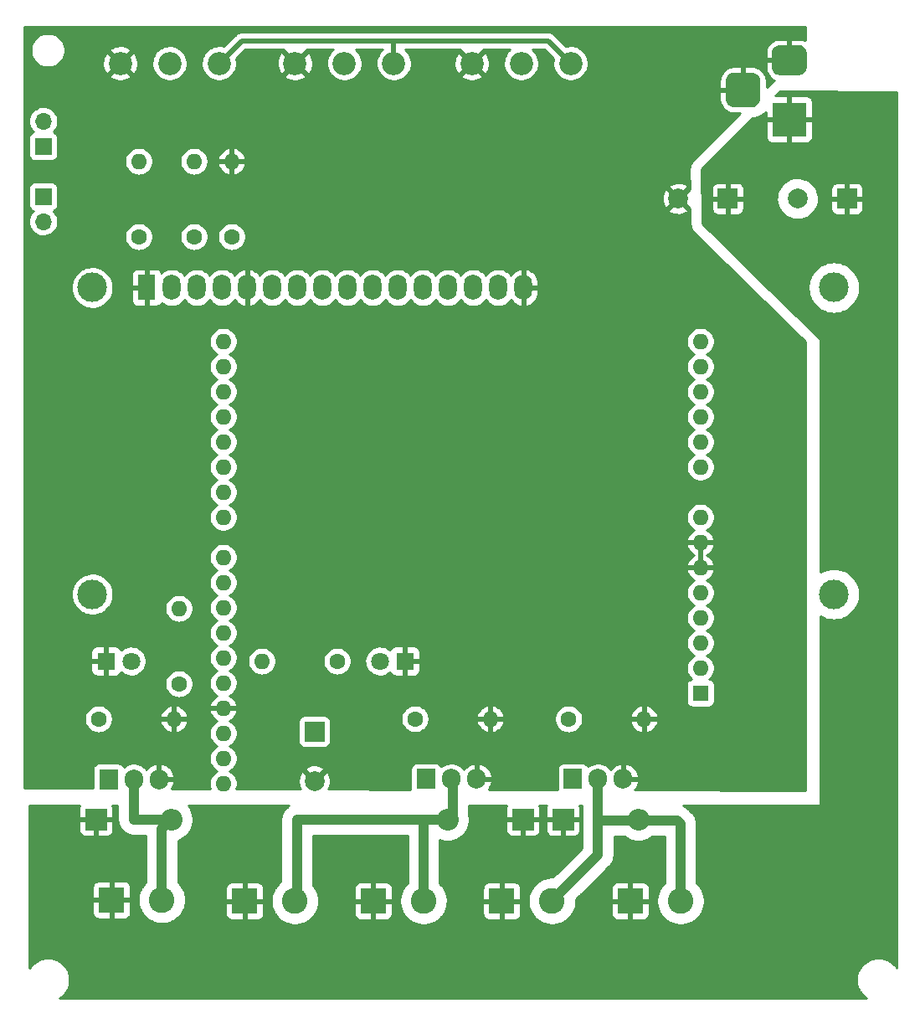
<source format=gbr>
G04 #@! TF.GenerationSoftware,KiCad,Pcbnew,(5.99.0-1109-gba7c8ed85)*
G04 #@! TF.CreationDate,2020-03-29T19:16:43-07:00*
G04 #@! TF.ProjectId,ventilator,76656e74-696c-4617-946f-722e6b696361,rev?*
G04 #@! TF.SameCoordinates,Original*
G04 #@! TF.FileFunction,Copper,L2,Bot*
G04 #@! TF.FilePolarity,Positive*
%FSLAX46Y46*%
G04 Gerber Fmt 4.6, Leading zero omitted, Abs format (unit mm)*
G04 Created by KiCad (PCBNEW (5.99.0-1109-gba7c8ed85)) date 2020-03-29 19:16:43*
%MOMM*%
%LPD*%
G01*
G04 APERTURE LIST*
G04 #@! TA.AperFunction,ComponentPad*
%ADD10C,1.600000*%
G04 #@! TD*
G04 #@! TA.AperFunction,ComponentPad*
%ADD11O,1.600000X1.600000*%
G04 #@! TD*
G04 #@! TA.AperFunction,ComponentPad*
%ADD12R,2.000000X2.000000*%
G04 #@! TD*
G04 #@! TA.AperFunction,ComponentPad*
%ADD13C,2.000000*%
G04 #@! TD*
G04 #@! TA.AperFunction,ComponentPad*
%ADD14R,1.600000X1.600000*%
G04 #@! TD*
G04 #@! TA.AperFunction,ComponentPad*
%ADD15C,2.600000*%
G04 #@! TD*
G04 #@! TA.AperFunction,ComponentPad*
%ADD16R,2.600000X2.600000*%
G04 #@! TD*
G04 #@! TA.AperFunction,ComponentPad*
%ADD17O,1.905000X2.000000*%
G04 #@! TD*
G04 #@! TA.AperFunction,ComponentPad*
%ADD18R,1.905000X2.000000*%
G04 #@! TD*
G04 #@! TA.AperFunction,ComponentPad*
%ADD19O,2.200000X2.200000*%
G04 #@! TD*
G04 #@! TA.AperFunction,ComponentPad*
%ADD20R,2.200000X2.200000*%
G04 #@! TD*
G04 #@! TA.AperFunction,ComponentPad*
%ADD21R,1.700000X1.700000*%
G04 #@! TD*
G04 #@! TA.AperFunction,ComponentPad*
%ADD22O,1.700000X1.700000*%
G04 #@! TD*
G04 #@! TA.AperFunction,ComponentPad*
%ADD23R,3.500000X3.500000*%
G04 #@! TD*
G04 #@! TA.AperFunction,ComponentPad*
%ADD24C,2.340000*%
G04 #@! TD*
G04 #@! TA.AperFunction,ComponentPad*
%ADD25R,1.800000X2.600000*%
G04 #@! TD*
G04 #@! TA.AperFunction,ComponentPad*
%ADD26O,1.800000X2.600000*%
G04 #@! TD*
G04 #@! TA.AperFunction,ComponentPad*
%ADD27C,3.000000*%
G04 #@! TD*
G04 #@! TA.AperFunction,ComponentPad*
%ADD28R,1.800000X1.800000*%
G04 #@! TD*
G04 #@! TA.AperFunction,ComponentPad*
%ADD29C,1.800000*%
G04 #@! TD*
G04 #@! TA.AperFunction,Conductor*
%ADD30C,1.000000*%
G04 #@! TD*
G04 #@! TA.AperFunction,Conductor*
%ADD31C,0.500000*%
G04 #@! TD*
G04 #@! TA.AperFunction,Conductor*
%ADD32C,0.254000*%
G04 #@! TD*
G04 APERTURE END LIST*
D10*
X66846500Y-82594500D03*
D11*
X66846500Y-74974500D03*
X76244500Y-74974500D03*
D10*
X76244500Y-82594500D03*
D12*
X84626500Y-132632500D03*
D13*
X84626500Y-137632500D03*
D11*
X75394500Y-137890500D03*
X75394500Y-135350500D03*
D14*
X123654500Y-128750500D03*
D11*
X75394500Y-98270500D03*
X123654500Y-126210500D03*
X75394500Y-100810500D03*
X123654500Y-123670500D03*
X75394500Y-103350500D03*
X123654500Y-121130500D03*
X75394500Y-105890500D03*
X123654500Y-118590500D03*
X75394500Y-108430500D03*
X123654500Y-116050500D03*
X75394500Y-110970500D03*
X123654500Y-113510500D03*
X75394500Y-115030500D03*
X123654500Y-110970500D03*
X75394500Y-117570500D03*
X123654500Y-105890500D03*
X75394500Y-120110500D03*
X123654500Y-103350500D03*
X75394500Y-122650500D03*
X123654500Y-100810500D03*
X75394500Y-125190500D03*
X123654500Y-98270500D03*
X75394500Y-127730500D03*
X123654500Y-95730500D03*
X75394500Y-130270500D03*
X123654500Y-93190500D03*
X75394500Y-132810500D03*
X75394500Y-93190500D03*
X75394500Y-95730500D03*
X70402500Y-131362500D03*
D10*
X62782500Y-131362500D03*
D15*
X69192500Y-149654500D03*
D16*
X64112500Y-149654500D03*
D17*
X68878500Y-137458500D03*
X66338500Y-137458500D03*
D18*
X63798500Y-137458500D03*
D19*
X70148500Y-141522500D03*
D20*
X62528500Y-141522500D03*
D16*
X77574500Y-149776500D03*
D15*
X82654500Y-149776500D03*
D16*
X90574500Y-149776500D03*
D15*
X95654500Y-149776500D03*
D16*
X103574500Y-149776500D03*
D15*
X108654500Y-149776500D03*
D16*
X116574500Y-149776500D03*
D15*
X121654500Y-149776500D03*
D21*
X57194500Y-73450500D03*
D22*
X57194500Y-70910500D03*
D21*
X57194500Y-78530500D03*
D22*
X57194500Y-81070500D03*
D23*
X132654500Y-70750500D03*
G04 #@! TA.AperFunction,ComponentPad*
G36*
X133827462Y-63270716D02*
G01*
X133991099Y-63330276D01*
X134136591Y-63425967D01*
X134256092Y-63552631D01*
X134343162Y-63703440D01*
X134393106Y-63870264D01*
X134404500Y-64000500D01*
X134404500Y-65500500D01*
X134384284Y-65673462D01*
X134324724Y-65837099D01*
X134229033Y-65982591D01*
X134102369Y-66102092D01*
X133951560Y-66189162D01*
X133784736Y-66239106D01*
X133654500Y-66250500D01*
X131654500Y-66250500D01*
X131481538Y-66230284D01*
X131317901Y-66170724D01*
X131172409Y-66075033D01*
X131052908Y-65948369D01*
X130965838Y-65797560D01*
X130915894Y-65630736D01*
X130904500Y-65500500D01*
X130904500Y-64000500D01*
X130924716Y-63827538D01*
X130984276Y-63663901D01*
X131079967Y-63518409D01*
X131206631Y-63398908D01*
X131357440Y-63311838D01*
X131524264Y-63261894D01*
X131654500Y-63250500D01*
X133654500Y-63250500D01*
X133827462Y-63270716D01*
G37*
G04 #@! TD.AperFunction*
G04 #@! TA.AperFunction,ComponentPad*
G36*
X129017599Y-66020957D02*
G01*
X129196903Y-66081372D01*
X129359027Y-66178919D01*
X129496392Y-66309037D01*
X129602573Y-66465643D01*
X129672606Y-66641413D01*
X129704500Y-66875500D01*
X129704500Y-68625500D01*
X129684043Y-68813599D01*
X129623628Y-68992903D01*
X129526081Y-69155027D01*
X129395963Y-69292392D01*
X129239357Y-69398573D01*
X129063587Y-69468606D01*
X128829500Y-69500500D01*
X127079500Y-69500500D01*
X126891401Y-69480043D01*
X126712097Y-69419628D01*
X126549973Y-69322081D01*
X126412608Y-69191963D01*
X126306427Y-69035357D01*
X126236394Y-68859587D01*
X126204500Y-68625500D01*
X126204500Y-66875500D01*
X126224957Y-66687401D01*
X126285372Y-66508097D01*
X126382919Y-66345973D01*
X126513037Y-66208608D01*
X126669643Y-66102427D01*
X126845413Y-66032394D01*
X127079500Y-66000500D01*
X128829500Y-66000500D01*
X129017599Y-66020957D01*
G37*
G04 #@! TD.AperFunction*
D12*
X138474500Y-78750500D03*
D13*
X133474500Y-78750500D03*
D12*
X126409500Y-78750500D03*
D13*
X121409500Y-78750500D03*
D24*
X64974500Y-65068500D03*
X69974500Y-65068500D03*
X74974500Y-65068500D03*
X82654500Y-65068500D03*
X87654500Y-65068500D03*
X92654500Y-65068500D03*
X100534500Y-65068500D03*
X105534500Y-65068500D03*
X110534500Y-65068500D03*
D10*
X72434500Y-82594500D03*
D11*
X72434500Y-74974500D03*
D10*
X94786500Y-131357500D03*
D11*
X102406500Y-131357500D03*
D10*
X110325500Y-131362500D03*
D11*
X117945500Y-131362500D03*
D10*
X86912500Y-125520500D03*
D11*
X79292500Y-125520500D03*
D10*
X70910500Y-127806500D03*
D11*
X70910500Y-120186500D03*
D18*
X95920500Y-137442500D03*
D17*
X98460500Y-137442500D03*
X101000500Y-137442500D03*
D18*
X110765500Y-137447500D03*
D17*
X113305500Y-137447500D03*
X115845500Y-137447500D03*
D25*
X67654500Y-87750500D03*
D26*
X70194500Y-87750500D03*
X72734500Y-87750500D03*
X75274500Y-87750500D03*
X77814500Y-87750500D03*
X80354500Y-87750500D03*
X82894500Y-87750500D03*
X85434500Y-87750500D03*
X87974500Y-87750500D03*
X90514500Y-87750500D03*
X93054500Y-87750500D03*
X95594500Y-87750500D03*
X98134500Y-87750500D03*
X100674500Y-87750500D03*
X103214500Y-87750500D03*
X105754500Y-87750500D03*
D27*
X62155400Y-87750500D03*
X62155400Y-118751200D03*
X137153980Y-118751200D03*
X137154500Y-87750500D03*
D20*
X105708500Y-141522500D03*
D19*
X98088500Y-141522500D03*
D20*
X109765500Y-141527500D03*
D19*
X117385500Y-141527500D03*
D28*
X93770500Y-125520500D03*
D29*
X91230500Y-125520500D03*
D28*
X63544500Y-125520500D03*
D29*
X66084500Y-125520500D03*
D30*
X70148500Y-141522500D02*
X66338500Y-141522500D01*
X66338500Y-141522500D02*
X66338500Y-137458500D01*
D31*
X108248500Y-62782500D02*
X92754500Y-62782500D01*
X92654500Y-65068500D02*
X92654500Y-62882500D01*
X92754500Y-62782500D02*
X77260500Y-62782500D01*
X92654500Y-62882500D02*
X92754500Y-62782500D01*
X110534500Y-65068500D02*
X108248500Y-62782500D01*
X77260500Y-62782500D02*
X74974500Y-65068500D01*
D30*
X119302500Y-141648500D02*
X121328500Y-141648500D01*
X121654500Y-141974500D02*
X121654500Y-144880500D01*
X121654500Y-149648500D02*
X121654500Y-144880500D01*
X121654500Y-144880500D02*
X121654500Y-144000500D01*
X121328500Y-141648500D02*
X121654500Y-141974500D01*
X95294500Y-141522500D02*
X82848500Y-141522500D01*
X82848500Y-141522500D02*
X82848500Y-149582500D01*
X82848500Y-149582500D02*
X82654500Y-149776500D01*
X113305500Y-145101500D02*
X113305500Y-141753500D01*
X113305500Y-141753500D02*
X113305500Y-137447500D01*
X119302500Y-141648500D02*
X113410500Y-141648500D01*
X113410500Y-141648500D02*
X113305500Y-141753500D01*
X110274500Y-148108500D02*
X110298500Y-148108500D01*
X110298500Y-148108500D02*
X113305500Y-145101500D01*
X95654500Y-145438500D02*
X95654500Y-144464500D01*
X95654500Y-149776500D02*
X95654500Y-145438500D01*
X95654500Y-145438500D02*
X95654500Y-141882500D01*
X95654500Y-141882500D02*
X95294500Y-141522500D01*
X95294500Y-141522500D02*
X98596500Y-141522500D01*
X98596500Y-141522500D02*
X98596500Y-137578500D01*
X98596500Y-137578500D02*
X98460500Y-137442500D01*
X69192500Y-149654500D02*
X69192500Y-142478500D01*
X69192500Y-142478500D02*
X70148500Y-141522500D01*
D31*
X75339500Y-100755500D02*
X75394500Y-100810500D01*
D30*
X110274500Y-148108500D02*
X108734500Y-149648500D01*
D31*
X75654500Y-125250500D02*
X75179500Y-125250500D01*
G36*
X134284500Y-62771438D02*
G01*
X134240518Y-62744975D01*
X134228118Y-62739238D01*
X133955862Y-62647504D01*
X133942519Y-62644567D01*
X133660307Y-62613875D01*
X133653490Y-62613505D01*
X132856309Y-62613505D01*
X132782500Y-62687314D01*
X132782499Y-64548692D01*
X132782500Y-64548693D01*
X132782499Y-64878500D01*
X130341314Y-64878499D01*
X130267505Y-64952308D01*
X130267505Y-65500344D01*
X130268082Y-65508859D01*
X130315820Y-65859239D01*
X130319733Y-65874108D01*
X130426389Y-66141793D01*
X130432788Y-66153864D01*
X130594014Y-66391655D01*
X130602859Y-66402069D01*
X130811435Y-66599641D01*
X130822312Y-66607909D01*
X131068482Y-66756025D01*
X131080882Y-66761762D01*
X131108574Y-66771093D01*
X131040206Y-66806805D01*
X131029535Y-66813838D01*
X130865294Y-66947759D01*
X130860555Y-66952040D01*
X130341298Y-67471298D01*
X130341298Y-66875369D01*
X130340521Y-66865499D01*
X130270393Y-66422727D01*
X130265702Y-66406891D01*
X130141412Y-66127730D01*
X130134809Y-66116292D01*
X129956166Y-65870412D01*
X129947329Y-65860597D01*
X129721468Y-65657231D01*
X129710784Y-65649468D01*
X129447576Y-65497506D01*
X129435511Y-65492134D01*
X129146462Y-65398216D01*
X129133544Y-65395470D01*
X128834569Y-65364047D01*
X128827979Y-65363702D01*
X128156309Y-65363702D01*
X128082500Y-65437511D01*
X128082499Y-67548692D01*
X128082500Y-67548693D01*
X128082499Y-67878500D01*
X125641511Y-67878499D01*
X125567702Y-67952308D01*
X125567702Y-68625631D01*
X125568479Y-68635501D01*
X125638607Y-69078273D01*
X125643298Y-69094109D01*
X125767588Y-69373270D01*
X125774191Y-69384708D01*
X125952834Y-69630588D01*
X125961671Y-69640403D01*
X126187532Y-69843769D01*
X126198216Y-69851532D01*
X126461424Y-70003494D01*
X126473489Y-70008866D01*
X126762538Y-70102784D01*
X126775456Y-70105530D01*
X127074431Y-70136953D01*
X127081021Y-70137298D01*
X127675298Y-70137298D01*
X122856138Y-74956457D01*
X122852032Y-74960981D01*
X122723128Y-75117659D01*
X122716180Y-75128052D01*
X122614974Y-75317717D01*
X122610129Y-75329543D01*
X122549134Y-75535831D01*
X122546769Y-75548391D01*
X122528819Y-75759548D01*
X122528601Y-75765930D01*
X122561902Y-77779117D01*
X121642710Y-78698309D01*
X121642710Y-78802691D01*
X122592439Y-79752420D01*
X122594541Y-79752291D01*
X122616500Y-81079813D01*
X122616500Y-81327463D01*
X122616779Y-81333383D01*
X122635274Y-81529458D01*
X122637622Y-81541552D01*
X122698954Y-81747500D01*
X122703822Y-81759316D01*
X122805465Y-81948906D01*
X122812612Y-81959501D01*
X122948291Y-82122292D01*
X122952623Y-82126984D01*
X134284500Y-93217757D01*
X134284500Y-138602098D01*
X117034567Y-138547162D01*
X117079078Y-138500584D01*
X117085586Y-138492547D01*
X117226751Y-138285606D01*
X117231859Y-138276614D01*
X117337331Y-138049395D01*
X117340902Y-138039690D01*
X117407949Y-137797925D01*
X117409965Y-137786996D01*
X117422168Y-137657901D01*
X117347189Y-137575500D01*
X115717500Y-137575500D01*
X115717500Y-135903402D01*
X115716863Y-135902855D01*
X115973500Y-135902855D01*
X115973500Y-137245691D01*
X116047309Y-137319500D01*
X117349271Y-137319500D01*
X117424130Y-137238235D01*
X117416479Y-137145168D01*
X117414790Y-137134965D01*
X117353763Y-136892008D01*
X117350431Y-136882218D01*
X117250543Y-136652490D01*
X117245656Y-136643375D01*
X117109587Y-136433047D01*
X117103277Y-136424854D01*
X116934684Y-136239573D01*
X116927121Y-136232520D01*
X116730531Y-136077263D01*
X116721918Y-136071540D01*
X116502610Y-135950476D01*
X116493177Y-135946236D01*
X116257041Y-135862616D01*
X116247042Y-135859974D01*
X116063686Y-135827314D01*
X115973500Y-135902855D01*
X115716863Y-135902855D01*
X115629662Y-135827983D01*
X115481702Y-135850624D01*
X115471642Y-135853021D01*
X115233534Y-135930847D01*
X115224000Y-135934854D01*
X115001800Y-136050524D01*
X114993049Y-136056035D01*
X114792725Y-136206442D01*
X114784991Y-136213309D01*
X114611923Y-136394416D01*
X114605415Y-136402453D01*
X114576868Y-136444301D01*
X114569587Y-136433047D01*
X114563277Y-136424854D01*
X114394684Y-136239573D01*
X114387121Y-136232520D01*
X114190531Y-136077263D01*
X114181918Y-136071540D01*
X113962610Y-135950476D01*
X113953177Y-135946236D01*
X113717041Y-135862616D01*
X113707043Y-135859974D01*
X113460420Y-135816045D01*
X113450125Y-135815072D01*
X113199641Y-135812011D01*
X113189325Y-135812733D01*
X112941702Y-135850624D01*
X112931642Y-135853021D01*
X112693534Y-135930847D01*
X112684000Y-135934854D01*
X112461800Y-136050524D01*
X112453049Y-136056035D01*
X112291824Y-136177086D01*
X112282863Y-136143642D01*
X112270120Y-136119162D01*
X112139010Y-135962910D01*
X112122121Y-135948739D01*
X111947880Y-135848141D01*
X111927163Y-135840600D01*
X111734462Y-135806622D01*
X111723501Y-135805663D01*
X109804742Y-135805663D01*
X109788366Y-135807819D01*
X109509142Y-135882637D01*
X109484662Y-135895380D01*
X109328410Y-136026490D01*
X109314239Y-136043379D01*
X109213641Y-136217620D01*
X109206100Y-136238337D01*
X109172122Y-136431038D01*
X109171163Y-136441999D01*
X109171163Y-138455758D01*
X109173319Y-138472134D01*
X109186726Y-138522169D01*
X102229845Y-138500013D01*
X102234078Y-138495584D01*
X102240586Y-138487547D01*
X102381751Y-138280606D01*
X102386859Y-138271614D01*
X102492331Y-138044395D01*
X102495902Y-138034690D01*
X102562949Y-137792925D01*
X102564965Y-137781996D01*
X102577168Y-137652901D01*
X102502189Y-137570500D01*
X100872500Y-137570500D01*
X100872500Y-135898402D01*
X100871863Y-135897855D01*
X101128500Y-135897855D01*
X101128500Y-137240691D01*
X101202309Y-137314500D01*
X102504271Y-137314500D01*
X102579130Y-137233235D01*
X102571479Y-137140168D01*
X102569790Y-137129965D01*
X102508763Y-136887008D01*
X102505431Y-136877218D01*
X102405543Y-136647490D01*
X102400656Y-136638375D01*
X102264587Y-136428047D01*
X102258277Y-136419854D01*
X102089684Y-136234573D01*
X102082121Y-136227520D01*
X101885531Y-136072263D01*
X101876918Y-136066540D01*
X101657610Y-135945476D01*
X101648177Y-135941236D01*
X101412041Y-135857616D01*
X101402042Y-135854974D01*
X101218686Y-135822314D01*
X101128500Y-135897855D01*
X100871863Y-135897855D01*
X100784662Y-135822983D01*
X100636702Y-135845624D01*
X100626642Y-135848021D01*
X100388534Y-135925847D01*
X100379000Y-135929854D01*
X100156800Y-136045524D01*
X100148049Y-136051035D01*
X99947725Y-136201442D01*
X99939991Y-136208309D01*
X99766923Y-136389416D01*
X99760415Y-136397453D01*
X99731868Y-136439301D01*
X99724587Y-136428047D01*
X99718277Y-136419854D01*
X99549684Y-136234573D01*
X99542121Y-136227520D01*
X99345531Y-136072263D01*
X99336918Y-136066540D01*
X99117610Y-135945476D01*
X99108177Y-135941236D01*
X98872041Y-135857616D01*
X98862043Y-135854974D01*
X98615420Y-135811045D01*
X98605125Y-135810072D01*
X98354641Y-135807011D01*
X98344325Y-135807733D01*
X98096702Y-135845624D01*
X98086642Y-135848021D01*
X97848534Y-135925847D01*
X97839000Y-135929854D01*
X97616800Y-136045524D01*
X97608049Y-136051035D01*
X97446824Y-136172086D01*
X97437863Y-136138642D01*
X97425120Y-136114162D01*
X97294010Y-135957910D01*
X97277121Y-135943739D01*
X97102880Y-135843141D01*
X97082163Y-135835600D01*
X96889462Y-135801622D01*
X96878501Y-135800663D01*
X94959742Y-135800663D01*
X94943366Y-135802819D01*
X94664142Y-135877637D01*
X94639662Y-135890380D01*
X94483410Y-136021490D01*
X94469239Y-136038379D01*
X94368641Y-136212620D01*
X94361100Y-136233337D01*
X94327122Y-136426038D01*
X94326163Y-136436999D01*
X94326163Y-138450759D01*
X94328319Y-138467134D01*
X94330388Y-138474856D01*
X86042602Y-138448462D01*
X86119304Y-138308941D01*
X86123453Y-138299709D01*
X86208251Y-138061568D01*
X86210870Y-138051792D01*
X86256563Y-137802832D01*
X86257597Y-137792099D01*
X86260582Y-137507096D01*
X86259773Y-137496344D01*
X86219304Y-137246481D01*
X86216890Y-137236652D01*
X86137097Y-136996787D01*
X86133142Y-136987471D01*
X86016027Y-136763449D01*
X86010634Y-136754885D01*
X85923994Y-136639070D01*
X85809180Y-136630839D01*
X84626500Y-137813520D01*
X83441253Y-136628272D01*
X83321467Y-136641073D01*
X83184519Y-136853575D01*
X83179736Y-136862494D01*
X83078532Y-137094139D01*
X83075237Y-137103709D01*
X83012371Y-137348556D01*
X83010648Y-137358530D01*
X82987738Y-137610277D01*
X82987632Y-137620398D01*
X83005266Y-137872571D01*
X83006779Y-137882578D01*
X83064504Y-138128687D01*
X83067598Y-138138324D01*
X83163928Y-138372038D01*
X83168523Y-138381056D01*
X83204431Y-138439424D01*
X76728246Y-138418798D01*
X76783040Y-138268253D01*
X76785887Y-138257626D01*
X76827541Y-138021397D01*
X76828500Y-138010436D01*
X76828500Y-137770564D01*
X76827541Y-137759603D01*
X76785887Y-137523374D01*
X76783040Y-137512747D01*
X76700998Y-137287340D01*
X76696348Y-137277368D01*
X76576412Y-137069632D01*
X76570101Y-137060619D01*
X76415913Y-136876866D01*
X76408134Y-136869087D01*
X76224381Y-136714899D01*
X76215368Y-136708588D01*
X76062795Y-136620500D01*
X76215368Y-136532412D01*
X76224381Y-136526101D01*
X76316114Y-136449127D01*
X83624146Y-136449127D01*
X84574309Y-137399290D01*
X84678691Y-137399290D01*
X85628778Y-136449203D01*
X85618308Y-136331892D01*
X85455275Y-136218581D01*
X85446528Y-136213490D01*
X85218556Y-136104264D01*
X85209107Y-136100637D01*
X84966603Y-136029265D01*
X84956696Y-136027195D01*
X84705902Y-135995511D01*
X84695790Y-135995052D01*
X84443156Y-136003874D01*
X84433101Y-136005038D01*
X84185128Y-136054139D01*
X84175389Y-136056894D01*
X83938456Y-136145008D01*
X83929283Y-136149286D01*
X83709484Y-136274149D01*
X83701114Y-136279838D01*
X83630229Y-136336830D01*
X83624146Y-136449127D01*
X76316114Y-136449127D01*
X76408134Y-136371913D01*
X76415913Y-136364134D01*
X76570101Y-136180381D01*
X76576412Y-136171368D01*
X76696348Y-135963632D01*
X76700998Y-135953660D01*
X76783040Y-135728253D01*
X76785887Y-135717626D01*
X76827541Y-135481397D01*
X76828500Y-135470436D01*
X76828500Y-135230564D01*
X76827541Y-135219603D01*
X76785887Y-134983374D01*
X76783040Y-134972747D01*
X76700998Y-134747340D01*
X76696348Y-134737368D01*
X76576412Y-134529632D01*
X76570101Y-134520619D01*
X76415913Y-134336866D01*
X76408134Y-134329087D01*
X76224381Y-134174899D01*
X76215368Y-134168588D01*
X76062795Y-134080500D01*
X76215368Y-133992412D01*
X76224381Y-133986101D01*
X76408134Y-133831913D01*
X76415913Y-133824134D01*
X76570101Y-133640381D01*
X76576412Y-133631368D01*
X76696348Y-133423632D01*
X76700998Y-133413660D01*
X76783040Y-133188253D01*
X76785887Y-133177626D01*
X76827541Y-132941397D01*
X76828500Y-132930436D01*
X76828500Y-132690564D01*
X76827541Y-132679603D01*
X76785887Y-132443374D01*
X76783040Y-132432747D01*
X76700998Y-132207340D01*
X76696348Y-132197368D01*
X76576412Y-131989632D01*
X76570101Y-131980619D01*
X76415913Y-131796866D01*
X76408134Y-131789087D01*
X76224381Y-131634899D01*
X76215368Y-131628588D01*
X76212616Y-131626999D01*
X82984663Y-131626999D01*
X82984663Y-133640758D01*
X82986819Y-133657134D01*
X83061637Y-133936359D01*
X83074380Y-133960839D01*
X83205490Y-134117090D01*
X83222379Y-134131261D01*
X83396620Y-134231859D01*
X83417337Y-134239400D01*
X83610038Y-134273378D01*
X83620999Y-134274337D01*
X85634758Y-134274337D01*
X85651134Y-134272181D01*
X85930359Y-134197363D01*
X85954839Y-134184620D01*
X86111090Y-134053510D01*
X86125261Y-134036621D01*
X86225859Y-133862380D01*
X86233400Y-133841663D01*
X86267378Y-133648962D01*
X86268337Y-133638001D01*
X86268337Y-131624242D01*
X86266181Y-131607866D01*
X86191363Y-131328642D01*
X86178620Y-131304162D01*
X86122739Y-131237564D01*
X93352500Y-131237564D01*
X93352500Y-131477436D01*
X93353459Y-131488397D01*
X93395113Y-131724626D01*
X93397960Y-131735253D01*
X93480002Y-131960660D01*
X93484652Y-131970632D01*
X93604588Y-132178368D01*
X93610899Y-132187381D01*
X93765087Y-132371134D01*
X93772866Y-132378913D01*
X93956619Y-132533101D01*
X93965632Y-132539412D01*
X94173368Y-132659348D01*
X94183340Y-132663998D01*
X94408747Y-132746040D01*
X94419374Y-132748887D01*
X94655603Y-132790541D01*
X94666564Y-132791500D01*
X94906436Y-132791500D01*
X94917397Y-132790541D01*
X95153626Y-132748887D01*
X95164253Y-132746040D01*
X95389660Y-132663998D01*
X95399632Y-132659348D01*
X95607368Y-132539412D01*
X95616381Y-132533101D01*
X95800134Y-132378913D01*
X95807913Y-132371134D01*
X95962101Y-132187381D01*
X95968412Y-132178368D01*
X96088348Y-131970632D01*
X96092998Y-131960660D01*
X96175040Y-131735253D01*
X96177887Y-131724626D01*
X96204179Y-131575518D01*
X100988820Y-131575518D01*
X101015113Y-131724626D01*
X101017960Y-131735253D01*
X101100002Y-131960660D01*
X101104652Y-131970632D01*
X101224588Y-132178368D01*
X101230899Y-132187381D01*
X101385087Y-132371134D01*
X101392866Y-132378913D01*
X101576619Y-132533101D01*
X101585632Y-132539412D01*
X101793368Y-132659348D01*
X101803340Y-132663998D01*
X102028747Y-132746040D01*
X102039374Y-132748887D01*
X102188482Y-132775180D01*
X102278500Y-132699646D01*
X102278500Y-131559309D01*
X102534500Y-131559309D01*
X102534500Y-132699646D01*
X102624518Y-132775180D01*
X102773626Y-132748887D01*
X102784253Y-132746040D01*
X103009660Y-132663998D01*
X103019632Y-132659348D01*
X103227368Y-132539412D01*
X103236381Y-132533101D01*
X103420134Y-132378913D01*
X103427913Y-132371134D01*
X103582101Y-132187381D01*
X103588412Y-132178368D01*
X103708348Y-131970632D01*
X103712998Y-131960660D01*
X103795040Y-131735253D01*
X103797887Y-131724626D01*
X103824180Y-131575518D01*
X103748646Y-131485500D01*
X102608309Y-131485500D01*
X102534500Y-131559309D01*
X102278500Y-131559309D01*
X102204691Y-131485500D01*
X101064354Y-131485500D01*
X100988820Y-131575518D01*
X96204179Y-131575518D01*
X96219541Y-131488397D01*
X96220500Y-131477436D01*
X96220500Y-131242564D01*
X108891500Y-131242564D01*
X108891500Y-131482436D01*
X108892459Y-131493397D01*
X108934113Y-131729626D01*
X108936960Y-131740253D01*
X109019002Y-131965660D01*
X109023652Y-131975632D01*
X109143588Y-132183368D01*
X109149899Y-132192381D01*
X109304087Y-132376134D01*
X109311866Y-132383913D01*
X109495619Y-132538101D01*
X109504632Y-132544412D01*
X109712368Y-132664348D01*
X109722340Y-132668998D01*
X109947747Y-132751040D01*
X109958374Y-132753887D01*
X110194603Y-132795541D01*
X110205564Y-132796500D01*
X110445436Y-132796500D01*
X110456397Y-132795541D01*
X110692626Y-132753887D01*
X110703253Y-132751040D01*
X110928660Y-132668998D01*
X110938632Y-132664348D01*
X111146368Y-132544412D01*
X111155381Y-132538101D01*
X111339134Y-132383913D01*
X111346913Y-132376134D01*
X111501101Y-132192381D01*
X111507412Y-132183368D01*
X111627348Y-131975632D01*
X111631998Y-131965660D01*
X111714040Y-131740253D01*
X111716887Y-131729626D01*
X111743179Y-131580518D01*
X116527820Y-131580518D01*
X116554113Y-131729626D01*
X116556960Y-131740253D01*
X116639002Y-131965660D01*
X116643652Y-131975632D01*
X116763588Y-132183368D01*
X116769899Y-132192381D01*
X116924087Y-132376134D01*
X116931866Y-132383913D01*
X117115619Y-132538101D01*
X117124632Y-132544412D01*
X117332368Y-132664348D01*
X117342340Y-132668998D01*
X117567747Y-132751040D01*
X117578374Y-132753887D01*
X117727482Y-132780180D01*
X117817500Y-132704646D01*
X117817500Y-131564309D01*
X118073500Y-131564309D01*
X118073500Y-132704646D01*
X118163518Y-132780180D01*
X118312626Y-132753887D01*
X118323253Y-132751040D01*
X118548660Y-132668998D01*
X118558632Y-132664348D01*
X118766368Y-132544412D01*
X118775381Y-132538101D01*
X118959134Y-132383913D01*
X118966913Y-132376134D01*
X119121101Y-132192381D01*
X119127412Y-132183368D01*
X119247348Y-131975632D01*
X119251998Y-131965660D01*
X119334040Y-131740253D01*
X119336887Y-131729626D01*
X119363180Y-131580518D01*
X119287646Y-131490500D01*
X118147309Y-131490500D01*
X118073500Y-131564309D01*
X117817500Y-131564309D01*
X117743691Y-131490500D01*
X116603354Y-131490500D01*
X116527820Y-131580518D01*
X111743179Y-131580518D01*
X111758541Y-131493397D01*
X111759500Y-131482436D01*
X111759500Y-131242564D01*
X111758541Y-131231603D01*
X111743180Y-131144482D01*
X116527820Y-131144482D01*
X116603354Y-131234500D01*
X117743691Y-131234500D01*
X117817500Y-131160691D01*
X117817500Y-130020354D01*
X118073500Y-130020354D01*
X118073500Y-131160691D01*
X118147309Y-131234500D01*
X119287646Y-131234500D01*
X119363180Y-131144482D01*
X119336887Y-130995374D01*
X119334040Y-130984747D01*
X119251998Y-130759340D01*
X119247348Y-130749368D01*
X119127412Y-130541632D01*
X119121101Y-130532619D01*
X118966913Y-130348866D01*
X118959134Y-130341087D01*
X118775381Y-130186899D01*
X118766368Y-130180588D01*
X118558632Y-130060652D01*
X118548660Y-130056002D01*
X118323253Y-129973960D01*
X118312626Y-129971113D01*
X118163518Y-129944820D01*
X118073500Y-130020354D01*
X117817500Y-130020354D01*
X117727482Y-129944820D01*
X117578374Y-129971113D01*
X117567747Y-129973960D01*
X117342340Y-130056002D01*
X117332368Y-130060652D01*
X117124632Y-130180588D01*
X117115619Y-130186899D01*
X116931866Y-130341087D01*
X116924087Y-130348866D01*
X116769899Y-130532619D01*
X116763588Y-130541632D01*
X116643652Y-130749368D01*
X116639002Y-130759340D01*
X116556960Y-130984747D01*
X116554113Y-130995374D01*
X116527820Y-131144482D01*
X111743180Y-131144482D01*
X111716887Y-130995374D01*
X111714040Y-130984747D01*
X111631998Y-130759340D01*
X111627348Y-130749368D01*
X111507412Y-130541632D01*
X111501101Y-130532619D01*
X111346913Y-130348866D01*
X111339134Y-130341087D01*
X111155381Y-130186899D01*
X111146368Y-130180588D01*
X110938632Y-130060652D01*
X110928660Y-130056002D01*
X110703253Y-129973960D01*
X110692626Y-129971113D01*
X110456397Y-129929459D01*
X110445436Y-129928500D01*
X110205564Y-129928500D01*
X110194603Y-129929459D01*
X109958374Y-129971113D01*
X109947747Y-129973960D01*
X109722340Y-130056002D01*
X109712368Y-130060652D01*
X109504632Y-130180588D01*
X109495619Y-130186899D01*
X109311866Y-130341087D01*
X109304087Y-130348866D01*
X109149899Y-130532619D01*
X109143588Y-130541632D01*
X109023652Y-130749368D01*
X109019002Y-130759340D01*
X108936960Y-130984747D01*
X108934113Y-130995374D01*
X108892459Y-131231603D01*
X108891500Y-131242564D01*
X96220500Y-131242564D01*
X96220500Y-131237564D01*
X96219541Y-131226603D01*
X96204180Y-131139482D01*
X100988820Y-131139482D01*
X101064354Y-131229500D01*
X102204691Y-131229500D01*
X102278500Y-131155691D01*
X102278500Y-130015354D01*
X102534500Y-130015354D01*
X102534500Y-131155691D01*
X102608309Y-131229500D01*
X103748646Y-131229500D01*
X103824180Y-131139482D01*
X103797887Y-130990374D01*
X103795040Y-130979747D01*
X103712998Y-130754340D01*
X103708348Y-130744368D01*
X103588412Y-130536632D01*
X103582101Y-130527619D01*
X103427913Y-130343866D01*
X103420134Y-130336087D01*
X103236381Y-130181899D01*
X103227368Y-130175588D01*
X103019632Y-130055652D01*
X103009660Y-130051002D01*
X102784253Y-129968960D01*
X102773626Y-129966113D01*
X102624518Y-129939820D01*
X102534500Y-130015354D01*
X102278500Y-130015354D01*
X102188482Y-129939820D01*
X102039374Y-129966113D01*
X102028747Y-129968960D01*
X101803340Y-130051002D01*
X101793368Y-130055652D01*
X101585632Y-130175588D01*
X101576619Y-130181899D01*
X101392866Y-130336087D01*
X101385087Y-130343866D01*
X101230899Y-130527619D01*
X101224588Y-130536632D01*
X101104652Y-130744368D01*
X101100002Y-130754340D01*
X101017960Y-130979747D01*
X101015113Y-130990374D01*
X100988820Y-131139482D01*
X96204180Y-131139482D01*
X96177887Y-130990374D01*
X96175040Y-130979747D01*
X96092998Y-130754340D01*
X96088348Y-130744368D01*
X95968412Y-130536632D01*
X95962101Y-130527619D01*
X95807913Y-130343866D01*
X95800134Y-130336087D01*
X95616381Y-130181899D01*
X95607368Y-130175588D01*
X95399632Y-130055652D01*
X95389660Y-130051002D01*
X95164253Y-129968960D01*
X95153626Y-129966113D01*
X94917397Y-129924459D01*
X94906436Y-129923500D01*
X94666564Y-129923500D01*
X94655603Y-129924459D01*
X94419374Y-129966113D01*
X94408747Y-129968960D01*
X94183340Y-130051002D01*
X94173368Y-130055652D01*
X93965632Y-130175588D01*
X93956619Y-130181899D01*
X93772866Y-130336087D01*
X93765087Y-130343866D01*
X93610899Y-130527619D01*
X93604588Y-130536632D01*
X93484652Y-130744368D01*
X93480002Y-130754340D01*
X93397960Y-130979747D01*
X93395113Y-130990374D01*
X93353459Y-131226603D01*
X93352500Y-131237564D01*
X86122739Y-131237564D01*
X86047510Y-131147910D01*
X86030621Y-131133739D01*
X85856380Y-131033141D01*
X85835663Y-131025600D01*
X85642962Y-130991622D01*
X85632001Y-130990663D01*
X83618242Y-130990663D01*
X83601866Y-130992819D01*
X83322642Y-131067637D01*
X83298162Y-131080380D01*
X83141910Y-131211490D01*
X83127739Y-131228379D01*
X83027141Y-131402620D01*
X83019600Y-131423337D01*
X82985622Y-131616038D01*
X82984663Y-131626999D01*
X76212616Y-131626999D01*
X76062795Y-131540500D01*
X76215368Y-131452412D01*
X76224381Y-131446101D01*
X76408134Y-131291913D01*
X76415913Y-131284134D01*
X76570101Y-131100381D01*
X76576412Y-131091368D01*
X76696348Y-130883632D01*
X76700998Y-130873660D01*
X76783040Y-130648253D01*
X76785887Y-130637626D01*
X76812180Y-130488518D01*
X76736646Y-130398500D01*
X74052354Y-130398500D01*
X73976820Y-130488518D01*
X74003113Y-130637626D01*
X74005960Y-130648253D01*
X74088002Y-130873660D01*
X74092652Y-130883632D01*
X74212588Y-131091368D01*
X74218899Y-131100381D01*
X74373087Y-131284134D01*
X74380866Y-131291913D01*
X74564619Y-131446101D01*
X74573632Y-131452412D01*
X74726205Y-131540500D01*
X74573632Y-131628588D01*
X74564619Y-131634899D01*
X74380866Y-131789087D01*
X74373087Y-131796866D01*
X74218899Y-131980619D01*
X74212588Y-131989632D01*
X74092652Y-132197368D01*
X74088002Y-132207340D01*
X74005960Y-132432747D01*
X74003113Y-132443374D01*
X73961459Y-132679603D01*
X73960500Y-132690564D01*
X73960500Y-132930436D01*
X73961459Y-132941397D01*
X74003113Y-133177626D01*
X74005960Y-133188253D01*
X74088002Y-133413660D01*
X74092652Y-133423632D01*
X74212588Y-133631368D01*
X74218899Y-133640381D01*
X74373087Y-133824134D01*
X74380866Y-133831913D01*
X74564619Y-133986101D01*
X74573632Y-133992412D01*
X74726205Y-134080500D01*
X74573632Y-134168588D01*
X74564619Y-134174899D01*
X74380866Y-134329087D01*
X74373087Y-134336866D01*
X74218899Y-134520619D01*
X74212588Y-134529632D01*
X74092652Y-134737368D01*
X74088002Y-134747340D01*
X74005960Y-134972747D01*
X74003113Y-134983374D01*
X73961459Y-135219603D01*
X73960500Y-135230564D01*
X73960500Y-135470436D01*
X73961459Y-135481397D01*
X74003113Y-135717626D01*
X74005960Y-135728253D01*
X74088002Y-135953660D01*
X74092652Y-135963632D01*
X74212588Y-136171368D01*
X74218899Y-136180381D01*
X74373087Y-136364134D01*
X74380866Y-136371913D01*
X74564619Y-136526101D01*
X74573632Y-136532412D01*
X74726205Y-136620500D01*
X74573632Y-136708588D01*
X74564619Y-136714899D01*
X74380866Y-136869087D01*
X74373087Y-136876866D01*
X74218899Y-137060619D01*
X74212588Y-137069632D01*
X74092652Y-137277368D01*
X74088002Y-137287340D01*
X74005960Y-137512747D01*
X74003113Y-137523374D01*
X73961459Y-137759603D01*
X73960500Y-137770564D01*
X73960500Y-138010436D01*
X73961459Y-138021397D01*
X74003113Y-138257626D01*
X74005960Y-138268253D01*
X74057659Y-138410294D01*
X70190600Y-138397978D01*
X70259751Y-138296606D01*
X70264859Y-138287614D01*
X70370331Y-138060395D01*
X70373902Y-138050690D01*
X70440949Y-137808925D01*
X70442965Y-137797996D01*
X70455168Y-137668901D01*
X70380189Y-137586500D01*
X68750500Y-137586500D01*
X68750500Y-135914402D01*
X68749863Y-135913855D01*
X69006500Y-135913855D01*
X69006500Y-137256691D01*
X69080309Y-137330500D01*
X70382271Y-137330500D01*
X70457130Y-137249235D01*
X70449479Y-137156168D01*
X70447790Y-137145965D01*
X70386763Y-136903008D01*
X70383431Y-136893218D01*
X70283543Y-136663490D01*
X70278656Y-136654375D01*
X70142587Y-136444047D01*
X70136277Y-136435854D01*
X69967684Y-136250573D01*
X69960121Y-136243520D01*
X69763531Y-136088263D01*
X69754918Y-136082540D01*
X69535610Y-135961476D01*
X69526177Y-135957236D01*
X69290041Y-135873616D01*
X69280042Y-135870974D01*
X69096686Y-135838314D01*
X69006500Y-135913855D01*
X68749863Y-135913855D01*
X68662662Y-135838983D01*
X68514702Y-135861624D01*
X68504642Y-135864021D01*
X68266534Y-135941847D01*
X68257000Y-135945854D01*
X68034800Y-136061524D01*
X68026049Y-136067035D01*
X67825725Y-136217442D01*
X67817991Y-136224309D01*
X67644923Y-136405416D01*
X67638415Y-136413453D01*
X67609868Y-136455301D01*
X67602587Y-136444047D01*
X67596277Y-136435854D01*
X67427684Y-136250573D01*
X67420121Y-136243520D01*
X67223531Y-136088263D01*
X67214918Y-136082540D01*
X66995610Y-135961476D01*
X66986177Y-135957236D01*
X66750041Y-135873616D01*
X66740043Y-135870974D01*
X66493420Y-135827045D01*
X66483125Y-135826072D01*
X66232641Y-135823011D01*
X66222325Y-135823733D01*
X65974702Y-135861624D01*
X65964642Y-135864021D01*
X65726534Y-135941847D01*
X65717000Y-135945854D01*
X65494800Y-136061524D01*
X65486049Y-136067035D01*
X65324824Y-136188086D01*
X65315863Y-136154642D01*
X65303120Y-136130162D01*
X65172010Y-135973910D01*
X65155121Y-135959739D01*
X64980880Y-135859141D01*
X64960163Y-135851600D01*
X64767462Y-135817622D01*
X64756501Y-135816663D01*
X62837742Y-135816663D01*
X62821366Y-135818819D01*
X62542142Y-135893637D01*
X62517662Y-135906380D01*
X62361410Y-136037490D01*
X62347239Y-136054379D01*
X62246641Y-136228620D01*
X62239100Y-136249337D01*
X62205122Y-136442038D01*
X62204163Y-136452999D01*
X62204163Y-138372544D01*
X55288500Y-138350519D01*
X55288500Y-131242564D01*
X61348500Y-131242564D01*
X61348500Y-131482436D01*
X61349459Y-131493397D01*
X61391113Y-131729626D01*
X61393960Y-131740253D01*
X61476002Y-131965660D01*
X61480652Y-131975632D01*
X61600588Y-132183368D01*
X61606899Y-132192381D01*
X61761087Y-132376134D01*
X61768866Y-132383913D01*
X61952619Y-132538101D01*
X61961632Y-132544412D01*
X62169368Y-132664348D01*
X62179340Y-132668998D01*
X62404747Y-132751040D01*
X62415374Y-132753887D01*
X62651603Y-132795541D01*
X62662564Y-132796500D01*
X62902436Y-132796500D01*
X62913397Y-132795541D01*
X63149626Y-132753887D01*
X63160253Y-132751040D01*
X63385660Y-132668998D01*
X63395632Y-132664348D01*
X63603368Y-132544412D01*
X63612381Y-132538101D01*
X63796134Y-132383913D01*
X63803913Y-132376134D01*
X63958101Y-132192381D01*
X63964412Y-132183368D01*
X64084348Y-131975632D01*
X64088998Y-131965660D01*
X64171040Y-131740253D01*
X64173887Y-131729626D01*
X64200179Y-131580518D01*
X68984820Y-131580518D01*
X69011113Y-131729626D01*
X69013960Y-131740253D01*
X69096002Y-131965660D01*
X69100652Y-131975632D01*
X69220588Y-132183368D01*
X69226899Y-132192381D01*
X69381087Y-132376134D01*
X69388866Y-132383913D01*
X69572619Y-132538101D01*
X69581632Y-132544412D01*
X69789368Y-132664348D01*
X69799340Y-132668998D01*
X70024747Y-132751040D01*
X70035374Y-132753887D01*
X70184482Y-132780180D01*
X70274500Y-132704646D01*
X70274500Y-131564309D01*
X70530500Y-131564309D01*
X70530500Y-132704646D01*
X70620518Y-132780180D01*
X70769626Y-132753887D01*
X70780253Y-132751040D01*
X71005660Y-132668998D01*
X71015632Y-132664348D01*
X71223368Y-132544412D01*
X71232381Y-132538101D01*
X71416134Y-132383913D01*
X71423913Y-132376134D01*
X71578101Y-132192381D01*
X71584412Y-132183368D01*
X71704348Y-131975632D01*
X71708998Y-131965660D01*
X71791040Y-131740253D01*
X71793887Y-131729626D01*
X71820180Y-131580518D01*
X71744646Y-131490500D01*
X70604309Y-131490500D01*
X70530500Y-131564309D01*
X70274500Y-131564309D01*
X70200691Y-131490500D01*
X69060354Y-131490500D01*
X68984820Y-131580518D01*
X64200179Y-131580518D01*
X64215541Y-131493397D01*
X64216500Y-131482436D01*
X64216500Y-131242564D01*
X64215541Y-131231603D01*
X64200180Y-131144482D01*
X68984820Y-131144482D01*
X69060354Y-131234500D01*
X70200691Y-131234500D01*
X70274500Y-131160691D01*
X70274500Y-130020354D01*
X70530500Y-130020354D01*
X70530500Y-131160691D01*
X70604309Y-131234500D01*
X71744646Y-131234500D01*
X71820180Y-131144482D01*
X71793887Y-130995374D01*
X71791040Y-130984747D01*
X71708998Y-130759340D01*
X71704348Y-130749368D01*
X71584412Y-130541632D01*
X71578101Y-130532619D01*
X71423913Y-130348866D01*
X71416134Y-130341087D01*
X71232381Y-130186899D01*
X71223368Y-130180588D01*
X71015632Y-130060652D01*
X71005660Y-130056002D01*
X70780253Y-129973960D01*
X70769626Y-129971113D01*
X70620518Y-129944820D01*
X70530500Y-130020354D01*
X70274500Y-130020354D01*
X70184482Y-129944820D01*
X70035374Y-129971113D01*
X70024747Y-129973960D01*
X69799340Y-130056002D01*
X69789368Y-130060652D01*
X69581632Y-130180588D01*
X69572619Y-130186899D01*
X69388866Y-130341087D01*
X69381087Y-130348866D01*
X69226899Y-130532619D01*
X69220588Y-130541632D01*
X69100652Y-130749368D01*
X69096002Y-130759340D01*
X69013960Y-130984747D01*
X69011113Y-130995374D01*
X68984820Y-131144482D01*
X64200180Y-131144482D01*
X64173887Y-130995374D01*
X64171040Y-130984747D01*
X64088998Y-130759340D01*
X64084348Y-130749368D01*
X63964412Y-130541632D01*
X63958101Y-130532619D01*
X63803913Y-130348866D01*
X63796134Y-130341087D01*
X63612381Y-130186899D01*
X63603368Y-130180588D01*
X63395632Y-130060652D01*
X63385660Y-130056002D01*
X63160253Y-129973960D01*
X63149626Y-129971113D01*
X62913397Y-129929459D01*
X62902436Y-129928500D01*
X62662564Y-129928500D01*
X62651603Y-129929459D01*
X62415374Y-129971113D01*
X62404747Y-129973960D01*
X62179340Y-130056002D01*
X62169368Y-130060652D01*
X61961632Y-130180588D01*
X61952619Y-130186899D01*
X61768866Y-130341087D01*
X61761087Y-130348866D01*
X61606899Y-130532619D01*
X61600588Y-130541632D01*
X61480652Y-130749368D01*
X61476002Y-130759340D01*
X61393960Y-130984747D01*
X61391113Y-130995374D01*
X61349459Y-131231603D01*
X61348500Y-131242564D01*
X55288500Y-131242564D01*
X55288500Y-127686564D01*
X69476500Y-127686564D01*
X69476500Y-127926436D01*
X69477459Y-127937397D01*
X69519113Y-128173626D01*
X69521960Y-128184253D01*
X69604002Y-128409660D01*
X69608652Y-128419632D01*
X69728588Y-128627368D01*
X69734899Y-128636381D01*
X69889087Y-128820134D01*
X69896866Y-128827913D01*
X70080619Y-128982101D01*
X70089632Y-128988412D01*
X70297368Y-129108348D01*
X70307340Y-129112998D01*
X70532747Y-129195040D01*
X70543374Y-129197887D01*
X70779603Y-129239541D01*
X70790564Y-129240500D01*
X71030436Y-129240500D01*
X71041397Y-129239541D01*
X71277626Y-129197887D01*
X71288253Y-129195040D01*
X71513660Y-129112998D01*
X71523632Y-129108348D01*
X71731368Y-128988412D01*
X71740381Y-128982101D01*
X71924134Y-128827913D01*
X71931913Y-128820134D01*
X72086101Y-128636381D01*
X72092412Y-128627368D01*
X72212348Y-128419632D01*
X72216998Y-128409660D01*
X72299040Y-128184253D01*
X72301887Y-128173626D01*
X72343541Y-127937397D01*
X72344500Y-127926436D01*
X72344500Y-127686564D01*
X72343541Y-127675603D01*
X72301887Y-127439374D01*
X72299040Y-127428747D01*
X72216998Y-127203340D01*
X72212348Y-127193368D01*
X72092412Y-126985632D01*
X72086101Y-126976619D01*
X71931913Y-126792866D01*
X71924134Y-126785087D01*
X71740381Y-126630899D01*
X71731368Y-126624588D01*
X71523632Y-126504652D01*
X71513660Y-126500002D01*
X71288253Y-126417960D01*
X71277626Y-126415113D01*
X71041397Y-126373459D01*
X71030436Y-126372500D01*
X70790564Y-126372500D01*
X70779603Y-126373459D01*
X70543374Y-126415113D01*
X70532747Y-126417960D01*
X70307340Y-126500002D01*
X70297368Y-126504652D01*
X70089632Y-126624588D01*
X70080619Y-126630899D01*
X69896866Y-126785087D01*
X69889087Y-126792866D01*
X69734899Y-126976619D01*
X69728588Y-126985632D01*
X69608652Y-127193368D01*
X69604002Y-127203340D01*
X69521960Y-127428747D01*
X69519113Y-127439374D01*
X69477459Y-127675603D01*
X69476500Y-127686564D01*
X55288500Y-127686564D01*
X55288500Y-125722309D01*
X62002663Y-125722309D01*
X62002663Y-126428758D01*
X62004819Y-126445134D01*
X62079637Y-126724359D01*
X62092380Y-126748839D01*
X62223490Y-126905090D01*
X62240379Y-126919261D01*
X62414620Y-127019859D01*
X62435337Y-127027400D01*
X62628038Y-127061378D01*
X62638999Y-127062337D01*
X63342691Y-127062337D01*
X63416500Y-126988528D01*
X63416500Y-125722309D01*
X63342691Y-125648500D01*
X62076472Y-125648500D01*
X62002663Y-125722309D01*
X55288500Y-125722309D01*
X55288500Y-124614999D01*
X62002663Y-124614999D01*
X62002663Y-125318691D01*
X62076472Y-125392500D01*
X63342691Y-125392500D01*
X63416500Y-125318691D01*
X63416500Y-124052472D01*
X63672500Y-124052472D01*
X63672500Y-126988528D01*
X63746309Y-127062337D01*
X64452758Y-127062337D01*
X64469134Y-127060181D01*
X64748359Y-126985363D01*
X64772839Y-126972620D01*
X64929090Y-126841510D01*
X64943261Y-126824621D01*
X65042721Y-126652350D01*
X65049687Y-126659794D01*
X65057612Y-126666942D01*
X65256441Y-126817861D01*
X65265457Y-126823571D01*
X65486871Y-126938832D01*
X65496720Y-126942942D01*
X65734389Y-127019249D01*
X65744790Y-127021640D01*
X65991917Y-127056812D01*
X66002572Y-127057417D01*
X66252093Y-127050448D01*
X66262698Y-127049249D01*
X66507477Y-127000337D01*
X66517728Y-126997368D01*
X66750767Y-126907913D01*
X66760371Y-126903260D01*
X66975006Y-126775819D01*
X66983688Y-126769614D01*
X67173783Y-126607831D01*
X67181296Y-126600252D01*
X67341414Y-126408754D01*
X67347542Y-126400017D01*
X67473106Y-126184279D01*
X67477675Y-126174634D01*
X67565093Y-125940823D01*
X67567971Y-125930546D01*
X67614802Y-125685053D01*
X67615917Y-125673830D01*
X67618578Y-125396598D01*
X67617679Y-125385356D01*
X67575570Y-125139008D01*
X67572889Y-125128678D01*
X67489976Y-124893232D01*
X67485592Y-124883501D01*
X67364194Y-124665392D01*
X67358234Y-124656539D01*
X67201822Y-124462002D01*
X67194456Y-124454280D01*
X67007503Y-124288878D01*
X66998940Y-124282507D01*
X66786791Y-124150970D01*
X66777278Y-124146133D01*
X66546000Y-124052221D01*
X66535808Y-124049056D01*
X66292013Y-123995454D01*
X66281434Y-123994052D01*
X66032092Y-123982294D01*
X66021428Y-123982694D01*
X65773670Y-124013114D01*
X65763225Y-124015306D01*
X65524135Y-124087037D01*
X65514209Y-124090957D01*
X65290623Y-124201946D01*
X65281500Y-124207482D01*
X65079811Y-124354556D01*
X65071750Y-124361551D01*
X65032274Y-124402145D01*
X65009363Y-124316642D01*
X64996620Y-124292162D01*
X64865510Y-124135910D01*
X64848621Y-124121739D01*
X64674380Y-124021141D01*
X64653663Y-124013600D01*
X64460962Y-123979622D01*
X64450001Y-123978663D01*
X63746309Y-123978663D01*
X63672500Y-124052472D01*
X63416500Y-124052472D01*
X63342691Y-123978663D01*
X62636242Y-123978663D01*
X62619866Y-123980819D01*
X62340642Y-124055637D01*
X62316162Y-124068380D01*
X62159910Y-124199490D01*
X62145739Y-124216379D01*
X62045141Y-124390620D01*
X62037600Y-124411337D01*
X62003622Y-124604038D01*
X62002663Y-124614999D01*
X55288500Y-124614999D01*
X55288500Y-118746800D01*
X60016497Y-118746800D01*
X60016497Y-118755600D01*
X60036700Y-119044520D01*
X60037925Y-119053235D01*
X60098141Y-119336532D01*
X60100567Y-119344991D01*
X60199626Y-119617150D01*
X60203205Y-119625189D01*
X60339175Y-119880914D01*
X60343839Y-119888377D01*
X60514077Y-120122690D01*
X60519734Y-120129431D01*
X60720925Y-120337770D01*
X60727464Y-120343658D01*
X60955693Y-120521970D01*
X60962988Y-120526891D01*
X61213811Y-120671704D01*
X61221721Y-120675562D01*
X61490258Y-120784058D01*
X61498628Y-120786778D01*
X61779650Y-120856844D01*
X61788316Y-120858372D01*
X62076356Y-120888647D01*
X62085151Y-120888954D01*
X62374601Y-120878846D01*
X62383353Y-120877926D01*
X62668578Y-120827633D01*
X62677116Y-120825504D01*
X62952568Y-120736004D01*
X62960727Y-120732708D01*
X63221041Y-120605744D01*
X63228663Y-120601344D01*
X63468773Y-120439387D01*
X63475708Y-120433969D01*
X63690941Y-120240172D01*
X63697054Y-120233842D01*
X63837417Y-120066564D01*
X69476500Y-120066564D01*
X69476500Y-120306436D01*
X69477459Y-120317397D01*
X69519113Y-120553626D01*
X69521960Y-120564253D01*
X69604002Y-120789660D01*
X69608652Y-120799632D01*
X69728588Y-121007368D01*
X69734899Y-121016381D01*
X69889087Y-121200134D01*
X69896866Y-121207913D01*
X70080619Y-121362101D01*
X70089632Y-121368412D01*
X70297368Y-121488348D01*
X70307340Y-121492998D01*
X70532747Y-121575040D01*
X70543374Y-121577887D01*
X70779603Y-121619541D01*
X70790564Y-121620500D01*
X71030436Y-121620500D01*
X71041397Y-121619541D01*
X71277626Y-121577887D01*
X71288253Y-121575040D01*
X71513660Y-121492998D01*
X71523632Y-121488348D01*
X71731368Y-121368412D01*
X71740381Y-121362101D01*
X71924134Y-121207913D01*
X71931913Y-121200134D01*
X72086101Y-121016381D01*
X72092412Y-121007368D01*
X72212348Y-120799632D01*
X72216998Y-120789660D01*
X72299040Y-120564253D01*
X72301887Y-120553626D01*
X72343541Y-120317397D01*
X72344500Y-120306436D01*
X72344500Y-120066564D01*
X72343541Y-120055603D01*
X72301887Y-119819374D01*
X72299040Y-119808747D01*
X72216998Y-119583340D01*
X72212348Y-119573368D01*
X72092412Y-119365632D01*
X72086101Y-119356619D01*
X71931913Y-119172866D01*
X71924134Y-119165087D01*
X71740381Y-119010899D01*
X71731368Y-119004588D01*
X71523632Y-118884652D01*
X71513660Y-118880002D01*
X71288253Y-118797960D01*
X71277626Y-118795113D01*
X71041397Y-118753459D01*
X71030436Y-118752500D01*
X70790564Y-118752500D01*
X70779603Y-118753459D01*
X70543374Y-118795113D01*
X70532747Y-118797960D01*
X70307340Y-118880002D01*
X70297368Y-118884652D01*
X70089632Y-119004588D01*
X70080619Y-119010899D01*
X69896866Y-119165087D01*
X69889087Y-119172866D01*
X69734899Y-119356619D01*
X69728588Y-119365632D01*
X69608652Y-119573368D01*
X69604002Y-119583340D01*
X69521960Y-119808747D01*
X69519113Y-119819374D01*
X69477459Y-120055603D01*
X69476500Y-120066564D01*
X63837417Y-120066564D01*
X63883223Y-120011976D01*
X63888395Y-120004856D01*
X64041874Y-119759239D01*
X64046005Y-119751469D01*
X64163806Y-119486882D01*
X64166816Y-119478613D01*
X64246648Y-119200207D01*
X64248477Y-119191599D01*
X64288786Y-118904792D01*
X64289400Y-118896013D01*
X64289400Y-118606387D01*
X64288786Y-118597608D01*
X64248477Y-118310801D01*
X64246648Y-118302193D01*
X64166816Y-118023787D01*
X64163806Y-118015518D01*
X64046005Y-117750931D01*
X64041874Y-117743161D01*
X63888395Y-117497544D01*
X63883223Y-117490424D01*
X63697054Y-117268558D01*
X63690941Y-117262228D01*
X63475708Y-117068431D01*
X63468773Y-117063013D01*
X63228663Y-116901056D01*
X63221041Y-116896656D01*
X62960727Y-116769692D01*
X62952568Y-116766396D01*
X62677116Y-116676896D01*
X62668578Y-116674767D01*
X62383353Y-116624474D01*
X62374601Y-116623554D01*
X62085151Y-116613446D01*
X62076356Y-116613753D01*
X61788316Y-116644028D01*
X61779650Y-116645556D01*
X61498628Y-116715622D01*
X61490258Y-116718342D01*
X61221721Y-116826838D01*
X61213811Y-116830696D01*
X60962988Y-116975509D01*
X60955693Y-116980430D01*
X60727464Y-117158742D01*
X60720925Y-117164630D01*
X60519734Y-117372969D01*
X60514077Y-117379710D01*
X60343839Y-117614023D01*
X60339175Y-117621486D01*
X60203205Y-117877211D01*
X60199626Y-117885250D01*
X60100567Y-118157409D01*
X60098141Y-118165868D01*
X60037925Y-118449165D01*
X60036700Y-118457880D01*
X60016497Y-118746800D01*
X55288500Y-118746800D01*
X55288500Y-114910564D01*
X73960500Y-114910564D01*
X73960500Y-115150436D01*
X73961459Y-115161397D01*
X74003113Y-115397626D01*
X74005960Y-115408253D01*
X74088002Y-115633660D01*
X74092652Y-115643632D01*
X74212588Y-115851368D01*
X74218899Y-115860381D01*
X74373087Y-116044134D01*
X74380866Y-116051913D01*
X74564619Y-116206101D01*
X74573632Y-116212412D01*
X74726205Y-116300500D01*
X74573632Y-116388588D01*
X74564619Y-116394899D01*
X74380866Y-116549087D01*
X74373087Y-116556866D01*
X74218899Y-116740619D01*
X74212588Y-116749632D01*
X74092652Y-116957368D01*
X74088002Y-116967340D01*
X74005960Y-117192747D01*
X74003113Y-117203374D01*
X73961459Y-117439603D01*
X73960500Y-117450564D01*
X73960500Y-117690436D01*
X73961459Y-117701397D01*
X74003113Y-117937626D01*
X74005960Y-117948253D01*
X74088002Y-118173660D01*
X74092652Y-118183632D01*
X74212588Y-118391368D01*
X74218899Y-118400381D01*
X74373087Y-118584134D01*
X74380866Y-118591913D01*
X74564619Y-118746101D01*
X74573632Y-118752412D01*
X74726205Y-118840500D01*
X74573632Y-118928588D01*
X74564619Y-118934899D01*
X74380866Y-119089087D01*
X74373087Y-119096866D01*
X74218899Y-119280619D01*
X74212588Y-119289632D01*
X74092652Y-119497368D01*
X74088002Y-119507340D01*
X74005960Y-119732747D01*
X74003113Y-119743374D01*
X73961459Y-119979603D01*
X73960500Y-119990564D01*
X73960500Y-120230436D01*
X73961459Y-120241397D01*
X74003113Y-120477626D01*
X74005960Y-120488253D01*
X74088002Y-120713660D01*
X74092652Y-120723632D01*
X74212588Y-120931368D01*
X74218899Y-120940381D01*
X74373087Y-121124134D01*
X74380866Y-121131913D01*
X74564619Y-121286101D01*
X74573632Y-121292412D01*
X74726205Y-121380500D01*
X74573632Y-121468588D01*
X74564619Y-121474899D01*
X74380866Y-121629087D01*
X74373087Y-121636866D01*
X74218899Y-121820619D01*
X74212588Y-121829632D01*
X74092652Y-122037368D01*
X74088002Y-122047340D01*
X74005960Y-122272747D01*
X74003113Y-122283374D01*
X73961459Y-122519603D01*
X73960500Y-122530564D01*
X73960500Y-122770436D01*
X73961459Y-122781397D01*
X74003113Y-123017626D01*
X74005960Y-123028253D01*
X74088002Y-123253660D01*
X74092652Y-123263632D01*
X74212588Y-123471368D01*
X74218899Y-123480381D01*
X74373087Y-123664134D01*
X74380866Y-123671913D01*
X74564619Y-123826101D01*
X74573632Y-123832412D01*
X74726205Y-123920500D01*
X74573632Y-124008588D01*
X74564619Y-124014899D01*
X74380866Y-124169087D01*
X74373087Y-124176866D01*
X74218899Y-124360619D01*
X74212588Y-124369632D01*
X74092652Y-124577368D01*
X74088002Y-124587340D01*
X74005960Y-124812747D01*
X74003113Y-124823374D01*
X73961459Y-125059603D01*
X73960500Y-125070564D01*
X73960500Y-125310436D01*
X73961459Y-125321397D01*
X74003113Y-125557626D01*
X74005960Y-125568253D01*
X74088002Y-125793660D01*
X74092652Y-125803632D01*
X74212588Y-126011368D01*
X74218899Y-126020381D01*
X74373087Y-126204134D01*
X74380866Y-126211913D01*
X74564619Y-126366101D01*
X74573632Y-126372412D01*
X74726205Y-126460500D01*
X74573632Y-126548588D01*
X74564619Y-126554899D01*
X74380866Y-126709087D01*
X74373087Y-126716866D01*
X74218899Y-126900619D01*
X74212588Y-126909632D01*
X74092652Y-127117368D01*
X74088002Y-127127340D01*
X74005960Y-127352747D01*
X74003113Y-127363374D01*
X73961459Y-127599603D01*
X73960500Y-127610564D01*
X73960500Y-127850436D01*
X73961459Y-127861397D01*
X74003113Y-128097626D01*
X74005960Y-128108253D01*
X74088002Y-128333660D01*
X74092652Y-128343632D01*
X74212588Y-128551368D01*
X74218899Y-128560381D01*
X74373087Y-128744134D01*
X74380866Y-128751913D01*
X74564619Y-128906101D01*
X74573632Y-128912412D01*
X74726205Y-129000500D01*
X74573632Y-129088588D01*
X74564619Y-129094899D01*
X74380866Y-129249087D01*
X74373087Y-129256866D01*
X74218899Y-129440619D01*
X74212588Y-129449632D01*
X74092652Y-129657368D01*
X74088002Y-129667340D01*
X74005960Y-129892747D01*
X74003113Y-129903374D01*
X73976820Y-130052482D01*
X74052354Y-130142500D01*
X76736646Y-130142500D01*
X76812180Y-130052482D01*
X76785887Y-129903374D01*
X76783040Y-129892747D01*
X76700998Y-129667340D01*
X76696348Y-129657368D01*
X76576412Y-129449632D01*
X76570101Y-129440619D01*
X76415913Y-129256866D01*
X76408134Y-129249087D01*
X76224381Y-129094899D01*
X76215368Y-129088588D01*
X76062795Y-129000500D01*
X76215368Y-128912412D01*
X76224381Y-128906101D01*
X76408134Y-128751913D01*
X76415913Y-128744134D01*
X76570101Y-128560381D01*
X76576412Y-128551368D01*
X76696348Y-128343632D01*
X76700998Y-128333660D01*
X76783040Y-128108253D01*
X76785887Y-128097626D01*
X76812799Y-127944999D01*
X122212663Y-127944999D01*
X122212663Y-129558758D01*
X122214819Y-129575134D01*
X122289637Y-129854359D01*
X122302380Y-129878839D01*
X122433490Y-130035090D01*
X122450379Y-130049261D01*
X122624620Y-130149859D01*
X122645337Y-130157400D01*
X122838038Y-130191378D01*
X122848999Y-130192337D01*
X124462758Y-130192337D01*
X124479134Y-130190181D01*
X124758359Y-130115363D01*
X124782839Y-130102620D01*
X124939090Y-129971510D01*
X124953261Y-129954621D01*
X125053859Y-129780380D01*
X125061400Y-129759663D01*
X125095378Y-129566962D01*
X125096337Y-129556001D01*
X125096337Y-127942242D01*
X125094181Y-127925866D01*
X125019363Y-127646642D01*
X125006620Y-127622162D01*
X124875510Y-127465910D01*
X124858621Y-127451739D01*
X124684380Y-127351141D01*
X124663663Y-127343600D01*
X124557368Y-127324857D01*
X124668134Y-127231913D01*
X124675913Y-127224134D01*
X124830101Y-127040381D01*
X124836412Y-127031368D01*
X124956348Y-126823632D01*
X124960998Y-126813660D01*
X125043040Y-126588253D01*
X125045887Y-126577626D01*
X125087541Y-126341397D01*
X125088500Y-126330436D01*
X125088500Y-126090564D01*
X125087541Y-126079603D01*
X125045887Y-125843374D01*
X125043040Y-125832747D01*
X124960998Y-125607340D01*
X124956348Y-125597368D01*
X124836412Y-125389632D01*
X124830101Y-125380619D01*
X124675913Y-125196866D01*
X124668134Y-125189087D01*
X124484381Y-125034899D01*
X124475368Y-125028588D01*
X124322795Y-124940500D01*
X124475368Y-124852412D01*
X124484381Y-124846101D01*
X124668134Y-124691913D01*
X124675913Y-124684134D01*
X124830101Y-124500381D01*
X124836412Y-124491368D01*
X124956348Y-124283632D01*
X124960998Y-124273660D01*
X125043040Y-124048253D01*
X125045887Y-124037626D01*
X125087541Y-123801397D01*
X125088500Y-123790436D01*
X125088500Y-123550564D01*
X125087541Y-123539603D01*
X125045887Y-123303374D01*
X125043040Y-123292747D01*
X124960998Y-123067340D01*
X124956348Y-123057368D01*
X124836412Y-122849632D01*
X124830101Y-122840619D01*
X124675913Y-122656866D01*
X124668134Y-122649087D01*
X124484381Y-122494899D01*
X124475368Y-122488588D01*
X124322795Y-122400500D01*
X124475368Y-122312412D01*
X124484381Y-122306101D01*
X124668134Y-122151913D01*
X124675913Y-122144134D01*
X124830101Y-121960381D01*
X124836412Y-121951368D01*
X124956348Y-121743632D01*
X124960998Y-121733660D01*
X125043040Y-121508253D01*
X125045887Y-121497626D01*
X125087541Y-121261397D01*
X125088500Y-121250436D01*
X125088500Y-121010564D01*
X125087541Y-120999603D01*
X125045887Y-120763374D01*
X125043040Y-120752747D01*
X124960998Y-120527340D01*
X124956348Y-120517368D01*
X124836412Y-120309632D01*
X124830101Y-120300619D01*
X124675913Y-120116866D01*
X124668134Y-120109087D01*
X124484381Y-119954899D01*
X124475368Y-119948588D01*
X124322795Y-119860500D01*
X124475368Y-119772412D01*
X124484381Y-119766101D01*
X124668134Y-119611913D01*
X124675913Y-119604134D01*
X124830101Y-119420381D01*
X124836412Y-119411368D01*
X124956348Y-119203632D01*
X124960998Y-119193660D01*
X125043040Y-118968253D01*
X125045887Y-118957626D01*
X125087541Y-118721397D01*
X125088500Y-118710436D01*
X125088500Y-118470564D01*
X125087541Y-118459603D01*
X125045887Y-118223374D01*
X125043040Y-118212747D01*
X124960998Y-117987340D01*
X124956348Y-117977368D01*
X124836412Y-117769632D01*
X124830101Y-117760619D01*
X124675913Y-117576866D01*
X124668134Y-117569087D01*
X124484381Y-117414899D01*
X124475368Y-117408588D01*
X124322795Y-117320500D01*
X124475368Y-117232412D01*
X124484381Y-117226101D01*
X124668134Y-117071913D01*
X124675913Y-117064134D01*
X124830101Y-116880381D01*
X124836412Y-116871368D01*
X124956348Y-116663632D01*
X124960998Y-116653660D01*
X125043040Y-116428253D01*
X125045887Y-116417626D01*
X125072180Y-116268518D01*
X124996646Y-116178500D01*
X122312354Y-116178500D01*
X122236820Y-116268518D01*
X122263113Y-116417626D01*
X122265960Y-116428253D01*
X122348002Y-116653660D01*
X122352652Y-116663632D01*
X122472588Y-116871368D01*
X122478899Y-116880381D01*
X122633087Y-117064134D01*
X122640866Y-117071913D01*
X122824619Y-117226101D01*
X122833632Y-117232412D01*
X122986205Y-117320500D01*
X122833632Y-117408588D01*
X122824619Y-117414899D01*
X122640866Y-117569087D01*
X122633087Y-117576866D01*
X122478899Y-117760619D01*
X122472588Y-117769632D01*
X122352652Y-117977368D01*
X122348002Y-117987340D01*
X122265960Y-118212747D01*
X122263113Y-118223374D01*
X122221459Y-118459603D01*
X122220500Y-118470564D01*
X122220500Y-118710436D01*
X122221459Y-118721397D01*
X122263113Y-118957626D01*
X122265960Y-118968253D01*
X122348002Y-119193660D01*
X122352652Y-119203632D01*
X122472588Y-119411368D01*
X122478899Y-119420381D01*
X122633087Y-119604134D01*
X122640866Y-119611913D01*
X122824619Y-119766101D01*
X122833632Y-119772412D01*
X122986205Y-119860500D01*
X122833632Y-119948588D01*
X122824619Y-119954899D01*
X122640866Y-120109087D01*
X122633087Y-120116866D01*
X122478899Y-120300619D01*
X122472588Y-120309632D01*
X122352652Y-120517368D01*
X122348002Y-120527340D01*
X122265960Y-120752747D01*
X122263113Y-120763374D01*
X122221459Y-120999603D01*
X122220500Y-121010564D01*
X122220500Y-121250436D01*
X122221459Y-121261397D01*
X122263113Y-121497626D01*
X122265960Y-121508253D01*
X122348002Y-121733660D01*
X122352652Y-121743632D01*
X122472588Y-121951368D01*
X122478899Y-121960381D01*
X122633087Y-122144134D01*
X122640866Y-122151913D01*
X122824619Y-122306101D01*
X122833632Y-122312412D01*
X122986205Y-122400500D01*
X122833632Y-122488588D01*
X122824619Y-122494899D01*
X122640866Y-122649087D01*
X122633087Y-122656866D01*
X122478899Y-122840619D01*
X122472588Y-122849632D01*
X122352652Y-123057368D01*
X122348002Y-123067340D01*
X122265960Y-123292747D01*
X122263113Y-123303374D01*
X122221459Y-123539603D01*
X122220500Y-123550564D01*
X122220500Y-123790436D01*
X122221459Y-123801397D01*
X122263113Y-124037626D01*
X122265960Y-124048253D01*
X122348002Y-124273660D01*
X122352652Y-124283632D01*
X122472588Y-124491368D01*
X122478899Y-124500381D01*
X122633087Y-124684134D01*
X122640866Y-124691913D01*
X122824619Y-124846101D01*
X122833632Y-124852412D01*
X122986205Y-124940500D01*
X122833632Y-125028588D01*
X122824619Y-125034899D01*
X122640866Y-125189087D01*
X122633087Y-125196866D01*
X122478899Y-125380619D01*
X122472588Y-125389632D01*
X122352652Y-125597368D01*
X122348002Y-125607340D01*
X122265960Y-125832747D01*
X122263113Y-125843374D01*
X122221459Y-126079603D01*
X122220500Y-126090564D01*
X122220500Y-126330436D01*
X122221459Y-126341397D01*
X122263113Y-126577626D01*
X122265960Y-126588253D01*
X122348002Y-126813660D01*
X122352652Y-126823632D01*
X122472588Y-127031368D01*
X122478899Y-127040381D01*
X122633087Y-127224134D01*
X122640866Y-127231913D01*
X122757887Y-127330106D01*
X122550642Y-127385637D01*
X122526162Y-127398380D01*
X122369910Y-127529490D01*
X122355739Y-127546379D01*
X122255141Y-127720620D01*
X122247600Y-127741337D01*
X122213622Y-127934038D01*
X122212663Y-127944999D01*
X76812799Y-127944999D01*
X76827541Y-127861397D01*
X76828500Y-127850436D01*
X76828500Y-127610564D01*
X76827541Y-127599603D01*
X76785887Y-127363374D01*
X76783040Y-127352747D01*
X76700998Y-127127340D01*
X76696348Y-127117368D01*
X76576412Y-126909632D01*
X76570101Y-126900619D01*
X76415913Y-126716866D01*
X76408134Y-126709087D01*
X76224381Y-126554899D01*
X76215368Y-126548588D01*
X76062795Y-126460500D01*
X76215368Y-126372412D01*
X76224381Y-126366101D01*
X76408134Y-126211913D01*
X76415913Y-126204134D01*
X76570101Y-126020381D01*
X76576412Y-126011368D01*
X76696348Y-125803632D01*
X76700998Y-125793660D01*
X76783040Y-125568253D01*
X76785887Y-125557626D01*
X76813581Y-125400564D01*
X77858500Y-125400564D01*
X77858500Y-125640436D01*
X77859459Y-125651397D01*
X77901113Y-125887626D01*
X77903960Y-125898253D01*
X77986002Y-126123660D01*
X77990652Y-126133632D01*
X78110588Y-126341368D01*
X78116899Y-126350381D01*
X78271087Y-126534134D01*
X78278866Y-126541913D01*
X78462619Y-126696101D01*
X78471632Y-126702412D01*
X78679368Y-126822348D01*
X78689340Y-126826998D01*
X78914747Y-126909040D01*
X78925374Y-126911887D01*
X79161603Y-126953541D01*
X79172564Y-126954500D01*
X79412436Y-126954500D01*
X79423397Y-126953541D01*
X79659626Y-126911887D01*
X79670253Y-126909040D01*
X79895660Y-126826998D01*
X79905632Y-126822348D01*
X80113368Y-126702412D01*
X80122381Y-126696101D01*
X80306134Y-126541913D01*
X80313913Y-126534134D01*
X80468101Y-126350381D01*
X80474412Y-126341368D01*
X80594348Y-126133632D01*
X80598998Y-126123660D01*
X80681040Y-125898253D01*
X80683887Y-125887626D01*
X80725541Y-125651397D01*
X80726500Y-125640436D01*
X80726500Y-125400564D01*
X85478500Y-125400564D01*
X85478500Y-125640436D01*
X85479459Y-125651397D01*
X85521113Y-125887626D01*
X85523960Y-125898253D01*
X85606002Y-126123660D01*
X85610652Y-126133632D01*
X85730588Y-126341368D01*
X85736899Y-126350381D01*
X85891087Y-126534134D01*
X85898866Y-126541913D01*
X86082619Y-126696101D01*
X86091632Y-126702412D01*
X86299368Y-126822348D01*
X86309340Y-126826998D01*
X86534747Y-126909040D01*
X86545374Y-126911887D01*
X86781603Y-126953541D01*
X86792564Y-126954500D01*
X87032436Y-126954500D01*
X87043397Y-126953541D01*
X87279626Y-126911887D01*
X87290253Y-126909040D01*
X87515660Y-126826998D01*
X87525632Y-126822348D01*
X87733368Y-126702412D01*
X87742381Y-126696101D01*
X87926134Y-126541913D01*
X87933913Y-126534134D01*
X88088101Y-126350381D01*
X88094412Y-126341368D01*
X88214348Y-126133632D01*
X88218998Y-126123660D01*
X88301040Y-125898253D01*
X88303887Y-125887626D01*
X88345541Y-125651397D01*
X88346500Y-125640436D01*
X88346500Y-125511062D01*
X89691430Y-125511062D01*
X89710146Y-125759977D01*
X89711843Y-125770513D01*
X89772231Y-126012718D01*
X89775679Y-126022817D01*
X89876012Y-126251384D01*
X89881113Y-126260758D01*
X90018523Y-126469150D01*
X90025130Y-126477531D01*
X90195687Y-126659794D01*
X90203612Y-126666942D01*
X90402441Y-126817861D01*
X90411457Y-126823571D01*
X90632871Y-126938832D01*
X90642720Y-126942942D01*
X90880389Y-127019249D01*
X90890790Y-127021640D01*
X91137917Y-127056812D01*
X91148572Y-127057417D01*
X91398093Y-127050448D01*
X91408698Y-127049249D01*
X91653477Y-127000337D01*
X91663728Y-126997368D01*
X91896767Y-126907913D01*
X91906371Y-126903260D01*
X92121006Y-126775819D01*
X92129688Y-126769614D01*
X92282838Y-126639273D01*
X92305637Y-126724359D01*
X92318380Y-126748839D01*
X92449490Y-126905090D01*
X92466379Y-126919261D01*
X92640620Y-127019859D01*
X92661337Y-127027400D01*
X92854038Y-127061378D01*
X92864999Y-127062337D01*
X93568691Y-127062337D01*
X93642500Y-126988528D01*
X93898499Y-126988528D01*
X93972308Y-127062337D01*
X94678758Y-127062337D01*
X94695134Y-127060181D01*
X94974359Y-126985363D01*
X94998839Y-126972620D01*
X95155090Y-126841510D01*
X95169261Y-126824621D01*
X95269859Y-126650380D01*
X95277400Y-126629663D01*
X95311378Y-126436962D01*
X95312337Y-126426001D01*
X95312337Y-125722309D01*
X95238528Y-125648500D01*
X93972309Y-125648499D01*
X93898500Y-125722308D01*
X93898499Y-126988528D01*
X93642500Y-126988528D01*
X93642501Y-125722308D01*
X93642500Y-125722307D01*
X93642500Y-125318691D01*
X93898499Y-125318691D01*
X93972308Y-125392500D01*
X95238528Y-125392501D01*
X95312337Y-125318692D01*
X95312337Y-124612242D01*
X95310181Y-124595866D01*
X95235363Y-124316642D01*
X95222620Y-124292162D01*
X95091510Y-124135910D01*
X95074621Y-124121739D01*
X94900380Y-124021141D01*
X94879663Y-124013600D01*
X94686962Y-123979622D01*
X94676001Y-123978663D01*
X93972309Y-123978663D01*
X93898500Y-124052472D01*
X93898499Y-125318691D01*
X93642500Y-125318691D01*
X93642501Y-124052472D01*
X93568692Y-123978663D01*
X92862242Y-123978663D01*
X92845866Y-123980819D01*
X92566642Y-124055637D01*
X92542162Y-124068380D01*
X92385910Y-124199490D01*
X92371739Y-124216379D01*
X92271141Y-124390620D01*
X92270498Y-124392386D01*
X92153503Y-124288878D01*
X92144940Y-124282507D01*
X91932791Y-124150970D01*
X91923278Y-124146133D01*
X91692000Y-124052221D01*
X91681808Y-124049056D01*
X91438013Y-123995454D01*
X91427434Y-123994052D01*
X91178092Y-123982294D01*
X91167428Y-123982694D01*
X90919670Y-124013114D01*
X90909225Y-124015306D01*
X90670135Y-124087037D01*
X90660209Y-124090957D01*
X90436623Y-124201946D01*
X90427500Y-124207482D01*
X90225811Y-124354556D01*
X90217750Y-124361551D01*
X90043725Y-124540505D01*
X90036959Y-124548757D01*
X89895573Y-124754474D01*
X89890293Y-124763749D01*
X89785590Y-124990347D01*
X89781948Y-125000379D01*
X89716922Y-125241378D01*
X89715023Y-125251880D01*
X89691532Y-125500391D01*
X89691430Y-125511062D01*
X88346500Y-125511062D01*
X88346500Y-125400564D01*
X88345541Y-125389603D01*
X88303887Y-125153374D01*
X88301040Y-125142747D01*
X88218998Y-124917340D01*
X88214348Y-124907368D01*
X88094412Y-124699632D01*
X88088101Y-124690619D01*
X87933913Y-124506866D01*
X87926134Y-124499087D01*
X87742381Y-124344899D01*
X87733368Y-124338588D01*
X87525632Y-124218652D01*
X87515660Y-124214002D01*
X87290253Y-124131960D01*
X87279626Y-124129113D01*
X87043397Y-124087459D01*
X87032436Y-124086500D01*
X86792564Y-124086500D01*
X86781603Y-124087459D01*
X86545374Y-124129113D01*
X86534747Y-124131960D01*
X86309340Y-124214002D01*
X86299368Y-124218652D01*
X86091632Y-124338588D01*
X86082619Y-124344899D01*
X85898866Y-124499087D01*
X85891087Y-124506866D01*
X85736899Y-124690619D01*
X85730588Y-124699632D01*
X85610652Y-124907368D01*
X85606002Y-124917340D01*
X85523960Y-125142747D01*
X85521113Y-125153374D01*
X85479459Y-125389603D01*
X85478500Y-125400564D01*
X80726500Y-125400564D01*
X80725541Y-125389603D01*
X80683887Y-125153374D01*
X80681040Y-125142747D01*
X80598998Y-124917340D01*
X80594348Y-124907368D01*
X80474412Y-124699632D01*
X80468101Y-124690619D01*
X80313913Y-124506866D01*
X80306134Y-124499087D01*
X80122381Y-124344899D01*
X80113368Y-124338588D01*
X79905632Y-124218652D01*
X79895660Y-124214002D01*
X79670253Y-124131960D01*
X79659626Y-124129113D01*
X79423397Y-124087459D01*
X79412436Y-124086500D01*
X79172564Y-124086500D01*
X79161603Y-124087459D01*
X78925374Y-124129113D01*
X78914747Y-124131960D01*
X78689340Y-124214002D01*
X78679368Y-124218652D01*
X78471632Y-124338588D01*
X78462619Y-124344899D01*
X78278866Y-124499087D01*
X78271087Y-124506866D01*
X78116899Y-124690619D01*
X78110588Y-124699632D01*
X77990652Y-124907368D01*
X77986002Y-124917340D01*
X77903960Y-125142747D01*
X77901113Y-125153374D01*
X77859459Y-125389603D01*
X77858500Y-125400564D01*
X76813581Y-125400564D01*
X76827541Y-125321397D01*
X76828500Y-125310436D01*
X76828500Y-125070564D01*
X76827541Y-125059603D01*
X76785887Y-124823374D01*
X76783040Y-124812747D01*
X76700998Y-124587340D01*
X76696348Y-124577368D01*
X76576412Y-124369632D01*
X76570101Y-124360619D01*
X76415913Y-124176866D01*
X76408134Y-124169087D01*
X76224381Y-124014899D01*
X76215368Y-124008588D01*
X76062795Y-123920500D01*
X76215368Y-123832412D01*
X76224381Y-123826101D01*
X76408134Y-123671913D01*
X76415913Y-123664134D01*
X76570101Y-123480381D01*
X76576412Y-123471368D01*
X76696348Y-123263632D01*
X76700998Y-123253660D01*
X76783040Y-123028253D01*
X76785887Y-123017626D01*
X76827541Y-122781397D01*
X76828500Y-122770436D01*
X76828500Y-122530564D01*
X76827541Y-122519603D01*
X76785887Y-122283374D01*
X76783040Y-122272747D01*
X76700998Y-122047340D01*
X76696348Y-122037368D01*
X76576412Y-121829632D01*
X76570101Y-121820619D01*
X76415913Y-121636866D01*
X76408134Y-121629087D01*
X76224381Y-121474899D01*
X76215368Y-121468588D01*
X76062795Y-121380500D01*
X76215368Y-121292412D01*
X76224381Y-121286101D01*
X76408134Y-121131913D01*
X76415913Y-121124134D01*
X76570101Y-120940381D01*
X76576412Y-120931368D01*
X76696348Y-120723632D01*
X76700998Y-120713660D01*
X76783040Y-120488253D01*
X76785887Y-120477626D01*
X76827541Y-120241397D01*
X76828500Y-120230436D01*
X76828500Y-119990564D01*
X76827541Y-119979603D01*
X76785887Y-119743374D01*
X76783040Y-119732747D01*
X76700998Y-119507340D01*
X76696348Y-119497368D01*
X76576412Y-119289632D01*
X76570101Y-119280619D01*
X76415913Y-119096866D01*
X76408134Y-119089087D01*
X76224381Y-118934899D01*
X76215368Y-118928588D01*
X76062795Y-118840500D01*
X76215368Y-118752412D01*
X76224381Y-118746101D01*
X76408134Y-118591913D01*
X76415913Y-118584134D01*
X76570101Y-118400381D01*
X76576412Y-118391368D01*
X76696348Y-118183632D01*
X76700998Y-118173660D01*
X76783040Y-117948253D01*
X76785887Y-117937626D01*
X76827541Y-117701397D01*
X76828500Y-117690436D01*
X76828500Y-117450564D01*
X76827541Y-117439603D01*
X76785887Y-117203374D01*
X76783040Y-117192747D01*
X76700998Y-116967340D01*
X76696348Y-116957368D01*
X76576412Y-116749632D01*
X76570101Y-116740619D01*
X76415913Y-116556866D01*
X76408134Y-116549087D01*
X76224381Y-116394899D01*
X76215368Y-116388588D01*
X76062795Y-116300500D01*
X76215368Y-116212412D01*
X76224381Y-116206101D01*
X76408134Y-116051913D01*
X76415913Y-116044134D01*
X76570101Y-115860381D01*
X76576412Y-115851368D01*
X76696348Y-115643632D01*
X76700998Y-115633660D01*
X76783040Y-115408253D01*
X76785887Y-115397626D01*
X76827541Y-115161397D01*
X76828500Y-115150436D01*
X76828500Y-114910564D01*
X76827541Y-114899603D01*
X76785887Y-114663374D01*
X76783040Y-114652747D01*
X76700998Y-114427340D01*
X76696348Y-114417368D01*
X76576412Y-114209632D01*
X76570101Y-114200619D01*
X76415913Y-114016866D01*
X76408134Y-114009087D01*
X76224381Y-113854899D01*
X76215368Y-113848588D01*
X76007632Y-113728652D01*
X76007345Y-113728518D01*
X122236820Y-113728518D01*
X122263113Y-113877626D01*
X122265960Y-113888253D01*
X122348002Y-114113660D01*
X122352652Y-114123632D01*
X122472588Y-114331368D01*
X122478899Y-114340381D01*
X122633087Y-114524134D01*
X122640866Y-114531913D01*
X122824619Y-114686101D01*
X122833632Y-114692412D01*
X122986205Y-114780500D01*
X122833632Y-114868588D01*
X122824619Y-114874899D01*
X122640866Y-115029087D01*
X122633087Y-115036866D01*
X122478899Y-115220619D01*
X122472588Y-115229632D01*
X122352652Y-115437368D01*
X122348002Y-115447340D01*
X122265960Y-115672747D01*
X122263113Y-115683374D01*
X122236820Y-115832482D01*
X122312354Y-115922500D01*
X123452691Y-115922500D01*
X123526500Y-115848691D01*
X123526500Y-113712309D01*
X123782500Y-113712309D01*
X123782500Y-115848691D01*
X123856309Y-115922500D01*
X124996646Y-115922500D01*
X125072180Y-115832482D01*
X125045887Y-115683374D01*
X125043040Y-115672747D01*
X124960998Y-115447340D01*
X124956348Y-115437368D01*
X124836412Y-115229632D01*
X124830101Y-115220619D01*
X124675913Y-115036866D01*
X124668134Y-115029087D01*
X124484381Y-114874899D01*
X124475368Y-114868588D01*
X124322795Y-114780500D01*
X124475368Y-114692412D01*
X124484381Y-114686101D01*
X124668134Y-114531913D01*
X124675913Y-114524134D01*
X124830101Y-114340381D01*
X124836412Y-114331368D01*
X124956348Y-114123632D01*
X124960998Y-114113660D01*
X125043040Y-113888253D01*
X125045887Y-113877626D01*
X125072180Y-113728518D01*
X124996646Y-113638500D01*
X123856309Y-113638500D01*
X123782500Y-113712309D01*
X123526500Y-113712309D01*
X123452691Y-113638500D01*
X122312354Y-113638500D01*
X122236820Y-113728518D01*
X76007345Y-113728518D01*
X75997660Y-113724002D01*
X75772253Y-113641960D01*
X75761626Y-113639113D01*
X75525397Y-113597459D01*
X75514436Y-113596500D01*
X75274564Y-113596500D01*
X75263603Y-113597459D01*
X75027374Y-113639113D01*
X75016747Y-113641960D01*
X74791340Y-113724002D01*
X74781368Y-113728652D01*
X74573632Y-113848588D01*
X74564619Y-113854899D01*
X74380866Y-114009087D01*
X74373087Y-114016866D01*
X74218899Y-114200619D01*
X74212588Y-114209632D01*
X74092652Y-114417368D01*
X74088002Y-114427340D01*
X74005960Y-114652747D01*
X74003113Y-114663374D01*
X73961459Y-114899603D01*
X73960500Y-114910564D01*
X55288500Y-114910564D01*
X55288500Y-93070564D01*
X73960500Y-93070564D01*
X73960500Y-93310436D01*
X73961459Y-93321397D01*
X74003113Y-93557626D01*
X74005960Y-93568253D01*
X74088002Y-93793660D01*
X74092652Y-93803632D01*
X74212588Y-94011368D01*
X74218899Y-94020381D01*
X74373087Y-94204134D01*
X74380866Y-94211913D01*
X74564619Y-94366101D01*
X74573632Y-94372412D01*
X74726205Y-94460500D01*
X74573632Y-94548588D01*
X74564619Y-94554899D01*
X74380866Y-94709087D01*
X74373087Y-94716866D01*
X74218899Y-94900619D01*
X74212588Y-94909632D01*
X74092652Y-95117368D01*
X74088002Y-95127340D01*
X74005960Y-95352747D01*
X74003113Y-95363374D01*
X73961459Y-95599603D01*
X73960500Y-95610564D01*
X73960500Y-95850436D01*
X73961459Y-95861397D01*
X74003113Y-96097626D01*
X74005960Y-96108253D01*
X74088002Y-96333660D01*
X74092652Y-96343632D01*
X74212588Y-96551368D01*
X74218899Y-96560381D01*
X74373087Y-96744134D01*
X74380866Y-96751913D01*
X74564619Y-96906101D01*
X74573632Y-96912412D01*
X74726205Y-97000500D01*
X74573632Y-97088588D01*
X74564619Y-97094899D01*
X74380866Y-97249087D01*
X74373087Y-97256866D01*
X74218899Y-97440619D01*
X74212588Y-97449632D01*
X74092652Y-97657368D01*
X74088002Y-97667340D01*
X74005960Y-97892747D01*
X74003113Y-97903374D01*
X73961459Y-98139603D01*
X73960500Y-98150564D01*
X73960500Y-98390436D01*
X73961459Y-98401397D01*
X74003113Y-98637626D01*
X74005960Y-98648253D01*
X74088002Y-98873660D01*
X74092652Y-98883632D01*
X74212588Y-99091368D01*
X74218899Y-99100381D01*
X74373087Y-99284134D01*
X74380866Y-99291913D01*
X74564619Y-99446101D01*
X74573632Y-99452412D01*
X74726205Y-99540500D01*
X74573632Y-99628588D01*
X74564619Y-99634899D01*
X74380866Y-99789087D01*
X74373087Y-99796866D01*
X74218899Y-99980619D01*
X74212588Y-99989632D01*
X74092652Y-100197368D01*
X74088002Y-100207340D01*
X74005960Y-100432747D01*
X74003113Y-100443374D01*
X73961459Y-100679603D01*
X73960500Y-100690564D01*
X73960500Y-100930436D01*
X73961459Y-100941397D01*
X74003113Y-101177626D01*
X74005960Y-101188253D01*
X74088002Y-101413660D01*
X74092652Y-101423632D01*
X74212588Y-101631368D01*
X74218899Y-101640381D01*
X74373087Y-101824134D01*
X74380866Y-101831913D01*
X74564619Y-101986101D01*
X74573632Y-101992412D01*
X74726205Y-102080500D01*
X74573632Y-102168588D01*
X74564619Y-102174899D01*
X74380866Y-102329087D01*
X74373087Y-102336866D01*
X74218899Y-102520619D01*
X74212588Y-102529632D01*
X74092652Y-102737368D01*
X74088002Y-102747340D01*
X74005960Y-102972747D01*
X74003113Y-102983374D01*
X73961459Y-103219603D01*
X73960500Y-103230564D01*
X73960500Y-103470436D01*
X73961459Y-103481397D01*
X74003113Y-103717626D01*
X74005960Y-103728253D01*
X74088002Y-103953660D01*
X74092652Y-103963632D01*
X74212588Y-104171368D01*
X74218899Y-104180381D01*
X74373087Y-104364134D01*
X74380866Y-104371913D01*
X74564619Y-104526101D01*
X74573632Y-104532412D01*
X74726205Y-104620500D01*
X74573632Y-104708588D01*
X74564619Y-104714899D01*
X74380866Y-104869087D01*
X74373087Y-104876866D01*
X74218899Y-105060619D01*
X74212588Y-105069632D01*
X74092652Y-105277368D01*
X74088002Y-105287340D01*
X74005960Y-105512747D01*
X74003113Y-105523374D01*
X73961459Y-105759603D01*
X73960500Y-105770564D01*
X73960500Y-106010436D01*
X73961459Y-106021397D01*
X74003113Y-106257626D01*
X74005960Y-106268253D01*
X74088002Y-106493660D01*
X74092652Y-106503632D01*
X74212588Y-106711368D01*
X74218899Y-106720381D01*
X74373087Y-106904134D01*
X74380866Y-106911913D01*
X74564619Y-107066101D01*
X74573632Y-107072412D01*
X74726205Y-107160500D01*
X74573632Y-107248588D01*
X74564619Y-107254899D01*
X74380866Y-107409087D01*
X74373087Y-107416866D01*
X74218899Y-107600619D01*
X74212588Y-107609632D01*
X74092652Y-107817368D01*
X74088002Y-107827340D01*
X74005960Y-108052747D01*
X74003113Y-108063374D01*
X73961459Y-108299603D01*
X73960500Y-108310564D01*
X73960500Y-108550436D01*
X73961459Y-108561397D01*
X74003113Y-108797626D01*
X74005960Y-108808253D01*
X74088002Y-109033660D01*
X74092652Y-109043632D01*
X74212588Y-109251368D01*
X74218899Y-109260381D01*
X74373087Y-109444134D01*
X74380866Y-109451913D01*
X74564619Y-109606101D01*
X74573632Y-109612412D01*
X74726205Y-109700500D01*
X74573632Y-109788588D01*
X74564619Y-109794899D01*
X74380866Y-109949087D01*
X74373087Y-109956866D01*
X74218899Y-110140619D01*
X74212588Y-110149632D01*
X74092652Y-110357368D01*
X74088002Y-110367340D01*
X74005960Y-110592747D01*
X74003113Y-110603374D01*
X73961459Y-110839603D01*
X73960500Y-110850564D01*
X73960500Y-111090436D01*
X73961459Y-111101397D01*
X74003113Y-111337626D01*
X74005960Y-111348253D01*
X74088002Y-111573660D01*
X74092652Y-111583632D01*
X74212588Y-111791368D01*
X74218899Y-111800381D01*
X74373087Y-111984134D01*
X74380866Y-111991913D01*
X74564619Y-112146101D01*
X74573632Y-112152412D01*
X74781368Y-112272348D01*
X74791340Y-112276998D01*
X75016747Y-112359040D01*
X75027374Y-112361887D01*
X75263603Y-112403541D01*
X75274564Y-112404500D01*
X75514436Y-112404500D01*
X75525397Y-112403541D01*
X75761626Y-112361887D01*
X75772253Y-112359040D01*
X75997660Y-112276998D01*
X76007632Y-112272348D01*
X76215368Y-112152412D01*
X76224381Y-112146101D01*
X76408134Y-111991913D01*
X76415913Y-111984134D01*
X76570101Y-111800381D01*
X76576412Y-111791368D01*
X76696348Y-111583632D01*
X76700998Y-111573660D01*
X76783040Y-111348253D01*
X76785887Y-111337626D01*
X76827541Y-111101397D01*
X76828500Y-111090436D01*
X76828500Y-110850564D01*
X122220500Y-110850564D01*
X122220500Y-111090436D01*
X122221459Y-111101397D01*
X122263113Y-111337626D01*
X122265960Y-111348253D01*
X122348002Y-111573660D01*
X122352652Y-111583632D01*
X122472588Y-111791368D01*
X122478899Y-111800381D01*
X122633087Y-111984134D01*
X122640866Y-111991913D01*
X122824619Y-112146101D01*
X122833632Y-112152412D01*
X122986205Y-112240500D01*
X122833632Y-112328588D01*
X122824619Y-112334899D01*
X122640866Y-112489087D01*
X122633087Y-112496866D01*
X122478899Y-112680619D01*
X122472588Y-112689632D01*
X122352652Y-112897368D01*
X122348002Y-112907340D01*
X122265960Y-113132747D01*
X122263113Y-113143374D01*
X122236820Y-113292482D01*
X122312354Y-113382500D01*
X124996646Y-113382500D01*
X125072180Y-113292482D01*
X125045887Y-113143374D01*
X125043040Y-113132747D01*
X124960998Y-112907340D01*
X124956348Y-112897368D01*
X124836412Y-112689632D01*
X124830101Y-112680619D01*
X124675913Y-112496866D01*
X124668134Y-112489087D01*
X124484381Y-112334899D01*
X124475368Y-112328588D01*
X124322795Y-112240500D01*
X124475368Y-112152412D01*
X124484381Y-112146101D01*
X124668134Y-111991913D01*
X124675913Y-111984134D01*
X124830101Y-111800381D01*
X124836412Y-111791368D01*
X124956348Y-111583632D01*
X124960998Y-111573660D01*
X125043040Y-111348253D01*
X125045887Y-111337626D01*
X125087541Y-111101397D01*
X125088500Y-111090436D01*
X125088500Y-110850564D01*
X125087541Y-110839603D01*
X125045887Y-110603374D01*
X125043040Y-110592747D01*
X124960998Y-110367340D01*
X124956348Y-110357368D01*
X124836412Y-110149632D01*
X124830101Y-110140619D01*
X124675913Y-109956866D01*
X124668134Y-109949087D01*
X124484381Y-109794899D01*
X124475368Y-109788588D01*
X124267632Y-109668652D01*
X124257660Y-109664002D01*
X124032253Y-109581960D01*
X124021626Y-109579113D01*
X123785397Y-109537459D01*
X123774436Y-109536500D01*
X123534564Y-109536500D01*
X123523603Y-109537459D01*
X123287374Y-109579113D01*
X123276747Y-109581960D01*
X123051340Y-109664002D01*
X123041368Y-109668652D01*
X122833632Y-109788588D01*
X122824619Y-109794899D01*
X122640866Y-109949087D01*
X122633087Y-109956866D01*
X122478899Y-110140619D01*
X122472588Y-110149632D01*
X122352652Y-110357368D01*
X122348002Y-110367340D01*
X122265960Y-110592747D01*
X122263113Y-110603374D01*
X122221459Y-110839603D01*
X122220500Y-110850564D01*
X76828500Y-110850564D01*
X76827541Y-110839603D01*
X76785887Y-110603374D01*
X76783040Y-110592747D01*
X76700998Y-110367340D01*
X76696348Y-110357368D01*
X76576412Y-110149632D01*
X76570101Y-110140619D01*
X76415913Y-109956866D01*
X76408134Y-109949087D01*
X76224381Y-109794899D01*
X76215368Y-109788588D01*
X76062795Y-109700500D01*
X76215368Y-109612412D01*
X76224381Y-109606101D01*
X76408134Y-109451913D01*
X76415913Y-109444134D01*
X76570101Y-109260381D01*
X76576412Y-109251368D01*
X76696348Y-109043632D01*
X76700998Y-109033660D01*
X76783040Y-108808253D01*
X76785887Y-108797626D01*
X76827541Y-108561397D01*
X76828500Y-108550436D01*
X76828500Y-108310564D01*
X76827541Y-108299603D01*
X76785887Y-108063374D01*
X76783040Y-108052747D01*
X76700998Y-107827340D01*
X76696348Y-107817368D01*
X76576412Y-107609632D01*
X76570101Y-107600619D01*
X76415913Y-107416866D01*
X76408134Y-107409087D01*
X76224381Y-107254899D01*
X76215368Y-107248588D01*
X76062795Y-107160500D01*
X76215368Y-107072412D01*
X76224381Y-107066101D01*
X76408134Y-106911913D01*
X76415913Y-106904134D01*
X76570101Y-106720381D01*
X76576412Y-106711368D01*
X76696348Y-106503632D01*
X76700998Y-106493660D01*
X76783040Y-106268253D01*
X76785887Y-106257626D01*
X76827541Y-106021397D01*
X76828500Y-106010436D01*
X76828500Y-105770564D01*
X76827541Y-105759603D01*
X76785887Y-105523374D01*
X76783040Y-105512747D01*
X76700998Y-105287340D01*
X76696348Y-105277368D01*
X76576412Y-105069632D01*
X76570101Y-105060619D01*
X76415913Y-104876866D01*
X76408134Y-104869087D01*
X76224381Y-104714899D01*
X76215368Y-104708588D01*
X76062795Y-104620500D01*
X76215368Y-104532412D01*
X76224381Y-104526101D01*
X76408134Y-104371913D01*
X76415913Y-104364134D01*
X76570101Y-104180381D01*
X76576412Y-104171368D01*
X76696348Y-103963632D01*
X76700998Y-103953660D01*
X76783040Y-103728253D01*
X76785887Y-103717626D01*
X76827541Y-103481397D01*
X76828500Y-103470436D01*
X76828500Y-103230564D01*
X76827541Y-103219603D01*
X76785887Y-102983374D01*
X76783040Y-102972747D01*
X76700998Y-102747340D01*
X76696348Y-102737368D01*
X76576412Y-102529632D01*
X76570101Y-102520619D01*
X76415913Y-102336866D01*
X76408134Y-102329087D01*
X76224381Y-102174899D01*
X76215368Y-102168588D01*
X76062795Y-102080500D01*
X76215368Y-101992412D01*
X76224381Y-101986101D01*
X76408134Y-101831913D01*
X76415913Y-101824134D01*
X76570101Y-101640381D01*
X76576412Y-101631368D01*
X76696348Y-101423632D01*
X76700998Y-101413660D01*
X76783040Y-101188253D01*
X76785887Y-101177626D01*
X76827541Y-100941397D01*
X76828500Y-100930436D01*
X76828500Y-100690564D01*
X76827541Y-100679603D01*
X76785887Y-100443374D01*
X76783040Y-100432747D01*
X76700998Y-100207340D01*
X76696348Y-100197368D01*
X76576412Y-99989632D01*
X76570101Y-99980619D01*
X76415913Y-99796866D01*
X76408134Y-99789087D01*
X76224381Y-99634899D01*
X76215368Y-99628588D01*
X76062795Y-99540500D01*
X76215368Y-99452412D01*
X76224381Y-99446101D01*
X76408134Y-99291913D01*
X76415913Y-99284134D01*
X76570101Y-99100381D01*
X76576412Y-99091368D01*
X76696348Y-98883632D01*
X76700998Y-98873660D01*
X76783040Y-98648253D01*
X76785887Y-98637626D01*
X76827541Y-98401397D01*
X76828500Y-98390436D01*
X76828500Y-98150564D01*
X76827541Y-98139603D01*
X76785887Y-97903374D01*
X76783040Y-97892747D01*
X76700998Y-97667340D01*
X76696348Y-97657368D01*
X76576412Y-97449632D01*
X76570101Y-97440619D01*
X76415913Y-97256866D01*
X76408134Y-97249087D01*
X76224381Y-97094899D01*
X76215368Y-97088588D01*
X76062795Y-97000500D01*
X76215368Y-96912412D01*
X76224381Y-96906101D01*
X76408134Y-96751913D01*
X76415913Y-96744134D01*
X76570101Y-96560381D01*
X76576412Y-96551368D01*
X76696348Y-96343632D01*
X76700998Y-96333660D01*
X76783040Y-96108253D01*
X76785887Y-96097626D01*
X76827541Y-95861397D01*
X76828500Y-95850436D01*
X76828500Y-95610564D01*
X76827541Y-95599603D01*
X76785887Y-95363374D01*
X76783040Y-95352747D01*
X76700998Y-95127340D01*
X76696348Y-95117368D01*
X76576412Y-94909632D01*
X76570101Y-94900619D01*
X76415913Y-94716866D01*
X76408134Y-94709087D01*
X76224381Y-94554899D01*
X76215368Y-94548588D01*
X76062795Y-94460500D01*
X76215368Y-94372412D01*
X76224381Y-94366101D01*
X76408134Y-94211913D01*
X76415913Y-94204134D01*
X76570101Y-94020381D01*
X76576412Y-94011368D01*
X76696348Y-93803632D01*
X76700998Y-93793660D01*
X76783040Y-93568253D01*
X76785887Y-93557626D01*
X76827541Y-93321397D01*
X76828500Y-93310436D01*
X76828500Y-93070564D01*
X122220500Y-93070564D01*
X122220500Y-93310436D01*
X122221459Y-93321397D01*
X122263113Y-93557626D01*
X122265960Y-93568253D01*
X122348002Y-93793660D01*
X122352652Y-93803632D01*
X122472588Y-94011368D01*
X122478899Y-94020381D01*
X122633087Y-94204134D01*
X122640866Y-94211913D01*
X122824619Y-94366101D01*
X122833632Y-94372412D01*
X122986205Y-94460500D01*
X122833632Y-94548588D01*
X122824619Y-94554899D01*
X122640866Y-94709087D01*
X122633087Y-94716866D01*
X122478899Y-94900619D01*
X122472588Y-94909632D01*
X122352652Y-95117368D01*
X122348002Y-95127340D01*
X122265960Y-95352747D01*
X122263113Y-95363374D01*
X122221459Y-95599603D01*
X122220500Y-95610564D01*
X122220500Y-95850436D01*
X122221459Y-95861397D01*
X122263113Y-96097626D01*
X122265960Y-96108253D01*
X122348002Y-96333660D01*
X122352652Y-96343632D01*
X122472588Y-96551368D01*
X122478899Y-96560381D01*
X122633087Y-96744134D01*
X122640866Y-96751913D01*
X122824619Y-96906101D01*
X122833632Y-96912412D01*
X122986205Y-97000500D01*
X122833632Y-97088588D01*
X122824619Y-97094899D01*
X122640866Y-97249087D01*
X122633087Y-97256866D01*
X122478899Y-97440619D01*
X122472588Y-97449632D01*
X122352652Y-97657368D01*
X122348002Y-97667340D01*
X122265960Y-97892747D01*
X122263113Y-97903374D01*
X122221459Y-98139603D01*
X122220500Y-98150564D01*
X122220500Y-98390436D01*
X122221459Y-98401397D01*
X122263113Y-98637626D01*
X122265960Y-98648253D01*
X122348002Y-98873660D01*
X122352652Y-98883632D01*
X122472588Y-99091368D01*
X122478899Y-99100381D01*
X122633087Y-99284134D01*
X122640866Y-99291913D01*
X122824619Y-99446101D01*
X122833632Y-99452412D01*
X122986205Y-99540500D01*
X122833632Y-99628588D01*
X122824619Y-99634899D01*
X122640866Y-99789087D01*
X122633087Y-99796866D01*
X122478899Y-99980619D01*
X122472588Y-99989632D01*
X122352652Y-100197368D01*
X122348002Y-100207340D01*
X122265960Y-100432747D01*
X122263113Y-100443374D01*
X122221459Y-100679603D01*
X122220500Y-100690564D01*
X122220500Y-100930436D01*
X122221459Y-100941397D01*
X122263113Y-101177626D01*
X122265960Y-101188253D01*
X122348002Y-101413660D01*
X122352652Y-101423632D01*
X122472588Y-101631368D01*
X122478899Y-101640381D01*
X122633087Y-101824134D01*
X122640866Y-101831913D01*
X122824619Y-101986101D01*
X122833632Y-101992412D01*
X122986205Y-102080500D01*
X122833632Y-102168588D01*
X122824619Y-102174899D01*
X122640866Y-102329087D01*
X122633087Y-102336866D01*
X122478899Y-102520619D01*
X122472588Y-102529632D01*
X122352652Y-102737368D01*
X122348002Y-102747340D01*
X122265960Y-102972747D01*
X122263113Y-102983374D01*
X122221459Y-103219603D01*
X122220500Y-103230564D01*
X122220500Y-103470436D01*
X122221459Y-103481397D01*
X122263113Y-103717626D01*
X122265960Y-103728253D01*
X122348002Y-103953660D01*
X122352652Y-103963632D01*
X122472588Y-104171368D01*
X122478899Y-104180381D01*
X122633087Y-104364134D01*
X122640866Y-104371913D01*
X122824619Y-104526101D01*
X122833632Y-104532412D01*
X122986205Y-104620500D01*
X122833632Y-104708588D01*
X122824619Y-104714899D01*
X122640866Y-104869087D01*
X122633087Y-104876866D01*
X122478899Y-105060619D01*
X122472588Y-105069632D01*
X122352652Y-105277368D01*
X122348002Y-105287340D01*
X122265960Y-105512747D01*
X122263113Y-105523374D01*
X122221459Y-105759603D01*
X122220500Y-105770564D01*
X122220500Y-106010436D01*
X122221459Y-106021397D01*
X122263113Y-106257626D01*
X122265960Y-106268253D01*
X122348002Y-106493660D01*
X122352652Y-106503632D01*
X122472588Y-106711368D01*
X122478899Y-106720381D01*
X122633087Y-106904134D01*
X122640866Y-106911913D01*
X122824619Y-107066101D01*
X122833632Y-107072412D01*
X123041368Y-107192348D01*
X123051340Y-107196998D01*
X123276747Y-107279040D01*
X123287374Y-107281887D01*
X123523603Y-107323541D01*
X123534564Y-107324500D01*
X123774436Y-107324500D01*
X123785397Y-107323541D01*
X124021626Y-107281887D01*
X124032253Y-107279040D01*
X124257660Y-107196998D01*
X124267632Y-107192348D01*
X124475368Y-107072412D01*
X124484381Y-107066101D01*
X124668134Y-106911913D01*
X124675913Y-106904134D01*
X124830101Y-106720381D01*
X124836412Y-106711368D01*
X124956348Y-106503632D01*
X124960998Y-106493660D01*
X125043040Y-106268253D01*
X125045887Y-106257626D01*
X125087541Y-106021397D01*
X125088500Y-106010436D01*
X125088500Y-105770564D01*
X125087541Y-105759603D01*
X125045887Y-105523374D01*
X125043040Y-105512747D01*
X124960998Y-105287340D01*
X124956348Y-105277368D01*
X124836412Y-105069632D01*
X124830101Y-105060619D01*
X124675913Y-104876866D01*
X124668134Y-104869087D01*
X124484381Y-104714899D01*
X124475368Y-104708588D01*
X124322795Y-104620500D01*
X124475368Y-104532412D01*
X124484381Y-104526101D01*
X124668134Y-104371913D01*
X124675913Y-104364134D01*
X124830101Y-104180381D01*
X124836412Y-104171368D01*
X124956348Y-103963632D01*
X124960998Y-103953660D01*
X125043040Y-103728253D01*
X125045887Y-103717626D01*
X125087541Y-103481397D01*
X125088500Y-103470436D01*
X125088500Y-103230564D01*
X125087541Y-103219603D01*
X125045887Y-102983374D01*
X125043040Y-102972747D01*
X124960998Y-102747340D01*
X124956348Y-102737368D01*
X124836412Y-102529632D01*
X124830101Y-102520619D01*
X124675913Y-102336866D01*
X124668134Y-102329087D01*
X124484381Y-102174899D01*
X124475368Y-102168588D01*
X124322795Y-102080500D01*
X124475368Y-101992412D01*
X124484381Y-101986101D01*
X124668134Y-101831913D01*
X124675913Y-101824134D01*
X124830101Y-101640381D01*
X124836412Y-101631368D01*
X124956348Y-101423632D01*
X124960998Y-101413660D01*
X125043040Y-101188253D01*
X125045887Y-101177626D01*
X125087541Y-100941397D01*
X125088500Y-100930436D01*
X125088500Y-100690564D01*
X125087541Y-100679603D01*
X125045887Y-100443374D01*
X125043040Y-100432747D01*
X124960998Y-100207340D01*
X124956348Y-100197368D01*
X124836412Y-99989632D01*
X124830101Y-99980619D01*
X124675913Y-99796866D01*
X124668134Y-99789087D01*
X124484381Y-99634899D01*
X124475368Y-99628588D01*
X124322795Y-99540500D01*
X124475368Y-99452412D01*
X124484381Y-99446101D01*
X124668134Y-99291913D01*
X124675913Y-99284134D01*
X124830101Y-99100381D01*
X124836412Y-99091368D01*
X124956348Y-98883632D01*
X124960998Y-98873660D01*
X125043040Y-98648253D01*
X125045887Y-98637626D01*
X125087541Y-98401397D01*
X125088500Y-98390436D01*
X125088500Y-98150564D01*
X125087541Y-98139603D01*
X125045887Y-97903374D01*
X125043040Y-97892747D01*
X124960998Y-97667340D01*
X124956348Y-97657368D01*
X124836412Y-97449632D01*
X124830101Y-97440619D01*
X124675913Y-97256866D01*
X124668134Y-97249087D01*
X124484381Y-97094899D01*
X124475368Y-97088588D01*
X124322795Y-97000500D01*
X124475368Y-96912412D01*
X124484381Y-96906101D01*
X124668134Y-96751913D01*
X124675913Y-96744134D01*
X124830101Y-96560381D01*
X124836412Y-96551368D01*
X124956348Y-96343632D01*
X124960998Y-96333660D01*
X125043040Y-96108253D01*
X125045887Y-96097626D01*
X125087541Y-95861397D01*
X125088500Y-95850436D01*
X125088500Y-95610564D01*
X125087541Y-95599603D01*
X125045887Y-95363374D01*
X125043040Y-95352747D01*
X124960998Y-95127340D01*
X124956348Y-95117368D01*
X124836412Y-94909632D01*
X124830101Y-94900619D01*
X124675913Y-94716866D01*
X124668134Y-94709087D01*
X124484381Y-94554899D01*
X124475368Y-94548588D01*
X124322795Y-94460500D01*
X124475368Y-94372412D01*
X124484381Y-94366101D01*
X124668134Y-94211913D01*
X124675913Y-94204134D01*
X124830101Y-94020381D01*
X124836412Y-94011368D01*
X124956348Y-93803632D01*
X124960998Y-93793660D01*
X125043040Y-93568253D01*
X125045887Y-93557626D01*
X125087541Y-93321397D01*
X125088500Y-93310436D01*
X125088500Y-93070564D01*
X125087541Y-93059603D01*
X125045887Y-92823374D01*
X125043040Y-92812747D01*
X124960998Y-92587340D01*
X124956348Y-92577368D01*
X124836412Y-92369632D01*
X124830101Y-92360619D01*
X124675913Y-92176866D01*
X124668134Y-92169087D01*
X124484381Y-92014899D01*
X124475368Y-92008588D01*
X124267632Y-91888652D01*
X124257660Y-91884002D01*
X124032253Y-91801960D01*
X124021626Y-91799113D01*
X123785397Y-91757459D01*
X123774436Y-91756500D01*
X123534564Y-91756500D01*
X123523603Y-91757459D01*
X123287374Y-91799113D01*
X123276747Y-91801960D01*
X123051340Y-91884002D01*
X123041368Y-91888652D01*
X122833632Y-92008588D01*
X122824619Y-92014899D01*
X122640866Y-92169087D01*
X122633087Y-92176866D01*
X122478899Y-92360619D01*
X122472588Y-92369632D01*
X122352652Y-92577368D01*
X122348002Y-92587340D01*
X122265960Y-92812747D01*
X122263113Y-92823374D01*
X122221459Y-93059603D01*
X122220500Y-93070564D01*
X76828500Y-93070564D01*
X76827541Y-93059603D01*
X76785887Y-92823374D01*
X76783040Y-92812747D01*
X76700998Y-92587340D01*
X76696348Y-92577368D01*
X76576412Y-92369632D01*
X76570101Y-92360619D01*
X76415913Y-92176866D01*
X76408134Y-92169087D01*
X76224381Y-92014899D01*
X76215368Y-92008588D01*
X76007632Y-91888652D01*
X75997660Y-91884002D01*
X75772253Y-91801960D01*
X75761626Y-91799113D01*
X75525397Y-91757459D01*
X75514436Y-91756500D01*
X75274564Y-91756500D01*
X75263603Y-91757459D01*
X75027374Y-91799113D01*
X75016747Y-91801960D01*
X74791340Y-91884002D01*
X74781368Y-91888652D01*
X74573632Y-92008588D01*
X74564619Y-92014899D01*
X74380866Y-92169087D01*
X74373087Y-92176866D01*
X74218899Y-92360619D01*
X74212588Y-92369632D01*
X74092652Y-92577368D01*
X74088002Y-92587340D01*
X74005960Y-92812747D01*
X74003113Y-92823374D01*
X73961459Y-93059603D01*
X73960500Y-93070564D01*
X55288500Y-93070564D01*
X55288500Y-87746100D01*
X60016497Y-87746100D01*
X60016497Y-87754900D01*
X60036700Y-88043820D01*
X60037925Y-88052535D01*
X60098141Y-88335832D01*
X60100567Y-88344291D01*
X60199626Y-88616450D01*
X60203205Y-88624489D01*
X60339175Y-88880214D01*
X60343839Y-88887677D01*
X60514077Y-89121990D01*
X60519734Y-89128731D01*
X60720925Y-89337070D01*
X60727464Y-89342958D01*
X60955693Y-89521270D01*
X60962988Y-89526191D01*
X61213811Y-89671004D01*
X61221721Y-89674862D01*
X61490258Y-89783358D01*
X61498628Y-89786078D01*
X61779650Y-89856144D01*
X61788316Y-89857672D01*
X62076356Y-89887947D01*
X62085151Y-89888254D01*
X62374601Y-89878146D01*
X62383353Y-89877226D01*
X62668578Y-89826933D01*
X62677116Y-89824804D01*
X62952568Y-89735304D01*
X62960727Y-89732008D01*
X63221041Y-89605044D01*
X63228663Y-89600644D01*
X63468773Y-89438687D01*
X63475708Y-89433269D01*
X63690941Y-89239472D01*
X63697054Y-89233142D01*
X63883223Y-89011276D01*
X63888395Y-89004156D01*
X64041874Y-88758539D01*
X64046005Y-88750769D01*
X64163806Y-88486182D01*
X64166816Y-88477913D01*
X64246648Y-88199507D01*
X64248477Y-88190899D01*
X64282009Y-87952309D01*
X66112663Y-87952309D01*
X66112663Y-89058758D01*
X66114819Y-89075134D01*
X66189637Y-89354359D01*
X66202380Y-89378839D01*
X66333490Y-89535090D01*
X66350379Y-89549261D01*
X66524620Y-89649859D01*
X66545337Y-89657400D01*
X66738038Y-89691378D01*
X66748999Y-89692337D01*
X67452691Y-89692337D01*
X67526500Y-89618528D01*
X67526500Y-87952309D01*
X67452691Y-87878500D01*
X66186472Y-87878500D01*
X66112663Y-87952309D01*
X64282009Y-87952309D01*
X64288786Y-87904092D01*
X64289400Y-87895313D01*
X64289400Y-87605687D01*
X64288786Y-87596908D01*
X64248477Y-87310101D01*
X64246648Y-87301493D01*
X64166816Y-87023087D01*
X64163806Y-87014818D01*
X64046005Y-86750231D01*
X64041874Y-86742461D01*
X63888395Y-86496844D01*
X63883223Y-86489724D01*
X63845695Y-86444999D01*
X66112663Y-86444999D01*
X66112663Y-87548691D01*
X66186472Y-87622500D01*
X67452691Y-87622500D01*
X67526500Y-87548691D01*
X67526500Y-85882472D01*
X67782500Y-85882472D01*
X67782500Y-89618528D01*
X67856309Y-89692337D01*
X68562758Y-89692337D01*
X68579134Y-89690181D01*
X68858359Y-89615363D01*
X68882839Y-89602620D01*
X69039090Y-89471510D01*
X69053261Y-89454621D01*
X69152645Y-89282483D01*
X69338622Y-89429359D01*
X69347235Y-89435082D01*
X69558984Y-89551973D01*
X69568417Y-89556213D01*
X69796416Y-89636951D01*
X69806414Y-89639593D01*
X70044536Y-89682009D01*
X70054832Y-89682982D01*
X70296685Y-89685937D01*
X70307002Y-89685215D01*
X70546089Y-89648630D01*
X70556149Y-89646233D01*
X70786052Y-89571090D01*
X70795586Y-89567082D01*
X71010128Y-89455399D01*
X71018879Y-89449888D01*
X71212300Y-89304664D01*
X71220034Y-89297797D01*
X71387137Y-89122933D01*
X71393646Y-89114896D01*
X71464291Y-89011333D01*
X71512150Y-89085310D01*
X71518460Y-89093503D01*
X71681244Y-89272399D01*
X71688807Y-89279452D01*
X71878622Y-89429359D01*
X71887235Y-89435082D01*
X72098984Y-89551973D01*
X72108417Y-89556213D01*
X72336416Y-89636951D01*
X72346414Y-89639593D01*
X72584536Y-89682009D01*
X72594832Y-89682982D01*
X72836685Y-89685937D01*
X72847002Y-89685215D01*
X73086089Y-89648630D01*
X73096149Y-89646233D01*
X73326052Y-89571090D01*
X73335586Y-89567082D01*
X73550128Y-89455399D01*
X73558879Y-89449888D01*
X73752300Y-89304664D01*
X73760034Y-89297797D01*
X73927137Y-89122933D01*
X73933646Y-89114896D01*
X74004291Y-89011333D01*
X74052150Y-89085310D01*
X74058460Y-89093503D01*
X74221244Y-89272399D01*
X74228807Y-89279452D01*
X74418622Y-89429359D01*
X74427235Y-89435082D01*
X74638984Y-89551973D01*
X74648417Y-89556213D01*
X74876416Y-89636951D01*
X74886414Y-89639593D01*
X75124536Y-89682009D01*
X75134832Y-89682982D01*
X75376685Y-89685937D01*
X75387002Y-89685215D01*
X75626089Y-89648630D01*
X75636149Y-89646233D01*
X75866052Y-89571090D01*
X75875586Y-89567082D01*
X76090128Y-89455399D01*
X76098879Y-89449888D01*
X76292300Y-89304664D01*
X76300034Y-89297797D01*
X76467137Y-89122933D01*
X76473646Y-89114896D01*
X76544291Y-89011333D01*
X76592150Y-89085310D01*
X76598460Y-89093503D01*
X76761244Y-89272399D01*
X76768807Y-89279452D01*
X76958622Y-89429359D01*
X76967235Y-89435082D01*
X77178984Y-89551973D01*
X77188417Y-89556213D01*
X77416416Y-89636951D01*
X77426414Y-89639593D01*
X77596314Y-89669857D01*
X77686500Y-89594316D01*
X77686500Y-85907016D01*
X77686114Y-85906684D01*
X77942500Y-85906684D01*
X77942500Y-89593984D01*
X78030338Y-89669403D01*
X78166090Y-89648630D01*
X78176149Y-89646233D01*
X78406052Y-89571090D01*
X78415586Y-89567082D01*
X78630128Y-89455399D01*
X78638879Y-89449888D01*
X78832300Y-89304664D01*
X78840034Y-89297797D01*
X79007137Y-89122933D01*
X79013646Y-89114896D01*
X79084291Y-89011333D01*
X79132150Y-89085310D01*
X79138460Y-89093503D01*
X79301244Y-89272399D01*
X79308807Y-89279452D01*
X79498622Y-89429359D01*
X79507235Y-89435082D01*
X79718984Y-89551973D01*
X79728417Y-89556213D01*
X79956416Y-89636951D01*
X79966414Y-89639593D01*
X80204536Y-89682009D01*
X80214832Y-89682982D01*
X80456685Y-89685937D01*
X80467002Y-89685215D01*
X80706089Y-89648630D01*
X80716149Y-89646233D01*
X80946052Y-89571090D01*
X80955586Y-89567082D01*
X81170128Y-89455399D01*
X81178879Y-89449888D01*
X81372300Y-89304664D01*
X81380034Y-89297797D01*
X81547137Y-89122933D01*
X81553646Y-89114896D01*
X81624291Y-89011333D01*
X81672150Y-89085310D01*
X81678460Y-89093503D01*
X81841244Y-89272399D01*
X81848807Y-89279452D01*
X82038622Y-89429359D01*
X82047235Y-89435082D01*
X82258984Y-89551973D01*
X82268417Y-89556213D01*
X82496416Y-89636951D01*
X82506414Y-89639593D01*
X82744536Y-89682009D01*
X82754832Y-89682982D01*
X82996685Y-89685937D01*
X83007002Y-89685215D01*
X83246089Y-89648630D01*
X83256149Y-89646233D01*
X83486052Y-89571090D01*
X83495586Y-89567082D01*
X83710128Y-89455399D01*
X83718879Y-89449888D01*
X83912300Y-89304664D01*
X83920034Y-89297797D01*
X84087137Y-89122933D01*
X84093646Y-89114896D01*
X84164291Y-89011333D01*
X84212150Y-89085310D01*
X84218460Y-89093503D01*
X84381244Y-89272399D01*
X84388807Y-89279452D01*
X84578622Y-89429359D01*
X84587235Y-89435082D01*
X84798984Y-89551973D01*
X84808417Y-89556213D01*
X85036416Y-89636951D01*
X85046414Y-89639593D01*
X85284536Y-89682009D01*
X85294832Y-89682982D01*
X85536685Y-89685937D01*
X85547002Y-89685215D01*
X85786089Y-89648630D01*
X85796149Y-89646233D01*
X86026052Y-89571090D01*
X86035586Y-89567082D01*
X86250128Y-89455399D01*
X86258879Y-89449888D01*
X86452300Y-89304664D01*
X86460034Y-89297797D01*
X86627137Y-89122933D01*
X86633646Y-89114896D01*
X86704291Y-89011333D01*
X86752150Y-89085310D01*
X86758460Y-89093503D01*
X86921244Y-89272399D01*
X86928807Y-89279452D01*
X87118622Y-89429359D01*
X87127235Y-89435082D01*
X87338984Y-89551973D01*
X87348417Y-89556213D01*
X87576416Y-89636951D01*
X87586414Y-89639593D01*
X87824536Y-89682009D01*
X87834832Y-89682982D01*
X88076685Y-89685937D01*
X88087002Y-89685215D01*
X88326089Y-89648630D01*
X88336149Y-89646233D01*
X88566052Y-89571090D01*
X88575586Y-89567082D01*
X88790128Y-89455399D01*
X88798879Y-89449888D01*
X88992300Y-89304664D01*
X89000034Y-89297797D01*
X89167137Y-89122933D01*
X89173646Y-89114896D01*
X89244291Y-89011333D01*
X89292150Y-89085310D01*
X89298460Y-89093503D01*
X89461244Y-89272399D01*
X89468807Y-89279452D01*
X89658622Y-89429359D01*
X89667235Y-89435082D01*
X89878984Y-89551973D01*
X89888417Y-89556213D01*
X90116416Y-89636951D01*
X90126414Y-89639593D01*
X90364536Y-89682009D01*
X90374832Y-89682982D01*
X90616685Y-89685937D01*
X90627002Y-89685215D01*
X90866089Y-89648630D01*
X90876149Y-89646233D01*
X91106052Y-89571090D01*
X91115586Y-89567082D01*
X91330128Y-89455399D01*
X91338879Y-89449888D01*
X91532300Y-89304664D01*
X91540034Y-89297797D01*
X91707137Y-89122933D01*
X91713646Y-89114896D01*
X91784291Y-89011333D01*
X91832150Y-89085310D01*
X91838460Y-89093503D01*
X92001244Y-89272399D01*
X92008807Y-89279452D01*
X92198622Y-89429359D01*
X92207235Y-89435082D01*
X92418984Y-89551973D01*
X92428417Y-89556213D01*
X92656416Y-89636951D01*
X92666414Y-89639593D01*
X92904536Y-89682009D01*
X92914832Y-89682982D01*
X93156685Y-89685937D01*
X93167002Y-89685215D01*
X93406089Y-89648630D01*
X93416149Y-89646233D01*
X93646052Y-89571090D01*
X93655586Y-89567082D01*
X93870128Y-89455399D01*
X93878879Y-89449888D01*
X94072300Y-89304664D01*
X94080034Y-89297797D01*
X94247137Y-89122933D01*
X94253646Y-89114896D01*
X94324291Y-89011333D01*
X94372150Y-89085310D01*
X94378460Y-89093503D01*
X94541244Y-89272399D01*
X94548807Y-89279452D01*
X94738622Y-89429359D01*
X94747235Y-89435082D01*
X94958984Y-89551973D01*
X94968417Y-89556213D01*
X95196416Y-89636951D01*
X95206414Y-89639593D01*
X95444536Y-89682009D01*
X95454832Y-89682982D01*
X95696685Y-89685937D01*
X95707002Y-89685215D01*
X95946089Y-89648630D01*
X95956149Y-89646233D01*
X96186052Y-89571090D01*
X96195586Y-89567082D01*
X96410128Y-89455399D01*
X96418879Y-89449888D01*
X96612300Y-89304664D01*
X96620034Y-89297797D01*
X96787137Y-89122933D01*
X96793646Y-89114896D01*
X96864291Y-89011333D01*
X96912150Y-89085310D01*
X96918460Y-89093503D01*
X97081244Y-89272399D01*
X97088807Y-89279452D01*
X97278622Y-89429359D01*
X97287235Y-89435082D01*
X97498984Y-89551973D01*
X97508417Y-89556213D01*
X97736416Y-89636951D01*
X97746414Y-89639593D01*
X97984536Y-89682009D01*
X97994832Y-89682982D01*
X98236685Y-89685937D01*
X98247002Y-89685215D01*
X98486089Y-89648630D01*
X98496149Y-89646233D01*
X98726052Y-89571090D01*
X98735586Y-89567082D01*
X98950128Y-89455399D01*
X98958879Y-89449888D01*
X99152300Y-89304664D01*
X99160034Y-89297797D01*
X99327137Y-89122933D01*
X99333646Y-89114896D01*
X99404291Y-89011333D01*
X99452150Y-89085310D01*
X99458460Y-89093503D01*
X99621244Y-89272399D01*
X99628807Y-89279452D01*
X99818622Y-89429359D01*
X99827235Y-89435082D01*
X100038984Y-89551973D01*
X100048417Y-89556213D01*
X100276416Y-89636951D01*
X100286414Y-89639593D01*
X100524536Y-89682009D01*
X100534832Y-89682982D01*
X100776685Y-89685937D01*
X100787002Y-89685215D01*
X101026089Y-89648630D01*
X101036149Y-89646233D01*
X101266052Y-89571090D01*
X101275586Y-89567082D01*
X101490128Y-89455399D01*
X101498879Y-89449888D01*
X101692300Y-89304664D01*
X101700034Y-89297797D01*
X101867137Y-89122933D01*
X101873646Y-89114896D01*
X101944291Y-89011333D01*
X101992150Y-89085310D01*
X101998460Y-89093503D01*
X102161244Y-89272399D01*
X102168807Y-89279452D01*
X102358622Y-89429359D01*
X102367235Y-89435082D01*
X102578984Y-89551973D01*
X102588417Y-89556213D01*
X102816416Y-89636951D01*
X102826414Y-89639593D01*
X103064536Y-89682009D01*
X103074832Y-89682982D01*
X103316685Y-89685937D01*
X103327002Y-89685215D01*
X103566089Y-89648630D01*
X103576149Y-89646233D01*
X103806052Y-89571090D01*
X103815586Y-89567082D01*
X104030128Y-89455399D01*
X104038879Y-89449888D01*
X104232300Y-89304664D01*
X104240034Y-89297797D01*
X104407137Y-89122933D01*
X104413646Y-89114896D01*
X104484291Y-89011333D01*
X104532150Y-89085310D01*
X104538460Y-89093503D01*
X104701244Y-89272399D01*
X104708807Y-89279452D01*
X104898622Y-89429359D01*
X104907235Y-89435082D01*
X105118984Y-89551973D01*
X105128417Y-89556213D01*
X105356416Y-89636951D01*
X105366414Y-89639593D01*
X105536314Y-89669857D01*
X105626500Y-89594316D01*
X105626500Y-87952309D01*
X105882500Y-87952309D01*
X105882500Y-89593984D01*
X105970338Y-89669403D01*
X106106090Y-89648630D01*
X106116149Y-89646233D01*
X106346052Y-89571090D01*
X106355586Y-89567082D01*
X106570128Y-89455399D01*
X106578879Y-89449888D01*
X106772300Y-89304664D01*
X106780034Y-89297797D01*
X106947137Y-89122933D01*
X106953646Y-89114896D01*
X107089946Y-88915086D01*
X107095054Y-88906094D01*
X107196891Y-88686706D01*
X107200462Y-88677001D01*
X107265202Y-88443555D01*
X107267218Y-88432626D01*
X107288220Y-88210443D01*
X107288500Y-88204511D01*
X107288500Y-87952309D01*
X107214691Y-87878500D01*
X105956309Y-87878500D01*
X105882500Y-87952309D01*
X105626500Y-87952309D01*
X105626500Y-85907016D01*
X105626114Y-85906684D01*
X105882500Y-85906684D01*
X105882500Y-87548691D01*
X105956309Y-87622500D01*
X107214691Y-87622500D01*
X107288500Y-87548691D01*
X107288500Y-87289228D01*
X107288288Y-87284063D01*
X107273507Y-87104271D01*
X107271818Y-87094069D01*
X107212894Y-86859485D01*
X107209561Y-86849695D01*
X107113116Y-86627884D01*
X107108229Y-86618769D01*
X106976850Y-86415690D01*
X106970540Y-86407497D01*
X106807756Y-86228601D01*
X106800193Y-86221548D01*
X106610378Y-86071641D01*
X106601765Y-86065918D01*
X106390016Y-85949027D01*
X106380583Y-85944787D01*
X106152584Y-85864049D01*
X106142586Y-85861407D01*
X105972686Y-85831143D01*
X105882500Y-85906684D01*
X105626114Y-85906684D01*
X105538662Y-85831597D01*
X105402910Y-85852370D01*
X105392851Y-85854767D01*
X105162948Y-85929910D01*
X105153414Y-85933918D01*
X104938872Y-86045601D01*
X104930121Y-86051112D01*
X104736700Y-86196336D01*
X104728966Y-86203203D01*
X104561862Y-86378069D01*
X104555354Y-86386105D01*
X104484709Y-86489668D01*
X104436850Y-86415690D01*
X104430540Y-86407497D01*
X104267756Y-86228601D01*
X104260193Y-86221548D01*
X104070378Y-86071641D01*
X104061765Y-86065918D01*
X103850016Y-85949027D01*
X103840583Y-85944787D01*
X103612584Y-85864049D01*
X103602586Y-85861407D01*
X103364464Y-85818991D01*
X103354168Y-85818018D01*
X103112315Y-85815063D01*
X103101998Y-85815785D01*
X102862911Y-85852370D01*
X102852851Y-85854767D01*
X102622948Y-85929910D01*
X102613414Y-85933918D01*
X102398872Y-86045601D01*
X102390121Y-86051112D01*
X102196700Y-86196336D01*
X102188966Y-86203203D01*
X102021862Y-86378069D01*
X102015354Y-86386105D01*
X101944709Y-86489668D01*
X101896850Y-86415690D01*
X101890540Y-86407497D01*
X101727756Y-86228601D01*
X101720193Y-86221548D01*
X101530378Y-86071641D01*
X101521765Y-86065918D01*
X101310016Y-85949027D01*
X101300583Y-85944787D01*
X101072584Y-85864049D01*
X101062586Y-85861407D01*
X100824464Y-85818991D01*
X100814168Y-85818018D01*
X100572315Y-85815063D01*
X100561998Y-85815785D01*
X100322911Y-85852370D01*
X100312851Y-85854767D01*
X100082948Y-85929910D01*
X100073414Y-85933918D01*
X99858872Y-86045601D01*
X99850121Y-86051112D01*
X99656700Y-86196336D01*
X99648966Y-86203203D01*
X99481862Y-86378069D01*
X99475354Y-86386105D01*
X99404709Y-86489668D01*
X99356850Y-86415690D01*
X99350540Y-86407497D01*
X99187756Y-86228601D01*
X99180193Y-86221548D01*
X98990378Y-86071641D01*
X98981765Y-86065918D01*
X98770016Y-85949027D01*
X98760583Y-85944787D01*
X98532584Y-85864049D01*
X98522586Y-85861407D01*
X98284464Y-85818991D01*
X98274168Y-85818018D01*
X98032315Y-85815063D01*
X98021998Y-85815785D01*
X97782911Y-85852370D01*
X97772851Y-85854767D01*
X97542948Y-85929910D01*
X97533414Y-85933918D01*
X97318872Y-86045601D01*
X97310121Y-86051112D01*
X97116700Y-86196336D01*
X97108966Y-86203203D01*
X96941862Y-86378069D01*
X96935354Y-86386105D01*
X96864709Y-86489668D01*
X96816850Y-86415690D01*
X96810540Y-86407497D01*
X96647756Y-86228601D01*
X96640193Y-86221548D01*
X96450378Y-86071641D01*
X96441765Y-86065918D01*
X96230016Y-85949027D01*
X96220583Y-85944787D01*
X95992584Y-85864049D01*
X95982586Y-85861407D01*
X95744464Y-85818991D01*
X95734168Y-85818018D01*
X95492315Y-85815063D01*
X95481998Y-85815785D01*
X95242911Y-85852370D01*
X95232851Y-85854767D01*
X95002948Y-85929910D01*
X94993414Y-85933918D01*
X94778872Y-86045601D01*
X94770121Y-86051112D01*
X94576700Y-86196336D01*
X94568966Y-86203203D01*
X94401862Y-86378069D01*
X94395354Y-86386105D01*
X94324709Y-86489668D01*
X94276850Y-86415690D01*
X94270540Y-86407497D01*
X94107756Y-86228601D01*
X94100193Y-86221548D01*
X93910378Y-86071641D01*
X93901765Y-86065918D01*
X93690016Y-85949027D01*
X93680583Y-85944787D01*
X93452584Y-85864049D01*
X93442586Y-85861407D01*
X93204464Y-85818991D01*
X93194168Y-85818018D01*
X92952315Y-85815063D01*
X92941998Y-85815785D01*
X92702911Y-85852370D01*
X92692851Y-85854767D01*
X92462948Y-85929910D01*
X92453414Y-85933918D01*
X92238872Y-86045601D01*
X92230121Y-86051112D01*
X92036700Y-86196336D01*
X92028966Y-86203203D01*
X91861862Y-86378069D01*
X91855354Y-86386105D01*
X91784709Y-86489668D01*
X91736850Y-86415690D01*
X91730540Y-86407497D01*
X91567756Y-86228601D01*
X91560193Y-86221548D01*
X91370378Y-86071641D01*
X91361765Y-86065918D01*
X91150016Y-85949027D01*
X91140583Y-85944787D01*
X90912584Y-85864049D01*
X90902586Y-85861407D01*
X90664464Y-85818991D01*
X90654168Y-85818018D01*
X90412315Y-85815063D01*
X90401998Y-85815785D01*
X90162911Y-85852370D01*
X90152851Y-85854767D01*
X89922948Y-85929910D01*
X89913414Y-85933918D01*
X89698872Y-86045601D01*
X89690121Y-86051112D01*
X89496700Y-86196336D01*
X89488966Y-86203203D01*
X89321862Y-86378069D01*
X89315354Y-86386105D01*
X89244709Y-86489668D01*
X89196850Y-86415690D01*
X89190540Y-86407497D01*
X89027756Y-86228601D01*
X89020193Y-86221548D01*
X88830378Y-86071641D01*
X88821765Y-86065918D01*
X88610016Y-85949027D01*
X88600583Y-85944787D01*
X88372584Y-85864049D01*
X88362586Y-85861407D01*
X88124464Y-85818991D01*
X88114168Y-85818018D01*
X87872315Y-85815063D01*
X87861998Y-85815785D01*
X87622911Y-85852370D01*
X87612851Y-85854767D01*
X87382948Y-85929910D01*
X87373414Y-85933918D01*
X87158872Y-86045601D01*
X87150121Y-86051112D01*
X86956700Y-86196336D01*
X86948966Y-86203203D01*
X86781862Y-86378069D01*
X86775354Y-86386105D01*
X86704709Y-86489668D01*
X86656850Y-86415690D01*
X86650540Y-86407497D01*
X86487756Y-86228601D01*
X86480193Y-86221548D01*
X86290378Y-86071641D01*
X86281765Y-86065918D01*
X86070016Y-85949027D01*
X86060583Y-85944787D01*
X85832584Y-85864049D01*
X85822586Y-85861407D01*
X85584464Y-85818991D01*
X85574168Y-85818018D01*
X85332315Y-85815063D01*
X85321998Y-85815785D01*
X85082911Y-85852370D01*
X85072851Y-85854767D01*
X84842948Y-85929910D01*
X84833414Y-85933918D01*
X84618872Y-86045601D01*
X84610121Y-86051112D01*
X84416700Y-86196336D01*
X84408966Y-86203203D01*
X84241862Y-86378069D01*
X84235354Y-86386105D01*
X84164709Y-86489668D01*
X84116850Y-86415690D01*
X84110540Y-86407497D01*
X83947756Y-86228601D01*
X83940193Y-86221548D01*
X83750378Y-86071641D01*
X83741765Y-86065918D01*
X83530016Y-85949027D01*
X83520583Y-85944787D01*
X83292584Y-85864049D01*
X83282586Y-85861407D01*
X83044464Y-85818991D01*
X83034168Y-85818018D01*
X82792315Y-85815063D01*
X82781998Y-85815785D01*
X82542911Y-85852370D01*
X82532851Y-85854767D01*
X82302948Y-85929910D01*
X82293414Y-85933918D01*
X82078872Y-86045601D01*
X82070121Y-86051112D01*
X81876700Y-86196336D01*
X81868966Y-86203203D01*
X81701862Y-86378069D01*
X81695354Y-86386105D01*
X81624709Y-86489668D01*
X81576850Y-86415690D01*
X81570540Y-86407497D01*
X81407756Y-86228601D01*
X81400193Y-86221548D01*
X81210378Y-86071641D01*
X81201765Y-86065918D01*
X80990016Y-85949027D01*
X80980583Y-85944787D01*
X80752584Y-85864049D01*
X80742586Y-85861407D01*
X80504464Y-85818991D01*
X80494168Y-85818018D01*
X80252315Y-85815063D01*
X80241998Y-85815785D01*
X80002911Y-85852370D01*
X79992851Y-85854767D01*
X79762948Y-85929910D01*
X79753414Y-85933918D01*
X79538872Y-86045601D01*
X79530121Y-86051112D01*
X79336700Y-86196336D01*
X79328966Y-86203203D01*
X79161862Y-86378069D01*
X79155354Y-86386105D01*
X79084709Y-86489668D01*
X79036850Y-86415690D01*
X79030540Y-86407497D01*
X78867756Y-86228601D01*
X78860193Y-86221548D01*
X78670378Y-86071641D01*
X78661765Y-86065918D01*
X78450016Y-85949027D01*
X78440583Y-85944787D01*
X78212584Y-85864049D01*
X78202586Y-85861407D01*
X78032686Y-85831143D01*
X77942500Y-85906684D01*
X77686114Y-85906684D01*
X77598662Y-85831597D01*
X77462910Y-85852370D01*
X77452851Y-85854767D01*
X77222948Y-85929910D01*
X77213414Y-85933918D01*
X76998872Y-86045601D01*
X76990121Y-86051112D01*
X76796700Y-86196336D01*
X76788966Y-86203203D01*
X76621862Y-86378069D01*
X76615354Y-86386105D01*
X76544709Y-86489668D01*
X76496850Y-86415690D01*
X76490540Y-86407497D01*
X76327756Y-86228601D01*
X76320193Y-86221548D01*
X76130378Y-86071641D01*
X76121765Y-86065918D01*
X75910016Y-85949027D01*
X75900583Y-85944787D01*
X75672584Y-85864049D01*
X75662586Y-85861407D01*
X75424464Y-85818991D01*
X75414168Y-85818018D01*
X75172315Y-85815063D01*
X75161998Y-85815785D01*
X74922911Y-85852370D01*
X74912851Y-85854767D01*
X74682948Y-85929910D01*
X74673414Y-85933918D01*
X74458872Y-86045601D01*
X74450121Y-86051112D01*
X74256700Y-86196336D01*
X74248966Y-86203203D01*
X74081862Y-86378069D01*
X74075354Y-86386105D01*
X74004709Y-86489668D01*
X73956850Y-86415690D01*
X73950540Y-86407497D01*
X73787756Y-86228601D01*
X73780193Y-86221548D01*
X73590378Y-86071641D01*
X73581765Y-86065918D01*
X73370016Y-85949027D01*
X73360583Y-85944787D01*
X73132584Y-85864049D01*
X73122586Y-85861407D01*
X72884464Y-85818991D01*
X72874168Y-85818018D01*
X72632315Y-85815063D01*
X72621998Y-85815785D01*
X72382911Y-85852370D01*
X72372851Y-85854767D01*
X72142948Y-85929910D01*
X72133414Y-85933918D01*
X71918872Y-86045601D01*
X71910121Y-86051112D01*
X71716700Y-86196336D01*
X71708966Y-86203203D01*
X71541862Y-86378069D01*
X71535354Y-86386105D01*
X71464709Y-86489668D01*
X71416850Y-86415690D01*
X71410540Y-86407497D01*
X71247756Y-86228601D01*
X71240193Y-86221548D01*
X71050378Y-86071641D01*
X71041765Y-86065918D01*
X70830016Y-85949027D01*
X70820583Y-85944787D01*
X70592584Y-85864049D01*
X70582586Y-85861407D01*
X70344464Y-85818991D01*
X70334168Y-85818018D01*
X70092315Y-85815063D01*
X70081998Y-85815785D01*
X69842911Y-85852370D01*
X69832851Y-85854767D01*
X69602948Y-85929910D01*
X69593414Y-85933918D01*
X69378872Y-86045601D01*
X69370121Y-86051112D01*
X69176700Y-86196336D01*
X69168966Y-86203203D01*
X69142062Y-86231356D01*
X69119363Y-86146642D01*
X69106620Y-86122162D01*
X68975510Y-85965910D01*
X68958621Y-85951739D01*
X68784380Y-85851141D01*
X68763663Y-85843600D01*
X68570962Y-85809622D01*
X68560001Y-85808663D01*
X67856309Y-85808663D01*
X67782500Y-85882472D01*
X67526500Y-85882472D01*
X67452691Y-85808663D01*
X66746242Y-85808663D01*
X66729866Y-85810819D01*
X66450642Y-85885637D01*
X66426162Y-85898380D01*
X66269910Y-86029490D01*
X66255739Y-86046379D01*
X66155141Y-86220620D01*
X66147600Y-86241337D01*
X66113622Y-86434038D01*
X66112663Y-86444999D01*
X63845695Y-86444999D01*
X63697054Y-86267858D01*
X63690941Y-86261528D01*
X63475708Y-86067731D01*
X63468773Y-86062313D01*
X63228663Y-85900356D01*
X63221041Y-85895956D01*
X62960727Y-85768992D01*
X62952568Y-85765696D01*
X62677116Y-85676196D01*
X62668578Y-85674067D01*
X62383353Y-85623774D01*
X62374601Y-85622854D01*
X62085151Y-85612746D01*
X62076356Y-85613053D01*
X61788316Y-85643328D01*
X61779650Y-85644856D01*
X61498628Y-85714922D01*
X61490258Y-85717642D01*
X61221721Y-85826138D01*
X61213811Y-85829996D01*
X60962988Y-85974809D01*
X60955693Y-85979730D01*
X60727464Y-86158042D01*
X60720925Y-86163930D01*
X60519734Y-86372269D01*
X60514077Y-86379010D01*
X60343839Y-86613323D01*
X60339175Y-86620786D01*
X60203205Y-86876511D01*
X60199626Y-86884550D01*
X60100567Y-87156709D01*
X60098141Y-87165168D01*
X60037925Y-87448465D01*
X60036700Y-87457180D01*
X60016497Y-87746100D01*
X55288500Y-87746100D01*
X55288500Y-77674999D01*
X55702663Y-77674999D01*
X55702663Y-79388758D01*
X55704819Y-79405134D01*
X55779637Y-79684359D01*
X55792380Y-79708839D01*
X55923490Y-79865090D01*
X55940379Y-79879261D01*
X56114620Y-79979859D01*
X56135337Y-79987400D01*
X56171529Y-79993782D01*
X56046529Y-80122322D01*
X56039763Y-80130574D01*
X55903183Y-80329298D01*
X55897903Y-80338573D01*
X55796760Y-80557468D01*
X55793118Y-80567500D01*
X55730302Y-80800307D01*
X55728403Y-80810809D01*
X55705711Y-81050872D01*
X55705609Y-81061543D01*
X55723688Y-81301997D01*
X55725385Y-81312534D01*
X55783721Y-81546505D01*
X55787169Y-81556604D01*
X55884091Y-81777400D01*
X55889192Y-81786775D01*
X56021930Y-81988084D01*
X56028538Y-81996465D01*
X56193298Y-82172532D01*
X56201222Y-82179680D01*
X56393292Y-82325468D01*
X56402308Y-82331179D01*
X56616196Y-82442521D01*
X56626045Y-82446631D01*
X56855634Y-82520344D01*
X56866035Y-82522736D01*
X57104762Y-82556712D01*
X57115417Y-82557317D01*
X57356456Y-82550584D01*
X57367061Y-82549385D01*
X57603519Y-82502136D01*
X57613770Y-82499167D01*
X57677863Y-82474564D01*
X65412500Y-82474564D01*
X65412500Y-82714436D01*
X65413459Y-82725397D01*
X65455113Y-82961626D01*
X65457960Y-82972253D01*
X65540002Y-83197660D01*
X65544652Y-83207632D01*
X65664588Y-83415368D01*
X65670899Y-83424381D01*
X65825087Y-83608134D01*
X65832866Y-83615913D01*
X66016619Y-83770101D01*
X66025632Y-83776412D01*
X66233368Y-83896348D01*
X66243340Y-83900998D01*
X66468747Y-83983040D01*
X66479374Y-83985887D01*
X66715603Y-84027541D01*
X66726564Y-84028500D01*
X66966436Y-84028500D01*
X66977397Y-84027541D01*
X67213626Y-83985887D01*
X67224253Y-83983040D01*
X67449660Y-83900998D01*
X67459632Y-83896348D01*
X67667368Y-83776412D01*
X67676381Y-83770101D01*
X67860134Y-83615913D01*
X67867913Y-83608134D01*
X68022101Y-83424381D01*
X68028412Y-83415368D01*
X68148348Y-83207632D01*
X68152998Y-83197660D01*
X68235040Y-82972253D01*
X68237887Y-82961626D01*
X68279541Y-82725397D01*
X68280500Y-82714436D01*
X68280500Y-82474564D01*
X71000500Y-82474564D01*
X71000500Y-82714436D01*
X71001459Y-82725397D01*
X71043113Y-82961626D01*
X71045960Y-82972253D01*
X71128002Y-83197660D01*
X71132652Y-83207632D01*
X71252588Y-83415368D01*
X71258899Y-83424381D01*
X71413087Y-83608134D01*
X71420866Y-83615913D01*
X71604619Y-83770101D01*
X71613632Y-83776412D01*
X71821368Y-83896348D01*
X71831340Y-83900998D01*
X72056747Y-83983040D01*
X72067374Y-83985887D01*
X72303603Y-84027541D01*
X72314564Y-84028500D01*
X72554436Y-84028500D01*
X72565397Y-84027541D01*
X72801626Y-83985887D01*
X72812253Y-83983040D01*
X73037660Y-83900998D01*
X73047632Y-83896348D01*
X73255368Y-83776412D01*
X73264381Y-83770101D01*
X73448134Y-83615913D01*
X73455913Y-83608134D01*
X73610101Y-83424381D01*
X73616412Y-83415368D01*
X73736348Y-83207632D01*
X73740998Y-83197660D01*
X73823040Y-82972253D01*
X73825887Y-82961626D01*
X73867541Y-82725397D01*
X73868500Y-82714436D01*
X73868500Y-82474564D01*
X74810500Y-82474564D01*
X74810500Y-82714436D01*
X74811459Y-82725397D01*
X74853113Y-82961626D01*
X74855960Y-82972253D01*
X74938002Y-83197660D01*
X74942652Y-83207632D01*
X75062588Y-83415368D01*
X75068899Y-83424381D01*
X75223087Y-83608134D01*
X75230866Y-83615913D01*
X75414619Y-83770101D01*
X75423632Y-83776412D01*
X75631368Y-83896348D01*
X75641340Y-83900998D01*
X75866747Y-83983040D01*
X75877374Y-83985887D01*
X76113603Y-84027541D01*
X76124564Y-84028500D01*
X76364436Y-84028500D01*
X76375397Y-84027541D01*
X76611626Y-83985887D01*
X76622253Y-83983040D01*
X76847660Y-83900998D01*
X76857632Y-83896348D01*
X77065368Y-83776412D01*
X77074381Y-83770101D01*
X77258134Y-83615913D01*
X77265913Y-83608134D01*
X77420101Y-83424381D01*
X77426412Y-83415368D01*
X77546348Y-83207632D01*
X77550998Y-83197660D01*
X77633040Y-82972253D01*
X77635887Y-82961626D01*
X77677541Y-82725397D01*
X77678500Y-82714436D01*
X77678500Y-82474564D01*
X77677541Y-82463603D01*
X77635887Y-82227374D01*
X77633040Y-82216747D01*
X77550998Y-81991340D01*
X77546348Y-81981368D01*
X77426412Y-81773632D01*
X77420101Y-81764619D01*
X77265913Y-81580866D01*
X77258134Y-81573087D01*
X77074381Y-81418899D01*
X77065368Y-81412588D01*
X76857632Y-81292652D01*
X76847660Y-81288002D01*
X76622253Y-81205960D01*
X76611626Y-81203113D01*
X76375397Y-81161459D01*
X76364436Y-81160500D01*
X76124564Y-81160500D01*
X76113603Y-81161459D01*
X75877374Y-81203113D01*
X75866747Y-81205960D01*
X75641340Y-81288002D01*
X75631368Y-81292652D01*
X75423632Y-81412588D01*
X75414619Y-81418899D01*
X75230866Y-81573087D01*
X75223087Y-81580866D01*
X75068899Y-81764619D01*
X75062588Y-81773632D01*
X74942652Y-81981368D01*
X74938002Y-81991340D01*
X74855960Y-82216747D01*
X74853113Y-82227374D01*
X74811459Y-82463603D01*
X74810500Y-82474564D01*
X73868500Y-82474564D01*
X73867541Y-82463603D01*
X73825887Y-82227374D01*
X73823040Y-82216747D01*
X73740998Y-81991340D01*
X73736348Y-81981368D01*
X73616412Y-81773632D01*
X73610101Y-81764619D01*
X73455913Y-81580866D01*
X73448134Y-81573087D01*
X73264381Y-81418899D01*
X73255368Y-81412588D01*
X73047632Y-81292652D01*
X73037660Y-81288002D01*
X72812253Y-81205960D01*
X72801626Y-81203113D01*
X72565397Y-81161459D01*
X72554436Y-81160500D01*
X72314564Y-81160500D01*
X72303603Y-81161459D01*
X72067374Y-81203113D01*
X72056747Y-81205960D01*
X71831340Y-81288002D01*
X71821368Y-81292652D01*
X71613632Y-81412588D01*
X71604619Y-81418899D01*
X71420866Y-81573087D01*
X71413087Y-81580866D01*
X71258899Y-81764619D01*
X71252588Y-81773632D01*
X71132652Y-81981368D01*
X71128002Y-81991340D01*
X71045960Y-82216747D01*
X71043113Y-82227374D01*
X71001459Y-82463603D01*
X71000500Y-82474564D01*
X68280500Y-82474564D01*
X68279541Y-82463603D01*
X68237887Y-82227374D01*
X68235040Y-82216747D01*
X68152998Y-81991340D01*
X68148348Y-81981368D01*
X68028412Y-81773632D01*
X68022101Y-81764619D01*
X67867913Y-81580866D01*
X67860134Y-81573087D01*
X67676381Y-81418899D01*
X67667368Y-81412588D01*
X67459632Y-81292652D01*
X67449660Y-81288002D01*
X67224253Y-81205960D01*
X67213626Y-81203113D01*
X66977397Y-81161459D01*
X66966436Y-81160500D01*
X66726564Y-81160500D01*
X66715603Y-81161459D01*
X66479374Y-81203113D01*
X66468747Y-81205960D01*
X66243340Y-81288002D01*
X66233368Y-81292652D01*
X66025632Y-81412588D01*
X66016619Y-81418899D01*
X65832866Y-81573087D01*
X65825087Y-81580866D01*
X65670899Y-81764619D01*
X65664588Y-81773632D01*
X65544652Y-81981368D01*
X65540002Y-81991340D01*
X65457960Y-82216747D01*
X65455113Y-82227374D01*
X65413459Y-82463603D01*
X65412500Y-82474564D01*
X57677863Y-82474564D01*
X57838887Y-82412753D01*
X57848491Y-82408100D01*
X58055830Y-82284991D01*
X58064512Y-82278786D01*
X58248145Y-82122504D01*
X58255658Y-82114924D01*
X58410333Y-81929935D01*
X58416462Y-81921198D01*
X58537756Y-81712794D01*
X58542325Y-81703150D01*
X58626772Y-81477287D01*
X58629651Y-81467011D01*
X58674892Y-81229851D01*
X58676007Y-81218628D01*
X58678577Y-80950841D01*
X58677678Y-80939599D01*
X58636999Y-80701614D01*
X58634317Y-80691284D01*
X58554223Y-80463843D01*
X58549839Y-80454112D01*
X58432567Y-80243416D01*
X58426607Y-80234564D01*
X58275513Y-80046640D01*
X58268147Y-80038917D01*
X58205630Y-79983607D01*
X58348359Y-79945363D01*
X58360463Y-79939062D01*
X120401958Y-79939062D01*
X120417183Y-80061298D01*
X120681374Y-80218787D01*
X120690455Y-80223256D01*
X120925491Y-80316313D01*
X120935170Y-80319272D01*
X121182061Y-80373554D01*
X121192089Y-80374928D01*
X121444483Y-80389039D01*
X121454601Y-80388792D01*
X121706004Y-80362369D01*
X121715953Y-80360507D01*
X121959898Y-80294228D01*
X121969420Y-80290800D01*
X122199631Y-80186373D01*
X122208483Y-80181466D01*
X122400929Y-80053605D01*
X122412787Y-79934806D01*
X121461691Y-78983710D01*
X121357309Y-78983710D01*
X120401958Y-79939062D01*
X58360463Y-79939062D01*
X58372839Y-79932620D01*
X58529090Y-79801510D01*
X58543261Y-79784621D01*
X58643859Y-79610380D01*
X58651400Y-79589663D01*
X58685378Y-79396962D01*
X58686337Y-79386001D01*
X58686337Y-78738398D01*
X119770632Y-78738398D01*
X119788266Y-78990571D01*
X119789779Y-79000578D01*
X119847504Y-79246687D01*
X119850598Y-79256324D01*
X119946928Y-79490038D01*
X119951523Y-79499056D01*
X120101171Y-79742306D01*
X120222430Y-79756551D01*
X121176290Y-78802691D01*
X121176290Y-78698309D01*
X120224253Y-77746272D01*
X120104467Y-77759073D01*
X119967519Y-77971575D01*
X119962736Y-77980494D01*
X119861532Y-78212139D01*
X119858237Y-78221709D01*
X119795371Y-78466556D01*
X119793648Y-78476530D01*
X119770738Y-78728277D01*
X119770632Y-78738398D01*
X58686337Y-78738398D01*
X58686337Y-77672242D01*
X58684181Y-77655866D01*
X58660404Y-77567127D01*
X120407146Y-77567127D01*
X121357309Y-78517290D01*
X121461691Y-78517290D01*
X122411778Y-77567203D01*
X122401308Y-77449892D01*
X122238275Y-77336581D01*
X122229528Y-77331490D01*
X122001556Y-77222264D01*
X121992107Y-77218637D01*
X121749603Y-77147265D01*
X121739696Y-77145195D01*
X121488902Y-77113511D01*
X121478790Y-77113052D01*
X121226156Y-77121874D01*
X121216101Y-77123038D01*
X120968128Y-77172139D01*
X120958389Y-77174894D01*
X120721456Y-77263008D01*
X120712283Y-77267286D01*
X120492484Y-77392149D01*
X120484114Y-77397838D01*
X120413229Y-77454830D01*
X120407146Y-77567127D01*
X58660404Y-77567127D01*
X58609363Y-77376642D01*
X58596620Y-77352162D01*
X58465510Y-77195910D01*
X58448621Y-77181739D01*
X58274380Y-77081141D01*
X58253663Y-77073600D01*
X58060962Y-77039622D01*
X58050001Y-77038663D01*
X56336242Y-77038663D01*
X56319866Y-77040819D01*
X56040642Y-77115637D01*
X56016162Y-77128380D01*
X55859910Y-77259490D01*
X55845739Y-77276379D01*
X55745141Y-77450620D01*
X55737600Y-77471337D01*
X55703622Y-77664038D01*
X55702663Y-77674999D01*
X55288500Y-77674999D01*
X55288500Y-72594999D01*
X55702663Y-72594999D01*
X55702663Y-74308758D01*
X55704819Y-74325134D01*
X55779637Y-74604359D01*
X55792380Y-74628839D01*
X55923490Y-74785090D01*
X55940379Y-74799261D01*
X56114620Y-74899859D01*
X56135337Y-74907400D01*
X56328038Y-74941378D01*
X56338999Y-74942337D01*
X58052758Y-74942337D01*
X58069134Y-74940181D01*
X58348359Y-74865363D01*
X58369104Y-74854564D01*
X65412500Y-74854564D01*
X65412500Y-75094436D01*
X65413459Y-75105397D01*
X65455113Y-75341626D01*
X65457960Y-75352253D01*
X65540002Y-75577660D01*
X65544652Y-75587632D01*
X65664588Y-75795368D01*
X65670899Y-75804381D01*
X65825087Y-75988134D01*
X65832866Y-75995913D01*
X66016619Y-76150101D01*
X66025632Y-76156412D01*
X66233368Y-76276348D01*
X66243340Y-76280998D01*
X66468747Y-76363040D01*
X66479374Y-76365887D01*
X66715603Y-76407541D01*
X66726564Y-76408500D01*
X66966436Y-76408500D01*
X66977397Y-76407541D01*
X67213626Y-76365887D01*
X67224253Y-76363040D01*
X67449660Y-76280998D01*
X67459632Y-76276348D01*
X67667368Y-76156412D01*
X67676381Y-76150101D01*
X67860134Y-75995913D01*
X67867913Y-75988134D01*
X68022101Y-75804381D01*
X68028412Y-75795368D01*
X68148348Y-75587632D01*
X68152998Y-75577660D01*
X68235040Y-75352253D01*
X68237887Y-75341626D01*
X68279541Y-75105397D01*
X68280500Y-75094436D01*
X68280500Y-74854564D01*
X71000500Y-74854564D01*
X71000500Y-75094436D01*
X71001459Y-75105397D01*
X71043113Y-75341626D01*
X71045960Y-75352253D01*
X71128002Y-75577660D01*
X71132652Y-75587632D01*
X71252588Y-75795368D01*
X71258899Y-75804381D01*
X71413087Y-75988134D01*
X71420866Y-75995913D01*
X71604619Y-76150101D01*
X71613632Y-76156412D01*
X71821368Y-76276348D01*
X71831340Y-76280998D01*
X72056747Y-76363040D01*
X72067374Y-76365887D01*
X72303603Y-76407541D01*
X72314564Y-76408500D01*
X72554436Y-76408500D01*
X72565397Y-76407541D01*
X72801626Y-76365887D01*
X72812253Y-76363040D01*
X73037660Y-76280998D01*
X73047632Y-76276348D01*
X73255368Y-76156412D01*
X73264381Y-76150101D01*
X73448134Y-75995913D01*
X73455913Y-75988134D01*
X73610101Y-75804381D01*
X73616412Y-75795368D01*
X73736348Y-75587632D01*
X73740998Y-75577660D01*
X73823040Y-75352253D01*
X73825887Y-75341626D01*
X73852179Y-75192517D01*
X74826821Y-75192517D01*
X74853113Y-75341625D01*
X74855960Y-75352253D01*
X74938002Y-75577660D01*
X74942652Y-75587632D01*
X75062588Y-75795368D01*
X75068899Y-75804381D01*
X75223087Y-75988134D01*
X75230866Y-75995913D01*
X75414619Y-76150101D01*
X75423632Y-76156412D01*
X75631368Y-76276348D01*
X75641340Y-76280998D01*
X75866747Y-76363040D01*
X75877374Y-76365887D01*
X76026482Y-76392180D01*
X76116500Y-76316646D01*
X76372499Y-76316646D01*
X76462517Y-76392179D01*
X76611625Y-76365887D01*
X76622253Y-76363040D01*
X76847660Y-76280998D01*
X76857632Y-76276348D01*
X77065368Y-76156412D01*
X77074381Y-76150101D01*
X77258134Y-75995913D01*
X77265913Y-75988134D01*
X77420101Y-75804381D01*
X77426412Y-75795368D01*
X77546348Y-75587632D01*
X77550998Y-75577660D01*
X77633040Y-75352253D01*
X77635887Y-75341626D01*
X77662180Y-75192518D01*
X77586646Y-75102500D01*
X76446309Y-75102499D01*
X76372500Y-75176308D01*
X76372499Y-76316646D01*
X76116500Y-76316646D01*
X76116501Y-75176309D01*
X76042692Y-75102500D01*
X74902354Y-75102499D01*
X74826821Y-75192517D01*
X73852179Y-75192517D01*
X73867541Y-75105397D01*
X73868500Y-75094436D01*
X73868500Y-74854564D01*
X73867541Y-74843603D01*
X73852180Y-74756482D01*
X74826820Y-74756482D01*
X74902354Y-74846500D01*
X76042691Y-74846501D01*
X76116500Y-74772692D01*
X76116500Y-74772691D01*
X76372499Y-74772691D01*
X76446308Y-74846500D01*
X77586646Y-74846501D01*
X77662179Y-74756483D01*
X77635887Y-74607375D01*
X77633040Y-74596747D01*
X77550998Y-74371340D01*
X77546348Y-74361368D01*
X77426412Y-74153632D01*
X77420101Y-74144619D01*
X77265913Y-73960866D01*
X77258134Y-73953087D01*
X77074381Y-73798899D01*
X77065368Y-73792588D01*
X76857632Y-73672652D01*
X76847660Y-73668002D01*
X76622253Y-73585960D01*
X76611626Y-73583113D01*
X76462518Y-73556820D01*
X76372500Y-73632354D01*
X76372499Y-74772691D01*
X76116500Y-74772691D01*
X76116501Y-73632354D01*
X76026483Y-73556821D01*
X75877375Y-73583113D01*
X75866747Y-73585960D01*
X75641340Y-73668002D01*
X75631368Y-73672652D01*
X75423632Y-73792588D01*
X75414619Y-73798899D01*
X75230866Y-73953087D01*
X75223087Y-73960866D01*
X75068899Y-74144619D01*
X75062588Y-74153632D01*
X74942652Y-74361368D01*
X74938002Y-74371340D01*
X74855960Y-74596747D01*
X74853113Y-74607374D01*
X74826820Y-74756482D01*
X73852180Y-74756482D01*
X73825887Y-74607374D01*
X73823040Y-74596747D01*
X73740998Y-74371340D01*
X73736348Y-74361368D01*
X73616412Y-74153632D01*
X73610101Y-74144619D01*
X73455913Y-73960866D01*
X73448134Y-73953087D01*
X73264381Y-73798899D01*
X73255368Y-73792588D01*
X73047632Y-73672652D01*
X73037660Y-73668002D01*
X72812253Y-73585960D01*
X72801626Y-73583113D01*
X72565397Y-73541459D01*
X72554436Y-73540500D01*
X72314564Y-73540500D01*
X72303603Y-73541459D01*
X72067374Y-73583113D01*
X72056747Y-73585960D01*
X71831340Y-73668002D01*
X71821368Y-73672652D01*
X71613632Y-73792588D01*
X71604619Y-73798899D01*
X71420866Y-73953087D01*
X71413087Y-73960866D01*
X71258899Y-74144619D01*
X71252588Y-74153632D01*
X71132652Y-74361368D01*
X71128002Y-74371340D01*
X71045960Y-74596747D01*
X71043113Y-74607374D01*
X71001459Y-74843603D01*
X71000500Y-74854564D01*
X68280500Y-74854564D01*
X68279541Y-74843603D01*
X68237887Y-74607374D01*
X68235040Y-74596747D01*
X68152998Y-74371340D01*
X68148348Y-74361368D01*
X68028412Y-74153632D01*
X68022101Y-74144619D01*
X67867913Y-73960866D01*
X67860134Y-73953087D01*
X67676381Y-73798899D01*
X67667368Y-73792588D01*
X67459632Y-73672652D01*
X67449660Y-73668002D01*
X67224253Y-73585960D01*
X67213626Y-73583113D01*
X66977397Y-73541459D01*
X66966436Y-73540500D01*
X66726564Y-73540500D01*
X66715603Y-73541459D01*
X66479374Y-73583113D01*
X66468747Y-73585960D01*
X66243340Y-73668002D01*
X66233368Y-73672652D01*
X66025632Y-73792588D01*
X66016619Y-73798899D01*
X65832866Y-73953087D01*
X65825087Y-73960866D01*
X65670899Y-74144619D01*
X65664588Y-74153632D01*
X65544652Y-74361368D01*
X65540002Y-74371340D01*
X65457960Y-74596747D01*
X65455113Y-74607374D01*
X65413459Y-74843603D01*
X65412500Y-74854564D01*
X58369104Y-74854564D01*
X58372839Y-74852620D01*
X58529090Y-74721510D01*
X58543261Y-74704621D01*
X58643859Y-74530380D01*
X58651400Y-74509663D01*
X58685378Y-74316962D01*
X58686337Y-74306001D01*
X58686337Y-72592242D01*
X58684181Y-72575866D01*
X58609363Y-72296642D01*
X58596620Y-72272162D01*
X58465510Y-72115910D01*
X58448621Y-72101739D01*
X58274380Y-72001141D01*
X58253663Y-71993600D01*
X58218825Y-71987457D01*
X58248145Y-71962504D01*
X58255658Y-71954924D01*
X58410333Y-71769935D01*
X58416462Y-71761198D01*
X58537756Y-71552794D01*
X58542325Y-71543150D01*
X58626772Y-71317287D01*
X58629651Y-71307011D01*
X58674892Y-71069851D01*
X58676007Y-71058628D01*
X58678577Y-70790841D01*
X58677678Y-70779599D01*
X58636999Y-70541614D01*
X58634317Y-70531284D01*
X58554223Y-70303843D01*
X58549839Y-70294112D01*
X58432567Y-70083416D01*
X58426607Y-70074564D01*
X58275513Y-69886640D01*
X58268147Y-69878917D01*
X58087549Y-69719138D01*
X58078986Y-69712767D01*
X57874049Y-69585702D01*
X57864536Y-69580865D01*
X57641119Y-69490145D01*
X57630927Y-69486980D01*
X57395419Y-69435200D01*
X57384840Y-69433798D01*
X57143975Y-69422439D01*
X57133309Y-69422839D01*
X56893974Y-69452227D01*
X56883530Y-69454418D01*
X56652568Y-69523710D01*
X56642642Y-69527630D01*
X56426655Y-69634846D01*
X56417532Y-69640382D01*
X56222699Y-69782457D01*
X56214638Y-69789452D01*
X56046529Y-69962322D01*
X56039763Y-69970574D01*
X55903183Y-70169298D01*
X55897903Y-70178573D01*
X55796760Y-70397468D01*
X55793118Y-70407500D01*
X55730302Y-70640307D01*
X55728403Y-70650809D01*
X55705711Y-70890872D01*
X55705609Y-70901543D01*
X55723688Y-71141997D01*
X55725385Y-71152534D01*
X55783721Y-71386505D01*
X55787169Y-71396604D01*
X55884091Y-71617400D01*
X55889192Y-71626775D01*
X56021930Y-71828084D01*
X56028538Y-71836465D01*
X56179981Y-71998301D01*
X56040642Y-72035637D01*
X56016162Y-72048380D01*
X55859910Y-72179490D01*
X55845739Y-72196379D01*
X55745141Y-72370620D01*
X55737600Y-72391337D01*
X55703622Y-72584038D01*
X55702663Y-72594999D01*
X55288500Y-72594999D01*
X55288500Y-66877021D01*
X125567702Y-66877021D01*
X125567702Y-67548691D01*
X125641511Y-67622500D01*
X127752691Y-67622501D01*
X127826500Y-67548692D01*
X127826501Y-65437511D01*
X127752692Y-65363702D01*
X127079369Y-65363702D01*
X127069499Y-65364479D01*
X126626727Y-65434607D01*
X126610891Y-65439298D01*
X126331730Y-65563588D01*
X126320292Y-65570191D01*
X126074412Y-65748834D01*
X126064597Y-65757671D01*
X125861231Y-65983532D01*
X125853468Y-65994216D01*
X125701506Y-66257424D01*
X125696134Y-66269489D01*
X125602216Y-66558538D01*
X125599470Y-66571456D01*
X125568047Y-66870431D01*
X125567702Y-66877021D01*
X55288500Y-66877021D01*
X55288500Y-66373687D01*
X63850332Y-66373687D01*
X63860460Y-66490625D01*
X64045489Y-66620666D01*
X64053715Y-66625560D01*
X64290961Y-66743330D01*
X64299832Y-66746922D01*
X64552162Y-66827451D01*
X64561474Y-66829661D01*
X64823082Y-66871096D01*
X64832621Y-66871872D01*
X65097487Y-66873258D01*
X65107033Y-66872582D01*
X65369060Y-66833890D01*
X65378395Y-66831778D01*
X65631555Y-66753896D01*
X65640463Y-66750396D01*
X65878930Y-66635116D01*
X65887205Y-66630309D01*
X66088469Y-66491985D01*
X66099282Y-66374301D01*
X65026691Y-65301710D01*
X64922309Y-65301710D01*
X63850332Y-66373687D01*
X55288500Y-66373687D01*
X55288500Y-63618997D01*
X55920500Y-63618997D01*
X55920500Y-63882003D01*
X55921277Y-63891873D01*
X55962421Y-64151641D01*
X55964732Y-64161269D01*
X56046005Y-64411402D01*
X56049794Y-64420550D01*
X56169196Y-64654890D01*
X56174369Y-64663332D01*
X56328960Y-64876108D01*
X56335390Y-64883637D01*
X56521363Y-65069610D01*
X56528892Y-65076040D01*
X56741668Y-65230631D01*
X56750110Y-65235804D01*
X56984450Y-65355206D01*
X56993598Y-65358995D01*
X57243731Y-65440268D01*
X57253359Y-65442579D01*
X57513127Y-65483723D01*
X57522997Y-65484500D01*
X57786003Y-65484500D01*
X57795873Y-65483723D01*
X58055641Y-65442579D01*
X58065269Y-65440268D01*
X58315402Y-65358995D01*
X58324550Y-65355206D01*
X58558890Y-65235804D01*
X58567332Y-65230631D01*
X58780108Y-65076040D01*
X58787637Y-65069610D01*
X58836050Y-65021197D01*
X63166174Y-65021197D01*
X63178651Y-65285771D01*
X63179826Y-65295270D01*
X63232180Y-65554913D01*
X63234778Y-65564124D01*
X63325802Y-65812861D01*
X63329763Y-65821573D01*
X63457365Y-66053680D01*
X63462598Y-66061693D01*
X63556503Y-66184074D01*
X63670439Y-66191542D01*
X64741290Y-65120691D01*
X64741290Y-65016309D01*
X65207710Y-65016309D01*
X65207710Y-65120691D01*
X66278608Y-66191589D01*
X66391788Y-66184766D01*
X66475919Y-66077471D01*
X66481236Y-66069513D01*
X66611261Y-65838756D01*
X66615313Y-65830085D01*
X66708938Y-65582315D01*
X66711632Y-65573131D01*
X66766889Y-65313162D01*
X66768243Y-65301855D01*
X66776327Y-65021197D01*
X68166174Y-65021197D01*
X68178651Y-65285771D01*
X68179826Y-65295270D01*
X68232180Y-65554913D01*
X68234778Y-65564124D01*
X68325802Y-65812861D01*
X68329763Y-65821573D01*
X68457365Y-66053680D01*
X68462598Y-66061693D01*
X68623840Y-66271827D01*
X68630225Y-66278957D01*
X68821397Y-66462284D01*
X68828787Y-66468365D01*
X69045489Y-66620666D01*
X69053715Y-66625560D01*
X69290961Y-66743330D01*
X69299832Y-66746922D01*
X69552162Y-66827451D01*
X69561474Y-66829661D01*
X69823082Y-66871096D01*
X69832621Y-66871872D01*
X70097487Y-66873258D01*
X70107033Y-66872582D01*
X70369060Y-66833890D01*
X70378395Y-66831778D01*
X70631555Y-66753896D01*
X70640463Y-66750396D01*
X70878929Y-66635116D01*
X70887205Y-66630309D01*
X71105491Y-66480286D01*
X71112945Y-66474283D01*
X71306025Y-66292967D01*
X71312485Y-66285905D01*
X71475919Y-66077471D01*
X71481236Y-66069513D01*
X71611261Y-65838756D01*
X71615313Y-65830085D01*
X71708938Y-65582315D01*
X71711632Y-65573131D01*
X71766889Y-65313162D01*
X71768243Y-65301855D01*
X71776327Y-65021197D01*
X73166174Y-65021197D01*
X73178651Y-65285771D01*
X73179826Y-65295270D01*
X73232180Y-65554913D01*
X73234778Y-65564124D01*
X73325802Y-65812861D01*
X73329763Y-65821573D01*
X73457365Y-66053680D01*
X73462598Y-66061693D01*
X73623840Y-66271827D01*
X73630225Y-66278957D01*
X73821397Y-66462284D01*
X73828787Y-66468365D01*
X74045489Y-66620666D01*
X74053715Y-66625560D01*
X74290961Y-66743330D01*
X74299832Y-66746922D01*
X74552162Y-66827451D01*
X74561474Y-66829661D01*
X74823082Y-66871096D01*
X74832621Y-66871872D01*
X75097487Y-66873258D01*
X75107033Y-66872582D01*
X75369060Y-66833890D01*
X75378395Y-66831778D01*
X75631555Y-66753896D01*
X75640463Y-66750396D01*
X75878929Y-66635116D01*
X75887205Y-66630309D01*
X76105491Y-66480286D01*
X76112945Y-66474283D01*
X76220067Y-66373687D01*
X81530332Y-66373687D01*
X81540460Y-66490625D01*
X81725489Y-66620666D01*
X81733715Y-66625560D01*
X81970961Y-66743330D01*
X81979832Y-66746922D01*
X82232162Y-66827451D01*
X82241474Y-66829661D01*
X82503082Y-66871096D01*
X82512621Y-66871872D01*
X82777487Y-66873258D01*
X82787033Y-66872582D01*
X83049060Y-66833890D01*
X83058395Y-66831778D01*
X83311555Y-66753896D01*
X83320463Y-66750396D01*
X83558930Y-66635116D01*
X83567205Y-66630309D01*
X83768469Y-66491985D01*
X83779282Y-66374301D01*
X82706691Y-65301710D01*
X82602309Y-65301710D01*
X81530332Y-66373687D01*
X76220067Y-66373687D01*
X76306025Y-66292967D01*
X76312485Y-66285905D01*
X76475919Y-66077471D01*
X76481236Y-66069513D01*
X76611261Y-65838756D01*
X76615313Y-65830085D01*
X76708938Y-65582315D01*
X76711632Y-65573131D01*
X76766889Y-65313162D01*
X76768243Y-65301855D01*
X76776327Y-65021197D01*
X80846174Y-65021197D01*
X80858651Y-65285771D01*
X80859826Y-65295270D01*
X80912180Y-65554913D01*
X80914778Y-65564124D01*
X81005802Y-65812861D01*
X81009763Y-65821573D01*
X81137365Y-66053680D01*
X81142598Y-66061693D01*
X81236503Y-66184074D01*
X81350439Y-66191542D01*
X82421290Y-65120691D01*
X82421290Y-65016309D01*
X82887710Y-65016309D01*
X82887710Y-65120691D01*
X83958608Y-66191589D01*
X84071788Y-66184766D01*
X84155919Y-66077471D01*
X84161236Y-66069513D01*
X84291261Y-65838756D01*
X84295313Y-65830085D01*
X84388938Y-65582315D01*
X84391632Y-65573131D01*
X84446889Y-65313162D01*
X84448243Y-65301855D01*
X84458702Y-64938787D01*
X84458002Y-64927421D01*
X84417799Y-64664701D01*
X84415638Y-64655377D01*
X84336432Y-64402630D01*
X84332886Y-64393740D01*
X84216359Y-64155880D01*
X84211509Y-64147629D01*
X84077288Y-63954512D01*
X83959977Y-63944042D01*
X82887710Y-65016309D01*
X82421290Y-65016309D01*
X81344887Y-63939906D01*
X81224240Y-63953545D01*
X81055841Y-64221998D01*
X81051384Y-64230468D01*
X80946192Y-64473552D01*
X80943069Y-64482599D01*
X80875856Y-64738797D01*
X80874136Y-64748212D01*
X80846450Y-65011631D01*
X80846174Y-65021197D01*
X76776327Y-65021197D01*
X76778702Y-64938787D01*
X76778002Y-64927421D01*
X76737799Y-64664701D01*
X76735638Y-64655377D01*
X76712965Y-64583027D01*
X77627492Y-63668500D01*
X81533626Y-63668500D01*
X81529913Y-63762894D01*
X82602309Y-64835290D01*
X82706691Y-64835290D01*
X83777548Y-63764433D01*
X83771513Y-63668500D01*
X86515808Y-63668500D01*
X86382134Y-63782669D01*
X86375349Y-63789418D01*
X86202278Y-63989922D01*
X86196592Y-63997621D01*
X86055841Y-64221998D01*
X86051384Y-64230468D01*
X85946192Y-64473552D01*
X85943069Y-64482599D01*
X85875856Y-64738797D01*
X85874136Y-64748212D01*
X85846450Y-65011631D01*
X85846174Y-65021197D01*
X85858651Y-65285771D01*
X85859826Y-65295270D01*
X85912180Y-65554913D01*
X85914778Y-65564124D01*
X86005802Y-65812861D01*
X86009763Y-65821573D01*
X86137365Y-66053680D01*
X86142598Y-66061693D01*
X86303840Y-66271827D01*
X86310225Y-66278957D01*
X86501397Y-66462284D01*
X86508787Y-66468365D01*
X86725489Y-66620666D01*
X86733715Y-66625560D01*
X86970961Y-66743330D01*
X86979832Y-66746922D01*
X87232162Y-66827451D01*
X87241474Y-66829661D01*
X87503082Y-66871096D01*
X87512621Y-66871872D01*
X87777487Y-66873258D01*
X87787033Y-66872582D01*
X88049060Y-66833890D01*
X88058395Y-66831778D01*
X88311555Y-66753896D01*
X88320463Y-66750396D01*
X88558929Y-66635116D01*
X88567205Y-66630309D01*
X88785491Y-66480286D01*
X88792945Y-66474283D01*
X88986025Y-66292967D01*
X88992485Y-66285905D01*
X89155919Y-66077471D01*
X89161236Y-66069513D01*
X89291261Y-65838756D01*
X89295313Y-65830085D01*
X89388938Y-65582315D01*
X89391632Y-65573131D01*
X89446889Y-65313162D01*
X89448243Y-65301855D01*
X89458702Y-64938787D01*
X89458002Y-64927421D01*
X89417799Y-64664701D01*
X89415638Y-64655377D01*
X89336432Y-64402630D01*
X89332886Y-64393740D01*
X89216359Y-64155880D01*
X89211509Y-64147630D01*
X89060345Y-63930133D01*
X89054302Y-63922711D01*
X88871979Y-63730582D01*
X88864883Y-63724159D01*
X88793128Y-63668500D01*
X91515808Y-63668500D01*
X91382134Y-63782669D01*
X91375349Y-63789418D01*
X91202278Y-63989922D01*
X91196592Y-63997621D01*
X91055841Y-64221998D01*
X91051384Y-64230468D01*
X90946192Y-64473552D01*
X90943069Y-64482599D01*
X90875856Y-64738797D01*
X90874136Y-64748212D01*
X90846450Y-65011631D01*
X90846174Y-65021197D01*
X90858651Y-65285771D01*
X90859826Y-65295270D01*
X90912180Y-65554913D01*
X90914778Y-65564124D01*
X91005802Y-65812861D01*
X91009763Y-65821573D01*
X91137365Y-66053680D01*
X91142598Y-66061693D01*
X91303840Y-66271827D01*
X91310225Y-66278957D01*
X91501397Y-66462284D01*
X91508787Y-66468365D01*
X91725489Y-66620666D01*
X91733715Y-66625560D01*
X91970961Y-66743330D01*
X91979832Y-66746922D01*
X92232162Y-66827451D01*
X92241474Y-66829661D01*
X92503082Y-66871096D01*
X92512621Y-66871872D01*
X92777487Y-66873258D01*
X92787033Y-66872582D01*
X93049060Y-66833890D01*
X93058395Y-66831778D01*
X93311555Y-66753896D01*
X93320463Y-66750396D01*
X93558929Y-66635116D01*
X93567205Y-66630309D01*
X93785491Y-66480286D01*
X93792945Y-66474283D01*
X93900067Y-66373687D01*
X99410332Y-66373687D01*
X99420460Y-66490625D01*
X99605489Y-66620666D01*
X99613715Y-66625560D01*
X99850961Y-66743330D01*
X99859832Y-66746922D01*
X100112162Y-66827451D01*
X100121474Y-66829661D01*
X100383082Y-66871096D01*
X100392621Y-66871872D01*
X100657487Y-66873258D01*
X100667033Y-66872582D01*
X100929060Y-66833890D01*
X100938395Y-66831778D01*
X101191555Y-66753896D01*
X101200463Y-66750396D01*
X101438930Y-66635116D01*
X101447205Y-66630309D01*
X101648469Y-66491985D01*
X101659282Y-66374301D01*
X100586691Y-65301710D01*
X100482309Y-65301710D01*
X99410332Y-66373687D01*
X93900067Y-66373687D01*
X93986025Y-66292967D01*
X93992485Y-66285905D01*
X94155919Y-66077471D01*
X94161236Y-66069513D01*
X94291261Y-65838756D01*
X94295313Y-65830085D01*
X94388938Y-65582315D01*
X94391632Y-65573131D01*
X94446889Y-65313162D01*
X94448243Y-65301855D01*
X94456327Y-65021197D01*
X98726174Y-65021197D01*
X98738651Y-65285771D01*
X98739826Y-65295270D01*
X98792180Y-65554913D01*
X98794778Y-65564124D01*
X98885802Y-65812861D01*
X98889763Y-65821573D01*
X99017365Y-66053680D01*
X99022598Y-66061693D01*
X99116503Y-66184074D01*
X99230439Y-66191542D01*
X100301290Y-65120691D01*
X100301290Y-65016309D01*
X100767710Y-65016309D01*
X100767710Y-65120691D01*
X101838608Y-66191589D01*
X101951788Y-66184766D01*
X102035919Y-66077471D01*
X102041236Y-66069513D01*
X102171261Y-65838756D01*
X102175313Y-65830085D01*
X102268938Y-65582315D01*
X102271632Y-65573131D01*
X102326889Y-65313162D01*
X102328243Y-65301855D01*
X102338702Y-64938787D01*
X102338002Y-64927421D01*
X102297799Y-64664701D01*
X102295638Y-64655377D01*
X102216432Y-64402630D01*
X102212886Y-64393740D01*
X102096359Y-64155880D01*
X102091509Y-64147629D01*
X101957288Y-63954512D01*
X101839977Y-63944042D01*
X100767710Y-65016309D01*
X100301290Y-65016309D01*
X99224887Y-63939906D01*
X99104240Y-63953545D01*
X98935841Y-64221998D01*
X98931384Y-64230468D01*
X98826192Y-64473552D01*
X98823069Y-64482599D01*
X98755856Y-64738797D01*
X98754136Y-64748212D01*
X98726450Y-65011631D01*
X98726174Y-65021197D01*
X94456327Y-65021197D01*
X94458702Y-64938787D01*
X94458002Y-64927421D01*
X94417799Y-64664701D01*
X94415638Y-64655377D01*
X94336432Y-64402630D01*
X94332886Y-64393740D01*
X94216359Y-64155880D01*
X94211509Y-64147630D01*
X94060345Y-63930133D01*
X94054302Y-63922711D01*
X93871979Y-63730582D01*
X93864883Y-63724159D01*
X93793128Y-63668500D01*
X99413626Y-63668500D01*
X99409913Y-63762894D01*
X100482309Y-64835290D01*
X100586691Y-64835290D01*
X101657548Y-63764433D01*
X101651513Y-63668500D01*
X104395808Y-63668500D01*
X104262134Y-63782669D01*
X104255349Y-63789418D01*
X104082278Y-63989922D01*
X104076592Y-63997621D01*
X103935841Y-64221998D01*
X103931384Y-64230468D01*
X103826192Y-64473552D01*
X103823069Y-64482599D01*
X103755856Y-64738797D01*
X103754136Y-64748212D01*
X103726450Y-65011631D01*
X103726174Y-65021197D01*
X103738651Y-65285771D01*
X103739826Y-65295270D01*
X103792180Y-65554913D01*
X103794778Y-65564124D01*
X103885802Y-65812861D01*
X103889763Y-65821573D01*
X104017365Y-66053680D01*
X104022598Y-66061693D01*
X104183840Y-66271827D01*
X104190225Y-66278957D01*
X104381397Y-66462284D01*
X104388787Y-66468365D01*
X104605489Y-66620666D01*
X104613715Y-66625560D01*
X104850961Y-66743330D01*
X104859832Y-66746922D01*
X105112162Y-66827451D01*
X105121474Y-66829661D01*
X105383082Y-66871096D01*
X105392621Y-66871872D01*
X105657487Y-66873258D01*
X105667033Y-66872582D01*
X105929060Y-66833890D01*
X105938395Y-66831778D01*
X106191555Y-66753896D01*
X106200463Y-66750396D01*
X106438929Y-66635116D01*
X106447205Y-66630309D01*
X106665491Y-66480286D01*
X106672945Y-66474283D01*
X106866025Y-66292967D01*
X106872485Y-66285905D01*
X107035919Y-66077471D01*
X107041236Y-66069513D01*
X107171261Y-65838756D01*
X107175313Y-65830085D01*
X107268938Y-65582315D01*
X107271632Y-65573131D01*
X107326889Y-65313162D01*
X107328243Y-65301855D01*
X107338702Y-64938787D01*
X107338002Y-64927421D01*
X107297799Y-64664701D01*
X107295638Y-64655377D01*
X107216432Y-64402630D01*
X107212886Y-64393740D01*
X107096359Y-64155880D01*
X107091509Y-64147630D01*
X106940345Y-63930133D01*
X106934302Y-63922711D01*
X106751979Y-63730582D01*
X106744883Y-63724159D01*
X106673128Y-63668500D01*
X107881509Y-63668500D01*
X108796579Y-64583571D01*
X108755856Y-64738797D01*
X108754136Y-64748212D01*
X108726450Y-65011631D01*
X108726174Y-65021197D01*
X108738651Y-65285771D01*
X108739826Y-65295270D01*
X108792180Y-65554913D01*
X108794778Y-65564124D01*
X108885802Y-65812861D01*
X108889763Y-65821573D01*
X109017365Y-66053680D01*
X109022598Y-66061693D01*
X109183840Y-66271827D01*
X109190225Y-66278957D01*
X109381397Y-66462284D01*
X109388787Y-66468365D01*
X109605489Y-66620666D01*
X109613715Y-66625560D01*
X109850961Y-66743330D01*
X109859832Y-66746922D01*
X110112162Y-66827451D01*
X110121474Y-66829661D01*
X110383082Y-66871096D01*
X110392621Y-66871872D01*
X110657487Y-66873258D01*
X110667033Y-66872582D01*
X110929060Y-66833890D01*
X110938395Y-66831778D01*
X111191555Y-66753896D01*
X111200463Y-66750396D01*
X111438929Y-66635116D01*
X111447205Y-66630309D01*
X111665491Y-66480286D01*
X111672945Y-66474283D01*
X111866025Y-66292967D01*
X111872485Y-66285905D01*
X112035919Y-66077471D01*
X112041236Y-66069513D01*
X112171261Y-65838756D01*
X112175313Y-65830085D01*
X112268938Y-65582315D01*
X112271632Y-65573131D01*
X112326889Y-65313162D01*
X112328243Y-65301855D01*
X112338702Y-64938787D01*
X112338002Y-64927421D01*
X112297799Y-64664701D01*
X112295638Y-64655377D01*
X112216432Y-64402630D01*
X112212886Y-64393740D01*
X112096359Y-64155880D01*
X112091509Y-64147630D01*
X111989954Y-64001510D01*
X130267505Y-64001510D01*
X130267505Y-64548691D01*
X130341314Y-64622500D01*
X132452691Y-64622501D01*
X132526500Y-64548692D01*
X132526501Y-62687314D01*
X132452692Y-62613505D01*
X131654656Y-62613505D01*
X131646141Y-62614082D01*
X131295761Y-62661820D01*
X131280892Y-62665733D01*
X131013207Y-62772389D01*
X131001136Y-62778788D01*
X130763345Y-62940014D01*
X130752931Y-62948859D01*
X130555359Y-63157435D01*
X130547091Y-63168312D01*
X130398975Y-63414482D01*
X130393238Y-63426882D01*
X130301504Y-63699138D01*
X130298567Y-63712481D01*
X130267875Y-63994693D01*
X130267505Y-64001510D01*
X111989954Y-64001510D01*
X111940345Y-63930133D01*
X111934302Y-63922711D01*
X111751979Y-63730582D01*
X111744883Y-63724159D01*
X111535596Y-63561819D01*
X111527611Y-63556544D01*
X111296175Y-63427728D01*
X111287483Y-63423721D01*
X111039227Y-63331396D01*
X111030029Y-63328750D01*
X110770665Y-63275038D01*
X110761172Y-63273813D01*
X110496665Y-63259951D01*
X110487097Y-63260177D01*
X110223539Y-63286483D01*
X110214115Y-63288153D01*
X110049428Y-63330437D01*
X108945191Y-62226200D01*
X108934993Y-62210037D01*
X108923357Y-62196365D01*
X108854883Y-62135892D01*
X108833240Y-62114248D01*
X108826467Y-62108376D01*
X108808380Y-62094820D01*
X108746727Y-62040371D01*
X108731722Y-62030515D01*
X108707239Y-62019021D01*
X108685604Y-62002806D01*
X108669857Y-61994184D01*
X108592864Y-61965321D01*
X108518236Y-61930283D01*
X108500681Y-61924975D01*
X108475004Y-61921137D01*
X108449201Y-61911464D01*
X108431667Y-61907609D01*
X108337821Y-61900635D01*
X108314791Y-61897193D01*
X108305466Y-61896500D01*
X108282181Y-61896500D01*
X108196664Y-61890144D01*
X108178752Y-61891365D01*
X108154697Y-61896500D01*
X92853758Y-61896500D01*
X92835130Y-61892285D01*
X92817235Y-61890845D01*
X92726087Y-61896500D01*
X77359758Y-61896500D01*
X77341130Y-61892285D01*
X77323235Y-61890845D01*
X77232087Y-61896500D01*
X77201447Y-61896500D01*
X77192505Y-61897137D01*
X77170106Y-61900345D01*
X77088036Y-61905437D01*
X77070456Y-61909077D01*
X77045024Y-61918258D01*
X77018252Y-61922092D01*
X77001021Y-61927131D01*
X76926142Y-61961176D01*
X76848622Y-61989161D01*
X76832455Y-61997821D01*
X76811594Y-62013258D01*
X76786502Y-62024666D01*
X76771377Y-62034339D01*
X76700074Y-62095778D01*
X76681369Y-62109618D01*
X76674285Y-62115722D01*
X76657834Y-62132174D01*
X76592855Y-62188163D01*
X76581053Y-62201692D01*
X76567672Y-62222336D01*
X75462763Y-63327245D01*
X75210665Y-63275038D01*
X75201172Y-63273813D01*
X74936665Y-63259951D01*
X74927097Y-63260177D01*
X74663539Y-63286483D01*
X74654115Y-63288153D01*
X74397567Y-63354024D01*
X74388504Y-63357100D01*
X74144873Y-63461018D01*
X74136380Y-63465430D01*
X73911269Y-63605004D01*
X73903541Y-63610650D01*
X73702134Y-63782669D01*
X73695349Y-63789418D01*
X73522278Y-63989922D01*
X73516592Y-63997621D01*
X73375841Y-64221998D01*
X73371384Y-64230468D01*
X73266192Y-64473552D01*
X73263069Y-64482599D01*
X73195856Y-64738797D01*
X73194136Y-64748212D01*
X73166450Y-65011631D01*
X73166174Y-65021197D01*
X71776327Y-65021197D01*
X71778702Y-64938787D01*
X71778002Y-64927421D01*
X71737799Y-64664701D01*
X71735638Y-64655377D01*
X71656432Y-64402630D01*
X71652886Y-64393740D01*
X71536359Y-64155880D01*
X71531509Y-64147630D01*
X71380345Y-63930133D01*
X71374302Y-63922711D01*
X71191979Y-63730582D01*
X71184883Y-63724159D01*
X70975596Y-63561819D01*
X70967611Y-63556544D01*
X70736175Y-63427728D01*
X70727483Y-63423721D01*
X70479227Y-63331396D01*
X70470029Y-63328750D01*
X70210665Y-63275038D01*
X70201172Y-63273813D01*
X69936665Y-63259951D01*
X69927097Y-63260177D01*
X69663539Y-63286483D01*
X69654115Y-63288153D01*
X69397567Y-63354024D01*
X69388504Y-63357100D01*
X69144873Y-63461018D01*
X69136380Y-63465430D01*
X68911269Y-63605004D01*
X68903541Y-63610650D01*
X68702134Y-63782669D01*
X68695349Y-63789418D01*
X68522278Y-63989922D01*
X68516592Y-63997621D01*
X68375841Y-64221998D01*
X68371384Y-64230468D01*
X68266192Y-64473552D01*
X68263069Y-64482599D01*
X68195856Y-64738797D01*
X68194136Y-64748212D01*
X68166450Y-65011631D01*
X68166174Y-65021197D01*
X66776327Y-65021197D01*
X66778702Y-64938787D01*
X66778002Y-64927421D01*
X66737799Y-64664701D01*
X66735638Y-64655377D01*
X66656432Y-64402630D01*
X66652886Y-64393740D01*
X66536359Y-64155880D01*
X66531509Y-64147629D01*
X66397288Y-63954512D01*
X66279977Y-63944042D01*
X65207710Y-65016309D01*
X64741290Y-65016309D01*
X63664887Y-63939906D01*
X63544240Y-63953545D01*
X63375841Y-64221998D01*
X63371384Y-64230468D01*
X63266192Y-64473552D01*
X63263069Y-64482599D01*
X63195856Y-64738797D01*
X63194136Y-64748212D01*
X63166450Y-65011631D01*
X63166174Y-65021197D01*
X58836050Y-65021197D01*
X58973610Y-64883637D01*
X58980040Y-64876108D01*
X59134631Y-64663332D01*
X59139804Y-64654890D01*
X59259206Y-64420550D01*
X59262995Y-64411402D01*
X59344268Y-64161269D01*
X59346579Y-64151641D01*
X59387723Y-63891873D01*
X59388500Y-63882003D01*
X59388500Y-63762894D01*
X63849913Y-63762894D01*
X64922309Y-64835290D01*
X65026691Y-64835290D01*
X66097548Y-63764433D01*
X66090404Y-63650875D01*
X65975597Y-63561820D01*
X65967611Y-63556544D01*
X65736175Y-63427728D01*
X65727483Y-63423721D01*
X65479227Y-63331396D01*
X65470029Y-63328750D01*
X65210665Y-63275038D01*
X65201172Y-63273813D01*
X64936665Y-63259951D01*
X64927097Y-63260177D01*
X64663539Y-63286483D01*
X64654115Y-63288153D01*
X64397567Y-63354024D01*
X64388504Y-63357100D01*
X64144873Y-63461018D01*
X64136380Y-63465430D01*
X63911272Y-63605003D01*
X63903549Y-63610644D01*
X63854246Y-63652744D01*
X63849913Y-63762894D01*
X59388500Y-63762894D01*
X59388500Y-63618997D01*
X59387723Y-63609127D01*
X59346579Y-63349359D01*
X59344268Y-63339731D01*
X59262995Y-63089598D01*
X59259206Y-63080450D01*
X59139804Y-62846110D01*
X59134631Y-62837668D01*
X58980040Y-62624892D01*
X58973610Y-62617363D01*
X58787637Y-62431390D01*
X58780108Y-62424960D01*
X58567332Y-62270369D01*
X58558890Y-62265196D01*
X58324550Y-62145794D01*
X58315402Y-62142005D01*
X58065269Y-62060732D01*
X58055641Y-62058421D01*
X57795873Y-62017277D01*
X57786003Y-62016500D01*
X57522997Y-62016500D01*
X57513127Y-62017277D01*
X57253359Y-62058421D01*
X57243731Y-62060732D01*
X56993598Y-62142005D01*
X56984450Y-62145794D01*
X56750110Y-62265196D01*
X56741668Y-62270369D01*
X56528892Y-62424960D01*
X56521363Y-62431390D01*
X56335390Y-62617363D01*
X56328960Y-62624892D01*
X56174369Y-62837668D01*
X56169196Y-62846110D01*
X56049794Y-63080450D01*
X56046005Y-63089598D01*
X55964732Y-63339731D01*
X55962421Y-63349359D01*
X55921277Y-63609127D01*
X55920500Y-63618997D01*
X55288500Y-63618997D01*
X55288500Y-61384500D01*
X134284500Y-61384500D01*
X134284500Y-62771438D01*
G37*
D32*
X134284500Y-62771438D02*
X134240518Y-62744975D01*
X134228118Y-62739238D01*
X133955862Y-62647504D01*
X133942519Y-62644567D01*
X133660307Y-62613875D01*
X133653490Y-62613505D01*
X132856309Y-62613505D01*
X132782500Y-62687314D01*
X132782499Y-64548692D01*
X132782500Y-64548693D01*
X132782499Y-64878500D01*
X130341314Y-64878499D01*
X130267505Y-64952308D01*
X130267505Y-65500344D01*
X130268082Y-65508859D01*
X130315820Y-65859239D01*
X130319733Y-65874108D01*
X130426389Y-66141793D01*
X130432788Y-66153864D01*
X130594014Y-66391655D01*
X130602859Y-66402069D01*
X130811435Y-66599641D01*
X130822312Y-66607909D01*
X131068482Y-66756025D01*
X131080882Y-66761762D01*
X131108574Y-66771093D01*
X131040206Y-66806805D01*
X131029535Y-66813838D01*
X130865294Y-66947759D01*
X130860555Y-66952040D01*
X130341298Y-67471298D01*
X130341298Y-66875369D01*
X130340521Y-66865499D01*
X130270393Y-66422727D01*
X130265702Y-66406891D01*
X130141412Y-66127730D01*
X130134809Y-66116292D01*
X129956166Y-65870412D01*
X129947329Y-65860597D01*
X129721468Y-65657231D01*
X129710784Y-65649468D01*
X129447576Y-65497506D01*
X129435511Y-65492134D01*
X129146462Y-65398216D01*
X129133544Y-65395470D01*
X128834569Y-65364047D01*
X128827979Y-65363702D01*
X128156309Y-65363702D01*
X128082500Y-65437511D01*
X128082499Y-67548692D01*
X128082500Y-67548693D01*
X128082499Y-67878500D01*
X125641511Y-67878499D01*
X125567702Y-67952308D01*
X125567702Y-68625631D01*
X125568479Y-68635501D01*
X125638607Y-69078273D01*
X125643298Y-69094109D01*
X125767588Y-69373270D01*
X125774191Y-69384708D01*
X125952834Y-69630588D01*
X125961671Y-69640403D01*
X126187532Y-69843769D01*
X126198216Y-69851532D01*
X126461424Y-70003494D01*
X126473489Y-70008866D01*
X126762538Y-70102784D01*
X126775456Y-70105530D01*
X127074431Y-70136953D01*
X127081021Y-70137298D01*
X127675298Y-70137298D01*
X122856138Y-74956457D01*
X122852032Y-74960981D01*
X122723128Y-75117659D01*
X122716180Y-75128052D01*
X122614974Y-75317717D01*
X122610129Y-75329543D01*
X122549134Y-75535831D01*
X122546769Y-75548391D01*
X122528819Y-75759548D01*
X122528601Y-75765930D01*
X122561902Y-77779117D01*
X121642710Y-78698309D01*
X121642710Y-78802691D01*
X122592439Y-79752420D01*
X122594541Y-79752291D01*
X122616500Y-81079813D01*
X122616500Y-81327463D01*
X122616779Y-81333383D01*
X122635274Y-81529458D01*
X122637622Y-81541552D01*
X122698954Y-81747500D01*
X122703822Y-81759316D01*
X122805465Y-81948906D01*
X122812612Y-81959501D01*
X122948291Y-82122292D01*
X122952623Y-82126984D01*
X134284500Y-93217757D01*
X134284500Y-138602098D01*
X117034567Y-138547162D01*
X117079078Y-138500584D01*
X117085586Y-138492547D01*
X117226751Y-138285606D01*
X117231859Y-138276614D01*
X117337331Y-138049395D01*
X117340902Y-138039690D01*
X117407949Y-137797925D01*
X117409965Y-137786996D01*
X117422168Y-137657901D01*
X117347189Y-137575500D01*
X115717500Y-137575500D01*
X115717500Y-135903402D01*
X115716863Y-135902855D01*
X115973500Y-135902855D01*
X115973500Y-137245691D01*
X116047309Y-137319500D01*
X117349271Y-137319500D01*
X117424130Y-137238235D01*
X117416479Y-137145168D01*
X117414790Y-137134965D01*
X117353763Y-136892008D01*
X117350431Y-136882218D01*
X117250543Y-136652490D01*
X117245656Y-136643375D01*
X117109587Y-136433047D01*
X117103277Y-136424854D01*
X116934684Y-136239573D01*
X116927121Y-136232520D01*
X116730531Y-136077263D01*
X116721918Y-136071540D01*
X116502610Y-135950476D01*
X116493177Y-135946236D01*
X116257041Y-135862616D01*
X116247042Y-135859974D01*
X116063686Y-135827314D01*
X115973500Y-135902855D01*
X115716863Y-135902855D01*
X115629662Y-135827983D01*
X115481702Y-135850624D01*
X115471642Y-135853021D01*
X115233534Y-135930847D01*
X115224000Y-135934854D01*
X115001800Y-136050524D01*
X114993049Y-136056035D01*
X114792725Y-136206442D01*
X114784991Y-136213309D01*
X114611923Y-136394416D01*
X114605415Y-136402453D01*
X114576868Y-136444301D01*
X114569587Y-136433047D01*
X114563277Y-136424854D01*
X114394684Y-136239573D01*
X114387121Y-136232520D01*
X114190531Y-136077263D01*
X114181918Y-136071540D01*
X113962610Y-135950476D01*
X113953177Y-135946236D01*
X113717041Y-135862616D01*
X113707043Y-135859974D01*
X113460420Y-135816045D01*
X113450125Y-135815072D01*
X113199641Y-135812011D01*
X113189325Y-135812733D01*
X112941702Y-135850624D01*
X112931642Y-135853021D01*
X112693534Y-135930847D01*
X112684000Y-135934854D01*
X112461800Y-136050524D01*
X112453049Y-136056035D01*
X112291824Y-136177086D01*
X112282863Y-136143642D01*
X112270120Y-136119162D01*
X112139010Y-135962910D01*
X112122121Y-135948739D01*
X111947880Y-135848141D01*
X111927163Y-135840600D01*
X111734462Y-135806622D01*
X111723501Y-135805663D01*
X109804742Y-135805663D01*
X109788366Y-135807819D01*
X109509142Y-135882637D01*
X109484662Y-135895380D01*
X109328410Y-136026490D01*
X109314239Y-136043379D01*
X109213641Y-136217620D01*
X109206100Y-136238337D01*
X109172122Y-136431038D01*
X109171163Y-136441999D01*
X109171163Y-138455758D01*
X109173319Y-138472134D01*
X109186726Y-138522169D01*
X102229845Y-138500013D01*
X102234078Y-138495584D01*
X102240586Y-138487547D01*
X102381751Y-138280606D01*
X102386859Y-138271614D01*
X102492331Y-138044395D01*
X102495902Y-138034690D01*
X102562949Y-137792925D01*
X102564965Y-137781996D01*
X102577168Y-137652901D01*
X102502189Y-137570500D01*
X100872500Y-137570500D01*
X100872500Y-135898402D01*
X100871863Y-135897855D01*
X101128500Y-135897855D01*
X101128500Y-137240691D01*
X101202309Y-137314500D01*
X102504271Y-137314500D01*
X102579130Y-137233235D01*
X102571479Y-137140168D01*
X102569790Y-137129965D01*
X102508763Y-136887008D01*
X102505431Y-136877218D01*
X102405543Y-136647490D01*
X102400656Y-136638375D01*
X102264587Y-136428047D01*
X102258277Y-136419854D01*
X102089684Y-136234573D01*
X102082121Y-136227520D01*
X101885531Y-136072263D01*
X101876918Y-136066540D01*
X101657610Y-135945476D01*
X101648177Y-135941236D01*
X101412041Y-135857616D01*
X101402042Y-135854974D01*
X101218686Y-135822314D01*
X101128500Y-135897855D01*
X100871863Y-135897855D01*
X100784662Y-135822983D01*
X100636702Y-135845624D01*
X100626642Y-135848021D01*
X100388534Y-135925847D01*
X100379000Y-135929854D01*
X100156800Y-136045524D01*
X100148049Y-136051035D01*
X99947725Y-136201442D01*
X99939991Y-136208309D01*
X99766923Y-136389416D01*
X99760415Y-136397453D01*
X99731868Y-136439301D01*
X99724587Y-136428047D01*
X99718277Y-136419854D01*
X99549684Y-136234573D01*
X99542121Y-136227520D01*
X99345531Y-136072263D01*
X99336918Y-136066540D01*
X99117610Y-135945476D01*
X99108177Y-135941236D01*
X98872041Y-135857616D01*
X98862043Y-135854974D01*
X98615420Y-135811045D01*
X98605125Y-135810072D01*
X98354641Y-135807011D01*
X98344325Y-135807733D01*
X98096702Y-135845624D01*
X98086642Y-135848021D01*
X97848534Y-135925847D01*
X97839000Y-135929854D01*
X97616800Y-136045524D01*
X97608049Y-136051035D01*
X97446824Y-136172086D01*
X97437863Y-136138642D01*
X97425120Y-136114162D01*
X97294010Y-135957910D01*
X97277121Y-135943739D01*
X97102880Y-135843141D01*
X97082163Y-135835600D01*
X96889462Y-135801622D01*
X96878501Y-135800663D01*
X94959742Y-135800663D01*
X94943366Y-135802819D01*
X94664142Y-135877637D01*
X94639662Y-135890380D01*
X94483410Y-136021490D01*
X94469239Y-136038379D01*
X94368641Y-136212620D01*
X94361100Y-136233337D01*
X94327122Y-136426038D01*
X94326163Y-136436999D01*
X94326163Y-138450759D01*
X94328319Y-138467134D01*
X94330388Y-138474856D01*
X86042602Y-138448462D01*
X86119304Y-138308941D01*
X86123453Y-138299709D01*
X86208251Y-138061568D01*
X86210870Y-138051792D01*
X86256563Y-137802832D01*
X86257597Y-137792099D01*
X86260582Y-137507096D01*
X86259773Y-137496344D01*
X86219304Y-137246481D01*
X86216890Y-137236652D01*
X86137097Y-136996787D01*
X86133142Y-136987471D01*
X86016027Y-136763449D01*
X86010634Y-136754885D01*
X85923994Y-136639070D01*
X85809180Y-136630839D01*
X84626500Y-137813520D01*
X83441253Y-136628272D01*
X83321467Y-136641073D01*
X83184519Y-136853575D01*
X83179736Y-136862494D01*
X83078532Y-137094139D01*
X83075237Y-137103709D01*
X83012371Y-137348556D01*
X83010648Y-137358530D01*
X82987738Y-137610277D01*
X82987632Y-137620398D01*
X83005266Y-137872571D01*
X83006779Y-137882578D01*
X83064504Y-138128687D01*
X83067598Y-138138324D01*
X83163928Y-138372038D01*
X83168523Y-138381056D01*
X83204431Y-138439424D01*
X76728246Y-138418798D01*
X76783040Y-138268253D01*
X76785887Y-138257626D01*
X76827541Y-138021397D01*
X76828500Y-138010436D01*
X76828500Y-137770564D01*
X76827541Y-137759603D01*
X76785887Y-137523374D01*
X76783040Y-137512747D01*
X76700998Y-137287340D01*
X76696348Y-137277368D01*
X76576412Y-137069632D01*
X76570101Y-137060619D01*
X76415913Y-136876866D01*
X76408134Y-136869087D01*
X76224381Y-136714899D01*
X76215368Y-136708588D01*
X76062795Y-136620500D01*
X76215368Y-136532412D01*
X76224381Y-136526101D01*
X76316114Y-136449127D01*
X83624146Y-136449127D01*
X84574309Y-137399290D01*
X84678691Y-137399290D01*
X85628778Y-136449203D01*
X85618308Y-136331892D01*
X85455275Y-136218581D01*
X85446528Y-136213490D01*
X85218556Y-136104264D01*
X85209107Y-136100637D01*
X84966603Y-136029265D01*
X84956696Y-136027195D01*
X84705902Y-135995511D01*
X84695790Y-135995052D01*
X84443156Y-136003874D01*
X84433101Y-136005038D01*
X84185128Y-136054139D01*
X84175389Y-136056894D01*
X83938456Y-136145008D01*
X83929283Y-136149286D01*
X83709484Y-136274149D01*
X83701114Y-136279838D01*
X83630229Y-136336830D01*
X83624146Y-136449127D01*
X76316114Y-136449127D01*
X76408134Y-136371913D01*
X76415913Y-136364134D01*
X76570101Y-136180381D01*
X76576412Y-136171368D01*
X76696348Y-135963632D01*
X76700998Y-135953660D01*
X76783040Y-135728253D01*
X76785887Y-135717626D01*
X76827541Y-135481397D01*
X76828500Y-135470436D01*
X76828500Y-135230564D01*
X76827541Y-135219603D01*
X76785887Y-134983374D01*
X76783040Y-134972747D01*
X76700998Y-134747340D01*
X76696348Y-134737368D01*
X76576412Y-134529632D01*
X76570101Y-134520619D01*
X76415913Y-134336866D01*
X76408134Y-134329087D01*
X76224381Y-134174899D01*
X76215368Y-134168588D01*
X76062795Y-134080500D01*
X76215368Y-133992412D01*
X76224381Y-133986101D01*
X76408134Y-133831913D01*
X76415913Y-133824134D01*
X76570101Y-133640381D01*
X76576412Y-133631368D01*
X76696348Y-133423632D01*
X76700998Y-133413660D01*
X76783040Y-133188253D01*
X76785887Y-133177626D01*
X76827541Y-132941397D01*
X76828500Y-132930436D01*
X76828500Y-132690564D01*
X76827541Y-132679603D01*
X76785887Y-132443374D01*
X76783040Y-132432747D01*
X76700998Y-132207340D01*
X76696348Y-132197368D01*
X76576412Y-131989632D01*
X76570101Y-131980619D01*
X76415913Y-131796866D01*
X76408134Y-131789087D01*
X76224381Y-131634899D01*
X76215368Y-131628588D01*
X76212616Y-131626999D01*
X82984663Y-131626999D01*
X82984663Y-133640758D01*
X82986819Y-133657134D01*
X83061637Y-133936359D01*
X83074380Y-133960839D01*
X83205490Y-134117090D01*
X83222379Y-134131261D01*
X83396620Y-134231859D01*
X83417337Y-134239400D01*
X83610038Y-134273378D01*
X83620999Y-134274337D01*
X85634758Y-134274337D01*
X85651134Y-134272181D01*
X85930359Y-134197363D01*
X85954839Y-134184620D01*
X86111090Y-134053510D01*
X86125261Y-134036621D01*
X86225859Y-133862380D01*
X86233400Y-133841663D01*
X86267378Y-133648962D01*
X86268337Y-133638001D01*
X86268337Y-131624242D01*
X86266181Y-131607866D01*
X86191363Y-131328642D01*
X86178620Y-131304162D01*
X86122739Y-131237564D01*
X93352500Y-131237564D01*
X93352500Y-131477436D01*
X93353459Y-131488397D01*
X93395113Y-131724626D01*
X93397960Y-131735253D01*
X93480002Y-131960660D01*
X93484652Y-131970632D01*
X93604588Y-132178368D01*
X93610899Y-132187381D01*
X93765087Y-132371134D01*
X93772866Y-132378913D01*
X93956619Y-132533101D01*
X93965632Y-132539412D01*
X94173368Y-132659348D01*
X94183340Y-132663998D01*
X94408747Y-132746040D01*
X94419374Y-132748887D01*
X94655603Y-132790541D01*
X94666564Y-132791500D01*
X94906436Y-132791500D01*
X94917397Y-132790541D01*
X95153626Y-132748887D01*
X95164253Y-132746040D01*
X95389660Y-132663998D01*
X95399632Y-132659348D01*
X95607368Y-132539412D01*
X95616381Y-132533101D01*
X95800134Y-132378913D01*
X95807913Y-132371134D01*
X95962101Y-132187381D01*
X95968412Y-132178368D01*
X96088348Y-131970632D01*
X96092998Y-131960660D01*
X96175040Y-131735253D01*
X96177887Y-131724626D01*
X96204179Y-131575518D01*
X100988820Y-131575518D01*
X101015113Y-131724626D01*
X101017960Y-131735253D01*
X101100002Y-131960660D01*
X101104652Y-131970632D01*
X101224588Y-132178368D01*
X101230899Y-132187381D01*
X101385087Y-132371134D01*
X101392866Y-132378913D01*
X101576619Y-132533101D01*
X101585632Y-132539412D01*
X101793368Y-132659348D01*
X101803340Y-132663998D01*
X102028747Y-132746040D01*
X102039374Y-132748887D01*
X102188482Y-132775180D01*
X102278500Y-132699646D01*
X102278500Y-131559309D01*
X102534500Y-131559309D01*
X102534500Y-132699646D01*
X102624518Y-132775180D01*
X102773626Y-132748887D01*
X102784253Y-132746040D01*
X103009660Y-132663998D01*
X103019632Y-132659348D01*
X103227368Y-132539412D01*
X103236381Y-132533101D01*
X103420134Y-132378913D01*
X103427913Y-132371134D01*
X103582101Y-132187381D01*
X103588412Y-132178368D01*
X103708348Y-131970632D01*
X103712998Y-131960660D01*
X103795040Y-131735253D01*
X103797887Y-131724626D01*
X103824180Y-131575518D01*
X103748646Y-131485500D01*
X102608309Y-131485500D01*
X102534500Y-131559309D01*
X102278500Y-131559309D01*
X102204691Y-131485500D01*
X101064354Y-131485500D01*
X100988820Y-131575518D01*
X96204179Y-131575518D01*
X96219541Y-131488397D01*
X96220500Y-131477436D01*
X96220500Y-131242564D01*
X108891500Y-131242564D01*
X108891500Y-131482436D01*
X108892459Y-131493397D01*
X108934113Y-131729626D01*
X108936960Y-131740253D01*
X109019002Y-131965660D01*
X109023652Y-131975632D01*
X109143588Y-132183368D01*
X109149899Y-132192381D01*
X109304087Y-132376134D01*
X109311866Y-132383913D01*
X109495619Y-132538101D01*
X109504632Y-132544412D01*
X109712368Y-132664348D01*
X109722340Y-132668998D01*
X109947747Y-132751040D01*
X109958374Y-132753887D01*
X110194603Y-132795541D01*
X110205564Y-132796500D01*
X110445436Y-132796500D01*
X110456397Y-132795541D01*
X110692626Y-132753887D01*
X110703253Y-132751040D01*
X110928660Y-132668998D01*
X110938632Y-132664348D01*
X111146368Y-132544412D01*
X111155381Y-132538101D01*
X111339134Y-132383913D01*
X111346913Y-132376134D01*
X111501101Y-132192381D01*
X111507412Y-132183368D01*
X111627348Y-131975632D01*
X111631998Y-131965660D01*
X111714040Y-131740253D01*
X111716887Y-131729626D01*
X111743179Y-131580518D01*
X116527820Y-131580518D01*
X116554113Y-131729626D01*
X116556960Y-131740253D01*
X116639002Y-131965660D01*
X116643652Y-131975632D01*
X116763588Y-132183368D01*
X116769899Y-132192381D01*
X116924087Y-132376134D01*
X116931866Y-132383913D01*
X117115619Y-132538101D01*
X117124632Y-132544412D01*
X117332368Y-132664348D01*
X117342340Y-132668998D01*
X117567747Y-132751040D01*
X117578374Y-132753887D01*
X117727482Y-132780180D01*
X117817500Y-132704646D01*
X117817500Y-131564309D01*
X118073500Y-131564309D01*
X118073500Y-132704646D01*
X118163518Y-132780180D01*
X118312626Y-132753887D01*
X118323253Y-132751040D01*
X118548660Y-132668998D01*
X118558632Y-132664348D01*
X118766368Y-132544412D01*
X118775381Y-132538101D01*
X118959134Y-132383913D01*
X118966913Y-132376134D01*
X119121101Y-132192381D01*
X119127412Y-132183368D01*
X119247348Y-131975632D01*
X119251998Y-131965660D01*
X119334040Y-131740253D01*
X119336887Y-131729626D01*
X119363180Y-131580518D01*
X119287646Y-131490500D01*
X118147309Y-131490500D01*
X118073500Y-131564309D01*
X117817500Y-131564309D01*
X117743691Y-131490500D01*
X116603354Y-131490500D01*
X116527820Y-131580518D01*
X111743179Y-131580518D01*
X111758541Y-131493397D01*
X111759500Y-131482436D01*
X111759500Y-131242564D01*
X111758541Y-131231603D01*
X111743180Y-131144482D01*
X116527820Y-131144482D01*
X116603354Y-131234500D01*
X117743691Y-131234500D01*
X117817500Y-131160691D01*
X117817500Y-130020354D01*
X118073500Y-130020354D01*
X118073500Y-131160691D01*
X118147309Y-131234500D01*
X119287646Y-131234500D01*
X119363180Y-131144482D01*
X119336887Y-130995374D01*
X119334040Y-130984747D01*
X119251998Y-130759340D01*
X119247348Y-130749368D01*
X119127412Y-130541632D01*
X119121101Y-130532619D01*
X118966913Y-130348866D01*
X118959134Y-130341087D01*
X118775381Y-130186899D01*
X118766368Y-130180588D01*
X118558632Y-130060652D01*
X118548660Y-130056002D01*
X118323253Y-129973960D01*
X118312626Y-129971113D01*
X118163518Y-129944820D01*
X118073500Y-130020354D01*
X117817500Y-130020354D01*
X117727482Y-129944820D01*
X117578374Y-129971113D01*
X117567747Y-129973960D01*
X117342340Y-130056002D01*
X117332368Y-130060652D01*
X117124632Y-130180588D01*
X117115619Y-130186899D01*
X116931866Y-130341087D01*
X116924087Y-130348866D01*
X116769899Y-130532619D01*
X116763588Y-130541632D01*
X116643652Y-130749368D01*
X116639002Y-130759340D01*
X116556960Y-130984747D01*
X116554113Y-130995374D01*
X116527820Y-131144482D01*
X111743180Y-131144482D01*
X111716887Y-130995374D01*
X111714040Y-130984747D01*
X111631998Y-130759340D01*
X111627348Y-130749368D01*
X111507412Y-130541632D01*
X111501101Y-130532619D01*
X111346913Y-130348866D01*
X111339134Y-130341087D01*
X111155381Y-130186899D01*
X111146368Y-130180588D01*
X110938632Y-130060652D01*
X110928660Y-130056002D01*
X110703253Y-129973960D01*
X110692626Y-129971113D01*
X110456397Y-129929459D01*
X110445436Y-129928500D01*
X110205564Y-129928500D01*
X110194603Y-129929459D01*
X109958374Y-129971113D01*
X109947747Y-129973960D01*
X109722340Y-130056002D01*
X109712368Y-130060652D01*
X109504632Y-130180588D01*
X109495619Y-130186899D01*
X109311866Y-130341087D01*
X109304087Y-130348866D01*
X109149899Y-130532619D01*
X109143588Y-130541632D01*
X109023652Y-130749368D01*
X109019002Y-130759340D01*
X108936960Y-130984747D01*
X108934113Y-130995374D01*
X108892459Y-131231603D01*
X108891500Y-131242564D01*
X96220500Y-131242564D01*
X96220500Y-131237564D01*
X96219541Y-131226603D01*
X96204180Y-131139482D01*
X100988820Y-131139482D01*
X101064354Y-131229500D01*
X102204691Y-131229500D01*
X102278500Y-131155691D01*
X102278500Y-130015354D01*
X102534500Y-130015354D01*
X102534500Y-131155691D01*
X102608309Y-131229500D01*
X103748646Y-131229500D01*
X103824180Y-131139482D01*
X103797887Y-130990374D01*
X103795040Y-130979747D01*
X103712998Y-130754340D01*
X103708348Y-130744368D01*
X103588412Y-130536632D01*
X103582101Y-130527619D01*
X103427913Y-130343866D01*
X103420134Y-130336087D01*
X103236381Y-130181899D01*
X103227368Y-130175588D01*
X103019632Y-130055652D01*
X103009660Y-130051002D01*
X102784253Y-129968960D01*
X102773626Y-129966113D01*
X102624518Y-129939820D01*
X102534500Y-130015354D01*
X102278500Y-130015354D01*
X102188482Y-129939820D01*
X102039374Y-129966113D01*
X102028747Y-129968960D01*
X101803340Y-130051002D01*
X101793368Y-130055652D01*
X101585632Y-130175588D01*
X101576619Y-130181899D01*
X101392866Y-130336087D01*
X101385087Y-130343866D01*
X101230899Y-130527619D01*
X101224588Y-130536632D01*
X101104652Y-130744368D01*
X101100002Y-130754340D01*
X101017960Y-130979747D01*
X101015113Y-130990374D01*
X100988820Y-131139482D01*
X96204180Y-131139482D01*
X96177887Y-130990374D01*
X96175040Y-130979747D01*
X96092998Y-130754340D01*
X96088348Y-130744368D01*
X95968412Y-130536632D01*
X95962101Y-130527619D01*
X95807913Y-130343866D01*
X95800134Y-130336087D01*
X95616381Y-130181899D01*
X95607368Y-130175588D01*
X95399632Y-130055652D01*
X95389660Y-130051002D01*
X95164253Y-129968960D01*
X95153626Y-129966113D01*
X94917397Y-129924459D01*
X94906436Y-129923500D01*
X94666564Y-129923500D01*
X94655603Y-129924459D01*
X94419374Y-129966113D01*
X94408747Y-129968960D01*
X94183340Y-130051002D01*
X94173368Y-130055652D01*
X93965632Y-130175588D01*
X93956619Y-130181899D01*
X93772866Y-130336087D01*
X93765087Y-130343866D01*
X93610899Y-130527619D01*
X93604588Y-130536632D01*
X93484652Y-130744368D01*
X93480002Y-130754340D01*
X93397960Y-130979747D01*
X93395113Y-130990374D01*
X93353459Y-131226603D01*
X93352500Y-131237564D01*
X86122739Y-131237564D01*
X86047510Y-131147910D01*
X86030621Y-131133739D01*
X85856380Y-131033141D01*
X85835663Y-131025600D01*
X85642962Y-130991622D01*
X85632001Y-130990663D01*
X83618242Y-130990663D01*
X83601866Y-130992819D01*
X83322642Y-131067637D01*
X83298162Y-131080380D01*
X83141910Y-131211490D01*
X83127739Y-131228379D01*
X83027141Y-131402620D01*
X83019600Y-131423337D01*
X82985622Y-131616038D01*
X82984663Y-131626999D01*
X76212616Y-131626999D01*
X76062795Y-131540500D01*
X76215368Y-131452412D01*
X76224381Y-131446101D01*
X76408134Y-131291913D01*
X76415913Y-131284134D01*
X76570101Y-131100381D01*
X76576412Y-131091368D01*
X76696348Y-130883632D01*
X76700998Y-130873660D01*
X76783040Y-130648253D01*
X76785887Y-130637626D01*
X76812180Y-130488518D01*
X76736646Y-130398500D01*
X74052354Y-130398500D01*
X73976820Y-130488518D01*
X74003113Y-130637626D01*
X74005960Y-130648253D01*
X74088002Y-130873660D01*
X74092652Y-130883632D01*
X74212588Y-131091368D01*
X74218899Y-131100381D01*
X74373087Y-131284134D01*
X74380866Y-131291913D01*
X74564619Y-131446101D01*
X74573632Y-131452412D01*
X74726205Y-131540500D01*
X74573632Y-131628588D01*
X74564619Y-131634899D01*
X74380866Y-131789087D01*
X74373087Y-131796866D01*
X74218899Y-131980619D01*
X74212588Y-131989632D01*
X74092652Y-132197368D01*
X74088002Y-132207340D01*
X74005960Y-132432747D01*
X74003113Y-132443374D01*
X73961459Y-132679603D01*
X73960500Y-132690564D01*
X73960500Y-132930436D01*
X73961459Y-132941397D01*
X74003113Y-133177626D01*
X74005960Y-133188253D01*
X74088002Y-133413660D01*
X74092652Y-133423632D01*
X74212588Y-133631368D01*
X74218899Y-133640381D01*
X74373087Y-133824134D01*
X74380866Y-133831913D01*
X74564619Y-133986101D01*
X74573632Y-133992412D01*
X74726205Y-134080500D01*
X74573632Y-134168588D01*
X74564619Y-134174899D01*
X74380866Y-134329087D01*
X74373087Y-134336866D01*
X74218899Y-134520619D01*
X74212588Y-134529632D01*
X74092652Y-134737368D01*
X74088002Y-134747340D01*
X74005960Y-134972747D01*
X74003113Y-134983374D01*
X73961459Y-135219603D01*
X73960500Y-135230564D01*
X73960500Y-135470436D01*
X73961459Y-135481397D01*
X74003113Y-135717626D01*
X74005960Y-135728253D01*
X74088002Y-135953660D01*
X74092652Y-135963632D01*
X74212588Y-136171368D01*
X74218899Y-136180381D01*
X74373087Y-136364134D01*
X74380866Y-136371913D01*
X74564619Y-136526101D01*
X74573632Y-136532412D01*
X74726205Y-136620500D01*
X74573632Y-136708588D01*
X74564619Y-136714899D01*
X74380866Y-136869087D01*
X74373087Y-136876866D01*
X74218899Y-137060619D01*
X74212588Y-137069632D01*
X74092652Y-137277368D01*
X74088002Y-137287340D01*
X74005960Y-137512747D01*
X74003113Y-137523374D01*
X73961459Y-137759603D01*
X73960500Y-137770564D01*
X73960500Y-138010436D01*
X73961459Y-138021397D01*
X74003113Y-138257626D01*
X74005960Y-138268253D01*
X74057659Y-138410294D01*
X70190600Y-138397978D01*
X70259751Y-138296606D01*
X70264859Y-138287614D01*
X70370331Y-138060395D01*
X70373902Y-138050690D01*
X70440949Y-137808925D01*
X70442965Y-137797996D01*
X70455168Y-137668901D01*
X70380189Y-137586500D01*
X68750500Y-137586500D01*
X68750500Y-135914402D01*
X68749863Y-135913855D01*
X69006500Y-135913855D01*
X69006500Y-137256691D01*
X69080309Y-137330500D01*
X70382271Y-137330500D01*
X70457130Y-137249235D01*
X70449479Y-137156168D01*
X70447790Y-137145965D01*
X70386763Y-136903008D01*
X70383431Y-136893218D01*
X70283543Y-136663490D01*
X70278656Y-136654375D01*
X70142587Y-136444047D01*
X70136277Y-136435854D01*
X69967684Y-136250573D01*
X69960121Y-136243520D01*
X69763531Y-136088263D01*
X69754918Y-136082540D01*
X69535610Y-135961476D01*
X69526177Y-135957236D01*
X69290041Y-135873616D01*
X69280042Y-135870974D01*
X69096686Y-135838314D01*
X69006500Y-135913855D01*
X68749863Y-135913855D01*
X68662662Y-135838983D01*
X68514702Y-135861624D01*
X68504642Y-135864021D01*
X68266534Y-135941847D01*
X68257000Y-135945854D01*
X68034800Y-136061524D01*
X68026049Y-136067035D01*
X67825725Y-136217442D01*
X67817991Y-136224309D01*
X67644923Y-136405416D01*
X67638415Y-136413453D01*
X67609868Y-136455301D01*
X67602587Y-136444047D01*
X67596277Y-136435854D01*
X67427684Y-136250573D01*
X67420121Y-136243520D01*
X67223531Y-136088263D01*
X67214918Y-136082540D01*
X66995610Y-135961476D01*
X66986177Y-135957236D01*
X66750041Y-135873616D01*
X66740043Y-135870974D01*
X66493420Y-135827045D01*
X66483125Y-135826072D01*
X66232641Y-135823011D01*
X66222325Y-135823733D01*
X65974702Y-135861624D01*
X65964642Y-135864021D01*
X65726534Y-135941847D01*
X65717000Y-135945854D01*
X65494800Y-136061524D01*
X65486049Y-136067035D01*
X65324824Y-136188086D01*
X65315863Y-136154642D01*
X65303120Y-136130162D01*
X65172010Y-135973910D01*
X65155121Y-135959739D01*
X64980880Y-135859141D01*
X64960163Y-135851600D01*
X64767462Y-135817622D01*
X64756501Y-135816663D01*
X62837742Y-135816663D01*
X62821366Y-135818819D01*
X62542142Y-135893637D01*
X62517662Y-135906380D01*
X62361410Y-136037490D01*
X62347239Y-136054379D01*
X62246641Y-136228620D01*
X62239100Y-136249337D01*
X62205122Y-136442038D01*
X62204163Y-136452999D01*
X62204163Y-138372544D01*
X55288500Y-138350519D01*
X55288500Y-131242564D01*
X61348500Y-131242564D01*
X61348500Y-131482436D01*
X61349459Y-131493397D01*
X61391113Y-131729626D01*
X61393960Y-131740253D01*
X61476002Y-131965660D01*
X61480652Y-131975632D01*
X61600588Y-132183368D01*
X61606899Y-132192381D01*
X61761087Y-132376134D01*
X61768866Y-132383913D01*
X61952619Y-132538101D01*
X61961632Y-132544412D01*
X62169368Y-132664348D01*
X62179340Y-132668998D01*
X62404747Y-132751040D01*
X62415374Y-132753887D01*
X62651603Y-132795541D01*
X62662564Y-132796500D01*
X62902436Y-132796500D01*
X62913397Y-132795541D01*
X63149626Y-132753887D01*
X63160253Y-132751040D01*
X63385660Y-132668998D01*
X63395632Y-132664348D01*
X63603368Y-132544412D01*
X63612381Y-132538101D01*
X63796134Y-132383913D01*
X63803913Y-132376134D01*
X63958101Y-132192381D01*
X63964412Y-132183368D01*
X64084348Y-131975632D01*
X64088998Y-131965660D01*
X64171040Y-131740253D01*
X64173887Y-131729626D01*
X64200179Y-131580518D01*
X68984820Y-131580518D01*
X69011113Y-131729626D01*
X69013960Y-131740253D01*
X69096002Y-131965660D01*
X69100652Y-131975632D01*
X69220588Y-132183368D01*
X69226899Y-132192381D01*
X69381087Y-132376134D01*
X69388866Y-132383913D01*
X69572619Y-132538101D01*
X69581632Y-132544412D01*
X69789368Y-132664348D01*
X69799340Y-132668998D01*
X70024747Y-132751040D01*
X70035374Y-132753887D01*
X70184482Y-132780180D01*
X70274500Y-132704646D01*
X70274500Y-131564309D01*
X70530500Y-131564309D01*
X70530500Y-132704646D01*
X70620518Y-132780180D01*
X70769626Y-132753887D01*
X70780253Y-132751040D01*
X71005660Y-132668998D01*
X71015632Y-132664348D01*
X71223368Y-132544412D01*
X71232381Y-132538101D01*
X71416134Y-132383913D01*
X71423913Y-132376134D01*
X71578101Y-132192381D01*
X71584412Y-132183368D01*
X71704348Y-131975632D01*
X71708998Y-131965660D01*
X71791040Y-131740253D01*
X71793887Y-131729626D01*
X71820180Y-131580518D01*
X71744646Y-131490500D01*
X70604309Y-131490500D01*
X70530500Y-131564309D01*
X70274500Y-131564309D01*
X70200691Y-131490500D01*
X69060354Y-131490500D01*
X68984820Y-131580518D01*
X64200179Y-131580518D01*
X64215541Y-131493397D01*
X64216500Y-131482436D01*
X64216500Y-131242564D01*
X64215541Y-131231603D01*
X64200180Y-131144482D01*
X68984820Y-131144482D01*
X69060354Y-131234500D01*
X70200691Y-131234500D01*
X70274500Y-131160691D01*
X70274500Y-130020354D01*
X70530500Y-130020354D01*
X70530500Y-131160691D01*
X70604309Y-131234500D01*
X71744646Y-131234500D01*
X71820180Y-131144482D01*
X71793887Y-130995374D01*
X71791040Y-130984747D01*
X71708998Y-130759340D01*
X71704348Y-130749368D01*
X71584412Y-130541632D01*
X71578101Y-130532619D01*
X71423913Y-130348866D01*
X71416134Y-130341087D01*
X71232381Y-130186899D01*
X71223368Y-130180588D01*
X71015632Y-130060652D01*
X71005660Y-130056002D01*
X70780253Y-129973960D01*
X70769626Y-129971113D01*
X70620518Y-129944820D01*
X70530500Y-130020354D01*
X70274500Y-130020354D01*
X70184482Y-129944820D01*
X70035374Y-129971113D01*
X70024747Y-129973960D01*
X69799340Y-130056002D01*
X69789368Y-130060652D01*
X69581632Y-130180588D01*
X69572619Y-130186899D01*
X69388866Y-130341087D01*
X69381087Y-130348866D01*
X69226899Y-130532619D01*
X69220588Y-130541632D01*
X69100652Y-130749368D01*
X69096002Y-130759340D01*
X69013960Y-130984747D01*
X69011113Y-130995374D01*
X68984820Y-131144482D01*
X64200180Y-131144482D01*
X64173887Y-130995374D01*
X64171040Y-130984747D01*
X64088998Y-130759340D01*
X64084348Y-130749368D01*
X63964412Y-130541632D01*
X63958101Y-130532619D01*
X63803913Y-130348866D01*
X63796134Y-130341087D01*
X63612381Y-130186899D01*
X63603368Y-130180588D01*
X63395632Y-130060652D01*
X63385660Y-130056002D01*
X63160253Y-129973960D01*
X63149626Y-129971113D01*
X62913397Y-129929459D01*
X62902436Y-129928500D01*
X62662564Y-129928500D01*
X62651603Y-129929459D01*
X62415374Y-129971113D01*
X62404747Y-129973960D01*
X62179340Y-130056002D01*
X62169368Y-130060652D01*
X61961632Y-130180588D01*
X61952619Y-130186899D01*
X61768866Y-130341087D01*
X61761087Y-130348866D01*
X61606899Y-130532619D01*
X61600588Y-130541632D01*
X61480652Y-130749368D01*
X61476002Y-130759340D01*
X61393960Y-130984747D01*
X61391113Y-130995374D01*
X61349459Y-131231603D01*
X61348500Y-131242564D01*
X55288500Y-131242564D01*
X55288500Y-127686564D01*
X69476500Y-127686564D01*
X69476500Y-127926436D01*
X69477459Y-127937397D01*
X69519113Y-128173626D01*
X69521960Y-128184253D01*
X69604002Y-128409660D01*
X69608652Y-128419632D01*
X69728588Y-128627368D01*
X69734899Y-128636381D01*
X69889087Y-128820134D01*
X69896866Y-128827913D01*
X70080619Y-128982101D01*
X70089632Y-128988412D01*
X70297368Y-129108348D01*
X70307340Y-129112998D01*
X70532747Y-129195040D01*
X70543374Y-129197887D01*
X70779603Y-129239541D01*
X70790564Y-129240500D01*
X71030436Y-129240500D01*
X71041397Y-129239541D01*
X71277626Y-129197887D01*
X71288253Y-129195040D01*
X71513660Y-129112998D01*
X71523632Y-129108348D01*
X71731368Y-128988412D01*
X71740381Y-128982101D01*
X71924134Y-128827913D01*
X71931913Y-128820134D01*
X72086101Y-128636381D01*
X72092412Y-128627368D01*
X72212348Y-128419632D01*
X72216998Y-128409660D01*
X72299040Y-128184253D01*
X72301887Y-128173626D01*
X72343541Y-127937397D01*
X72344500Y-127926436D01*
X72344500Y-127686564D01*
X72343541Y-127675603D01*
X72301887Y-127439374D01*
X72299040Y-127428747D01*
X72216998Y-127203340D01*
X72212348Y-127193368D01*
X72092412Y-126985632D01*
X72086101Y-126976619D01*
X71931913Y-126792866D01*
X71924134Y-126785087D01*
X71740381Y-126630899D01*
X71731368Y-126624588D01*
X71523632Y-126504652D01*
X71513660Y-126500002D01*
X71288253Y-126417960D01*
X71277626Y-126415113D01*
X71041397Y-126373459D01*
X71030436Y-126372500D01*
X70790564Y-126372500D01*
X70779603Y-126373459D01*
X70543374Y-126415113D01*
X70532747Y-126417960D01*
X70307340Y-126500002D01*
X70297368Y-126504652D01*
X70089632Y-126624588D01*
X70080619Y-126630899D01*
X69896866Y-126785087D01*
X69889087Y-126792866D01*
X69734899Y-126976619D01*
X69728588Y-126985632D01*
X69608652Y-127193368D01*
X69604002Y-127203340D01*
X69521960Y-127428747D01*
X69519113Y-127439374D01*
X69477459Y-127675603D01*
X69476500Y-127686564D01*
X55288500Y-127686564D01*
X55288500Y-125722309D01*
X62002663Y-125722309D01*
X62002663Y-126428758D01*
X62004819Y-126445134D01*
X62079637Y-126724359D01*
X62092380Y-126748839D01*
X62223490Y-126905090D01*
X62240379Y-126919261D01*
X62414620Y-127019859D01*
X62435337Y-127027400D01*
X62628038Y-127061378D01*
X62638999Y-127062337D01*
X63342691Y-127062337D01*
X63416500Y-126988528D01*
X63416500Y-125722309D01*
X63342691Y-125648500D01*
X62076472Y-125648500D01*
X62002663Y-125722309D01*
X55288500Y-125722309D01*
X55288500Y-124614999D01*
X62002663Y-124614999D01*
X62002663Y-125318691D01*
X62076472Y-125392500D01*
X63342691Y-125392500D01*
X63416500Y-125318691D01*
X63416500Y-124052472D01*
X63672500Y-124052472D01*
X63672500Y-126988528D01*
X63746309Y-127062337D01*
X64452758Y-127062337D01*
X64469134Y-127060181D01*
X64748359Y-126985363D01*
X64772839Y-126972620D01*
X64929090Y-126841510D01*
X64943261Y-126824621D01*
X65042721Y-126652350D01*
X65049687Y-126659794D01*
X65057612Y-126666942D01*
X65256441Y-126817861D01*
X65265457Y-126823571D01*
X65486871Y-126938832D01*
X65496720Y-126942942D01*
X65734389Y-127019249D01*
X65744790Y-127021640D01*
X65991917Y-127056812D01*
X66002572Y-127057417D01*
X66252093Y-127050448D01*
X66262698Y-127049249D01*
X66507477Y-127000337D01*
X66517728Y-126997368D01*
X66750767Y-126907913D01*
X66760371Y-126903260D01*
X66975006Y-126775819D01*
X66983688Y-126769614D01*
X67173783Y-126607831D01*
X67181296Y-126600252D01*
X67341414Y-126408754D01*
X67347542Y-126400017D01*
X67473106Y-126184279D01*
X67477675Y-126174634D01*
X67565093Y-125940823D01*
X67567971Y-125930546D01*
X67614802Y-125685053D01*
X67615917Y-125673830D01*
X67618578Y-125396598D01*
X67617679Y-125385356D01*
X67575570Y-125139008D01*
X67572889Y-125128678D01*
X67489976Y-124893232D01*
X67485592Y-124883501D01*
X67364194Y-124665392D01*
X67358234Y-124656539D01*
X67201822Y-124462002D01*
X67194456Y-124454280D01*
X67007503Y-124288878D01*
X66998940Y-124282507D01*
X66786791Y-124150970D01*
X66777278Y-124146133D01*
X66546000Y-124052221D01*
X66535808Y-124049056D01*
X66292013Y-123995454D01*
X66281434Y-123994052D01*
X66032092Y-123982294D01*
X66021428Y-123982694D01*
X65773670Y-124013114D01*
X65763225Y-124015306D01*
X65524135Y-124087037D01*
X65514209Y-124090957D01*
X65290623Y-124201946D01*
X65281500Y-124207482D01*
X65079811Y-124354556D01*
X65071750Y-124361551D01*
X65032274Y-124402145D01*
X65009363Y-124316642D01*
X64996620Y-124292162D01*
X64865510Y-124135910D01*
X64848621Y-124121739D01*
X64674380Y-124021141D01*
X64653663Y-124013600D01*
X64460962Y-123979622D01*
X64450001Y-123978663D01*
X63746309Y-123978663D01*
X63672500Y-124052472D01*
X63416500Y-124052472D01*
X63342691Y-123978663D01*
X62636242Y-123978663D01*
X62619866Y-123980819D01*
X62340642Y-124055637D01*
X62316162Y-124068380D01*
X62159910Y-124199490D01*
X62145739Y-124216379D01*
X62045141Y-124390620D01*
X62037600Y-124411337D01*
X62003622Y-124604038D01*
X62002663Y-124614999D01*
X55288500Y-124614999D01*
X55288500Y-118746800D01*
X60016497Y-118746800D01*
X60016497Y-118755600D01*
X60036700Y-119044520D01*
X60037925Y-119053235D01*
X60098141Y-119336532D01*
X60100567Y-119344991D01*
X60199626Y-119617150D01*
X60203205Y-119625189D01*
X60339175Y-119880914D01*
X60343839Y-119888377D01*
X60514077Y-120122690D01*
X60519734Y-120129431D01*
X60720925Y-120337770D01*
X60727464Y-120343658D01*
X60955693Y-120521970D01*
X60962988Y-120526891D01*
X61213811Y-120671704D01*
X61221721Y-120675562D01*
X61490258Y-120784058D01*
X61498628Y-120786778D01*
X61779650Y-120856844D01*
X61788316Y-120858372D01*
X62076356Y-120888647D01*
X62085151Y-120888954D01*
X62374601Y-120878846D01*
X62383353Y-120877926D01*
X62668578Y-120827633D01*
X62677116Y-120825504D01*
X62952568Y-120736004D01*
X62960727Y-120732708D01*
X63221041Y-120605744D01*
X63228663Y-120601344D01*
X63468773Y-120439387D01*
X63475708Y-120433969D01*
X63690941Y-120240172D01*
X63697054Y-120233842D01*
X63837417Y-120066564D01*
X69476500Y-120066564D01*
X69476500Y-120306436D01*
X69477459Y-120317397D01*
X69519113Y-120553626D01*
X69521960Y-120564253D01*
X69604002Y-120789660D01*
X69608652Y-120799632D01*
X69728588Y-121007368D01*
X69734899Y-121016381D01*
X69889087Y-121200134D01*
X69896866Y-121207913D01*
X70080619Y-121362101D01*
X70089632Y-121368412D01*
X70297368Y-121488348D01*
X70307340Y-121492998D01*
X70532747Y-121575040D01*
X70543374Y-121577887D01*
X70779603Y-121619541D01*
X70790564Y-121620500D01*
X71030436Y-121620500D01*
X71041397Y-121619541D01*
X71277626Y-121577887D01*
X71288253Y-121575040D01*
X71513660Y-121492998D01*
X71523632Y-121488348D01*
X71731368Y-121368412D01*
X71740381Y-121362101D01*
X71924134Y-121207913D01*
X71931913Y-121200134D01*
X72086101Y-121016381D01*
X72092412Y-121007368D01*
X72212348Y-120799632D01*
X72216998Y-120789660D01*
X72299040Y-120564253D01*
X72301887Y-120553626D01*
X72343541Y-120317397D01*
X72344500Y-120306436D01*
X72344500Y-120066564D01*
X72343541Y-120055603D01*
X72301887Y-119819374D01*
X72299040Y-119808747D01*
X72216998Y-119583340D01*
X72212348Y-119573368D01*
X72092412Y-119365632D01*
X72086101Y-119356619D01*
X71931913Y-119172866D01*
X71924134Y-119165087D01*
X71740381Y-119010899D01*
X71731368Y-119004588D01*
X71523632Y-118884652D01*
X71513660Y-118880002D01*
X71288253Y-118797960D01*
X71277626Y-118795113D01*
X71041397Y-118753459D01*
X71030436Y-118752500D01*
X70790564Y-118752500D01*
X70779603Y-118753459D01*
X70543374Y-118795113D01*
X70532747Y-118797960D01*
X70307340Y-118880002D01*
X70297368Y-118884652D01*
X70089632Y-119004588D01*
X70080619Y-119010899D01*
X69896866Y-119165087D01*
X69889087Y-119172866D01*
X69734899Y-119356619D01*
X69728588Y-119365632D01*
X69608652Y-119573368D01*
X69604002Y-119583340D01*
X69521960Y-119808747D01*
X69519113Y-119819374D01*
X69477459Y-120055603D01*
X69476500Y-120066564D01*
X63837417Y-120066564D01*
X63883223Y-120011976D01*
X63888395Y-120004856D01*
X64041874Y-119759239D01*
X64046005Y-119751469D01*
X64163806Y-119486882D01*
X64166816Y-119478613D01*
X64246648Y-119200207D01*
X64248477Y-119191599D01*
X64288786Y-118904792D01*
X64289400Y-118896013D01*
X64289400Y-118606387D01*
X64288786Y-118597608D01*
X64248477Y-118310801D01*
X64246648Y-118302193D01*
X64166816Y-118023787D01*
X64163806Y-118015518D01*
X64046005Y-117750931D01*
X64041874Y-117743161D01*
X63888395Y-117497544D01*
X63883223Y-117490424D01*
X63697054Y-117268558D01*
X63690941Y-117262228D01*
X63475708Y-117068431D01*
X63468773Y-117063013D01*
X63228663Y-116901056D01*
X63221041Y-116896656D01*
X62960727Y-116769692D01*
X62952568Y-116766396D01*
X62677116Y-116676896D01*
X62668578Y-116674767D01*
X62383353Y-116624474D01*
X62374601Y-116623554D01*
X62085151Y-116613446D01*
X62076356Y-116613753D01*
X61788316Y-116644028D01*
X61779650Y-116645556D01*
X61498628Y-116715622D01*
X61490258Y-116718342D01*
X61221721Y-116826838D01*
X61213811Y-116830696D01*
X60962988Y-116975509D01*
X60955693Y-116980430D01*
X60727464Y-117158742D01*
X60720925Y-117164630D01*
X60519734Y-117372969D01*
X60514077Y-117379710D01*
X60343839Y-117614023D01*
X60339175Y-117621486D01*
X60203205Y-117877211D01*
X60199626Y-117885250D01*
X60100567Y-118157409D01*
X60098141Y-118165868D01*
X60037925Y-118449165D01*
X60036700Y-118457880D01*
X60016497Y-118746800D01*
X55288500Y-118746800D01*
X55288500Y-114910564D01*
X73960500Y-114910564D01*
X73960500Y-115150436D01*
X73961459Y-115161397D01*
X74003113Y-115397626D01*
X74005960Y-115408253D01*
X74088002Y-115633660D01*
X74092652Y-115643632D01*
X74212588Y-115851368D01*
X74218899Y-115860381D01*
X74373087Y-116044134D01*
X74380866Y-116051913D01*
X74564619Y-116206101D01*
X74573632Y-116212412D01*
X74726205Y-116300500D01*
X74573632Y-116388588D01*
X74564619Y-116394899D01*
X74380866Y-116549087D01*
X74373087Y-116556866D01*
X74218899Y-116740619D01*
X74212588Y-116749632D01*
X74092652Y-116957368D01*
X74088002Y-116967340D01*
X74005960Y-117192747D01*
X74003113Y-117203374D01*
X73961459Y-117439603D01*
X73960500Y-117450564D01*
X73960500Y-117690436D01*
X73961459Y-117701397D01*
X74003113Y-117937626D01*
X74005960Y-117948253D01*
X74088002Y-118173660D01*
X74092652Y-118183632D01*
X74212588Y-118391368D01*
X74218899Y-118400381D01*
X74373087Y-118584134D01*
X74380866Y-118591913D01*
X74564619Y-118746101D01*
X74573632Y-118752412D01*
X74726205Y-118840500D01*
X74573632Y-118928588D01*
X74564619Y-118934899D01*
X74380866Y-119089087D01*
X74373087Y-119096866D01*
X74218899Y-119280619D01*
X74212588Y-119289632D01*
X74092652Y-119497368D01*
X74088002Y-119507340D01*
X74005960Y-119732747D01*
X74003113Y-119743374D01*
X73961459Y-119979603D01*
X73960500Y-119990564D01*
X73960500Y-120230436D01*
X73961459Y-120241397D01*
X74003113Y-120477626D01*
X74005960Y-120488253D01*
X74088002Y-120713660D01*
X74092652Y-120723632D01*
X74212588Y-120931368D01*
X74218899Y-120940381D01*
X74373087Y-121124134D01*
X74380866Y-121131913D01*
X74564619Y-121286101D01*
X74573632Y-121292412D01*
X74726205Y-121380500D01*
X74573632Y-121468588D01*
X74564619Y-121474899D01*
X74380866Y-121629087D01*
X74373087Y-121636866D01*
X74218899Y-121820619D01*
X74212588Y-121829632D01*
X74092652Y-122037368D01*
X74088002Y-122047340D01*
X74005960Y-122272747D01*
X74003113Y-122283374D01*
X73961459Y-122519603D01*
X73960500Y-122530564D01*
X73960500Y-122770436D01*
X73961459Y-122781397D01*
X74003113Y-123017626D01*
X74005960Y-123028253D01*
X74088002Y-123253660D01*
X74092652Y-123263632D01*
X74212588Y-123471368D01*
X74218899Y-123480381D01*
X74373087Y-123664134D01*
X74380866Y-123671913D01*
X74564619Y-123826101D01*
X74573632Y-123832412D01*
X74726205Y-123920500D01*
X74573632Y-124008588D01*
X74564619Y-124014899D01*
X74380866Y-124169087D01*
X74373087Y-124176866D01*
X74218899Y-124360619D01*
X74212588Y-124369632D01*
X74092652Y-124577368D01*
X74088002Y-124587340D01*
X74005960Y-124812747D01*
X74003113Y-124823374D01*
X73961459Y-125059603D01*
X73960500Y-125070564D01*
X73960500Y-125310436D01*
X73961459Y-125321397D01*
X74003113Y-125557626D01*
X74005960Y-125568253D01*
X74088002Y-125793660D01*
X74092652Y-125803632D01*
X74212588Y-126011368D01*
X74218899Y-126020381D01*
X74373087Y-126204134D01*
X74380866Y-126211913D01*
X74564619Y-126366101D01*
X74573632Y-126372412D01*
X74726205Y-126460500D01*
X74573632Y-126548588D01*
X74564619Y-126554899D01*
X74380866Y-126709087D01*
X74373087Y-126716866D01*
X74218899Y-126900619D01*
X74212588Y-126909632D01*
X74092652Y-127117368D01*
X74088002Y-127127340D01*
X74005960Y-127352747D01*
X74003113Y-127363374D01*
X73961459Y-127599603D01*
X73960500Y-127610564D01*
X73960500Y-127850436D01*
X73961459Y-127861397D01*
X74003113Y-128097626D01*
X74005960Y-128108253D01*
X74088002Y-128333660D01*
X74092652Y-128343632D01*
X74212588Y-128551368D01*
X74218899Y-128560381D01*
X74373087Y-128744134D01*
X74380866Y-128751913D01*
X74564619Y-128906101D01*
X74573632Y-128912412D01*
X74726205Y-129000500D01*
X74573632Y-129088588D01*
X74564619Y-129094899D01*
X74380866Y-129249087D01*
X74373087Y-129256866D01*
X74218899Y-129440619D01*
X74212588Y-129449632D01*
X74092652Y-129657368D01*
X74088002Y-129667340D01*
X74005960Y-129892747D01*
X74003113Y-129903374D01*
X73976820Y-130052482D01*
X74052354Y-130142500D01*
X76736646Y-130142500D01*
X76812180Y-130052482D01*
X76785887Y-129903374D01*
X76783040Y-129892747D01*
X76700998Y-129667340D01*
X76696348Y-129657368D01*
X76576412Y-129449632D01*
X76570101Y-129440619D01*
X76415913Y-129256866D01*
X76408134Y-129249087D01*
X76224381Y-129094899D01*
X76215368Y-129088588D01*
X76062795Y-129000500D01*
X76215368Y-128912412D01*
X76224381Y-128906101D01*
X76408134Y-128751913D01*
X76415913Y-128744134D01*
X76570101Y-128560381D01*
X76576412Y-128551368D01*
X76696348Y-128343632D01*
X76700998Y-128333660D01*
X76783040Y-128108253D01*
X76785887Y-128097626D01*
X76812799Y-127944999D01*
X122212663Y-127944999D01*
X122212663Y-129558758D01*
X122214819Y-129575134D01*
X122289637Y-129854359D01*
X122302380Y-129878839D01*
X122433490Y-130035090D01*
X122450379Y-130049261D01*
X122624620Y-130149859D01*
X122645337Y-130157400D01*
X122838038Y-130191378D01*
X122848999Y-130192337D01*
X124462758Y-130192337D01*
X124479134Y-130190181D01*
X124758359Y-130115363D01*
X124782839Y-130102620D01*
X124939090Y-129971510D01*
X124953261Y-129954621D01*
X125053859Y-129780380D01*
X125061400Y-129759663D01*
X125095378Y-129566962D01*
X125096337Y-129556001D01*
X125096337Y-127942242D01*
X125094181Y-127925866D01*
X125019363Y-127646642D01*
X125006620Y-127622162D01*
X124875510Y-127465910D01*
X124858621Y-127451739D01*
X124684380Y-127351141D01*
X124663663Y-127343600D01*
X124557368Y-127324857D01*
X124668134Y-127231913D01*
X124675913Y-127224134D01*
X124830101Y-127040381D01*
X124836412Y-127031368D01*
X124956348Y-126823632D01*
X124960998Y-126813660D01*
X125043040Y-126588253D01*
X125045887Y-126577626D01*
X125087541Y-126341397D01*
X125088500Y-126330436D01*
X125088500Y-126090564D01*
X125087541Y-126079603D01*
X125045887Y-125843374D01*
X125043040Y-125832747D01*
X124960998Y-125607340D01*
X124956348Y-125597368D01*
X124836412Y-125389632D01*
X124830101Y-125380619D01*
X124675913Y-125196866D01*
X124668134Y-125189087D01*
X124484381Y-125034899D01*
X124475368Y-125028588D01*
X124322795Y-124940500D01*
X124475368Y-124852412D01*
X124484381Y-124846101D01*
X124668134Y-124691913D01*
X124675913Y-124684134D01*
X124830101Y-124500381D01*
X124836412Y-124491368D01*
X124956348Y-124283632D01*
X124960998Y-124273660D01*
X125043040Y-124048253D01*
X125045887Y-124037626D01*
X125087541Y-123801397D01*
X125088500Y-123790436D01*
X125088500Y-123550564D01*
X125087541Y-123539603D01*
X125045887Y-123303374D01*
X125043040Y-123292747D01*
X124960998Y-123067340D01*
X124956348Y-123057368D01*
X124836412Y-122849632D01*
X124830101Y-122840619D01*
X124675913Y-122656866D01*
X124668134Y-122649087D01*
X124484381Y-122494899D01*
X124475368Y-122488588D01*
X124322795Y-122400500D01*
X124475368Y-122312412D01*
X124484381Y-122306101D01*
X124668134Y-122151913D01*
X124675913Y-122144134D01*
X124830101Y-121960381D01*
X124836412Y-121951368D01*
X124956348Y-121743632D01*
X124960998Y-121733660D01*
X125043040Y-121508253D01*
X125045887Y-121497626D01*
X125087541Y-121261397D01*
X125088500Y-121250436D01*
X125088500Y-121010564D01*
X125087541Y-120999603D01*
X125045887Y-120763374D01*
X125043040Y-120752747D01*
X124960998Y-120527340D01*
X124956348Y-120517368D01*
X124836412Y-120309632D01*
X124830101Y-120300619D01*
X124675913Y-120116866D01*
X124668134Y-120109087D01*
X124484381Y-119954899D01*
X124475368Y-119948588D01*
X124322795Y-119860500D01*
X124475368Y-119772412D01*
X124484381Y-119766101D01*
X124668134Y-119611913D01*
X124675913Y-119604134D01*
X124830101Y-119420381D01*
X124836412Y-119411368D01*
X124956348Y-119203632D01*
X124960998Y-119193660D01*
X125043040Y-118968253D01*
X125045887Y-118957626D01*
X125087541Y-118721397D01*
X125088500Y-118710436D01*
X125088500Y-118470564D01*
X125087541Y-118459603D01*
X125045887Y-118223374D01*
X125043040Y-118212747D01*
X124960998Y-117987340D01*
X124956348Y-117977368D01*
X124836412Y-117769632D01*
X124830101Y-117760619D01*
X124675913Y-117576866D01*
X124668134Y-117569087D01*
X124484381Y-117414899D01*
X124475368Y-117408588D01*
X124322795Y-117320500D01*
X124475368Y-117232412D01*
X124484381Y-117226101D01*
X124668134Y-117071913D01*
X124675913Y-117064134D01*
X124830101Y-116880381D01*
X124836412Y-116871368D01*
X124956348Y-116663632D01*
X124960998Y-116653660D01*
X125043040Y-116428253D01*
X125045887Y-116417626D01*
X125072180Y-116268518D01*
X124996646Y-116178500D01*
X122312354Y-116178500D01*
X122236820Y-116268518D01*
X122263113Y-116417626D01*
X122265960Y-116428253D01*
X122348002Y-116653660D01*
X122352652Y-116663632D01*
X122472588Y-116871368D01*
X122478899Y-116880381D01*
X122633087Y-117064134D01*
X122640866Y-117071913D01*
X122824619Y-117226101D01*
X122833632Y-117232412D01*
X122986205Y-117320500D01*
X122833632Y-117408588D01*
X122824619Y-117414899D01*
X122640866Y-117569087D01*
X122633087Y-117576866D01*
X122478899Y-117760619D01*
X122472588Y-117769632D01*
X122352652Y-117977368D01*
X122348002Y-117987340D01*
X122265960Y-118212747D01*
X122263113Y-118223374D01*
X122221459Y-118459603D01*
X122220500Y-118470564D01*
X122220500Y-118710436D01*
X122221459Y-118721397D01*
X122263113Y-118957626D01*
X122265960Y-118968253D01*
X122348002Y-119193660D01*
X122352652Y-119203632D01*
X122472588Y-119411368D01*
X122478899Y-119420381D01*
X122633087Y-119604134D01*
X122640866Y-119611913D01*
X122824619Y-119766101D01*
X122833632Y-119772412D01*
X122986205Y-119860500D01*
X122833632Y-119948588D01*
X122824619Y-119954899D01*
X122640866Y-120109087D01*
X122633087Y-120116866D01*
X122478899Y-120300619D01*
X122472588Y-120309632D01*
X122352652Y-120517368D01*
X122348002Y-120527340D01*
X122265960Y-120752747D01*
X122263113Y-120763374D01*
X122221459Y-120999603D01*
X122220500Y-121010564D01*
X122220500Y-121250436D01*
X122221459Y-121261397D01*
X122263113Y-121497626D01*
X122265960Y-121508253D01*
X122348002Y-121733660D01*
X122352652Y-121743632D01*
X122472588Y-121951368D01*
X122478899Y-121960381D01*
X122633087Y-122144134D01*
X122640866Y-122151913D01*
X122824619Y-122306101D01*
X122833632Y-122312412D01*
X122986205Y-122400500D01*
X122833632Y-122488588D01*
X122824619Y-122494899D01*
X122640866Y-122649087D01*
X122633087Y-122656866D01*
X122478899Y-122840619D01*
X122472588Y-122849632D01*
X122352652Y-123057368D01*
X
... [186713 chars truncated]
</source>
